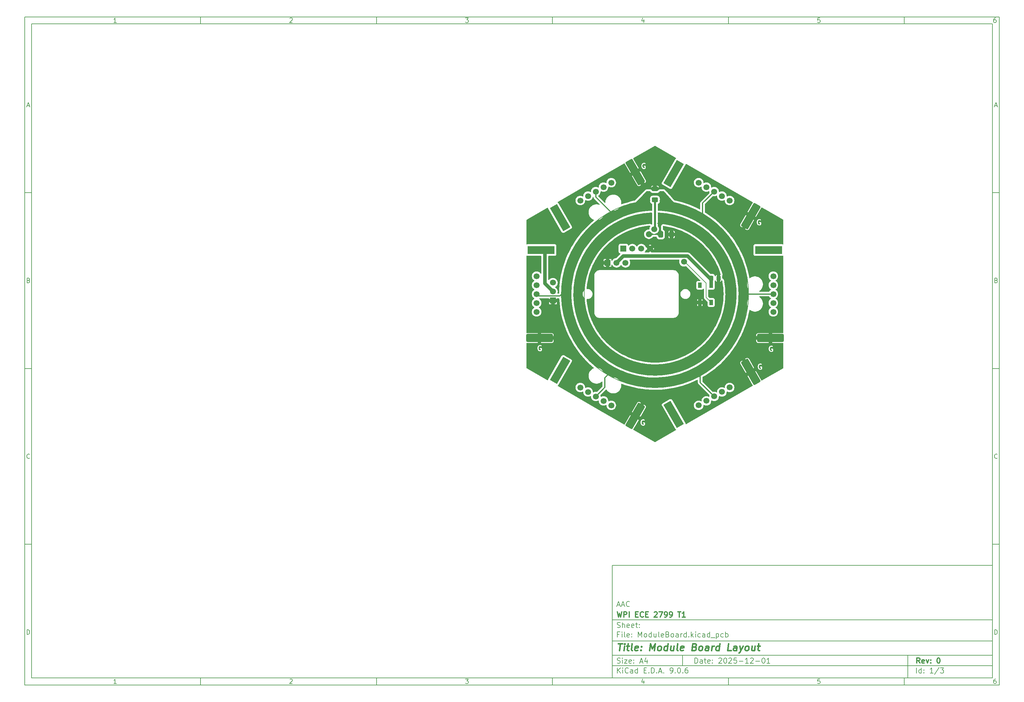
<source format=gbr>
%TF.GenerationSoftware,KiCad,Pcbnew,9.0.6*%
%TF.CreationDate,2025-12-02T02:32:01-05:00*%
%TF.ProjectId,ModuleBoard,4d6f6475-6c65-4426-9f61-72642e6b6963,0*%
%TF.SameCoordinates,Original*%
%TF.FileFunction,Copper,L1,Top*%
%TF.FilePolarity,Positive*%
%FSLAX46Y46*%
G04 Gerber Fmt 4.6, Leading zero omitted, Abs format (unit mm)*
G04 Created by KiCad (PCBNEW 9.0.6) date 2025-12-02 02:32:01*
%MOMM*%
%LPD*%
G01*
G04 APERTURE LIST*
G04 Aperture macros list*
%AMRoundRect*
0 Rectangle with rounded corners*
0 $1 Rounding radius*
0 $2 $3 $4 $5 $6 $7 $8 $9 X,Y pos of 4 corners*
0 Add a 4 corners polygon primitive as box body*
4,1,4,$2,$3,$4,$5,$6,$7,$8,$9,$2,$3,0*
0 Add four circle primitives for the rounded corners*
1,1,$1+$1,$2,$3*
1,1,$1+$1,$4,$5*
1,1,$1+$1,$6,$7*
1,1,$1+$1,$8,$9*
0 Add four rect primitives between the rounded corners*
20,1,$1+$1,$2,$3,$4,$5,0*
20,1,$1+$1,$4,$5,$6,$7,0*
20,1,$1+$1,$6,$7,$8,$9,0*
20,1,$1+$1,$8,$9,$2,$3,0*%
%AMRotRect*
0 Rectangle, with rotation*
0 The origin of the aperture is its center*
0 $1 length*
0 $2 width*
0 $3 Rotation angle, in degrees counterclockwise*
0 Add horizontal line*
21,1,$1,$2,0,0,$3*%
G04 Aperture macros list end*
%ADD10C,0.100000*%
%ADD11C,0.150000*%
%ADD12C,0.300000*%
%ADD13C,0.400000*%
%TA.AperFunction,Conductor*%
%ADD14C,0.200000*%
%TD*%
%TA.AperFunction,ComponentPad*%
%ADD15RotRect,7.600000X2.300000X60.000000*%
%TD*%
%TA.AperFunction,ComponentPad*%
%ADD16RotRect,7.600000X2.300000X240.000000*%
%TD*%
%TA.AperFunction,ComponentPad*%
%ADD17C,1.700000*%
%TD*%
%TA.AperFunction,ComponentPad*%
%ADD18RoundRect,0.345000X-1.030350X-3.394618X2.424650X2.589618X1.030350X3.394618X-2.424650X-2.589618X0*%
%TD*%
%TA.AperFunction,ComponentPad*%
%ADD19RoundRect,0.345000X1.030350X3.394618X-2.424650X-2.589618X-1.030350X-3.394618X2.424650X2.589618X0*%
%TD*%
%TA.AperFunction,ComponentPad*%
%ADD20R,1.700000X1.700000*%
%TD*%
%TA.AperFunction,ComponentPad*%
%ADD21RotRect,7.600000X2.300000X120.000000*%
%TD*%
%TA.AperFunction,ComponentPad*%
%ADD22RotRect,7.600000X2.300000X300.000000*%
%TD*%
%TA.AperFunction,ComponentPad*%
%ADD23RoundRect,0.345000X2.424650X-2.589618X-1.030350X3.394618X-2.424650X2.589618X1.030350X-3.394618X0*%
%TD*%
%TA.AperFunction,ComponentPad*%
%ADD24RoundRect,0.345000X-2.424650X2.589618X1.030350X-3.394618X2.424650X-2.589618X-1.030350X3.394618X0*%
%TD*%
%TA.AperFunction,SMDPad,CuDef*%
%ADD25RoundRect,0.250000X0.625000X-0.400000X0.625000X0.400000X-0.625000X0.400000X-0.625000X-0.400000X0*%
%TD*%
%TA.AperFunction,SMDPad,CuDef*%
%ADD26R,1.000000X1.500000*%
%TD*%
%TA.AperFunction,ComponentPad*%
%ADD27R,7.600000X2.300000*%
%TD*%
%TA.AperFunction,ComponentPad*%
%ADD28RoundRect,0.345000X3.455000X0.805000X-3.455000X0.805000X-3.455000X-0.805000X3.455000X-0.805000X0*%
%TD*%
%TA.AperFunction,ComponentPad*%
%ADD29RoundRect,0.345000X-3.455000X-0.805000X3.455000X-0.805000X3.455000X0.805000X-3.455000X0.805000X0*%
%TD*%
%TA.AperFunction,SMDPad,CuDef*%
%ADD30RoundRect,0.250000X-0.400000X-0.625000X0.400000X-0.625000X0.400000X0.625000X-0.400000X0.625000X0*%
%TD*%
%TA.AperFunction,SMDPad,CuDef*%
%ADD31RoundRect,0.250000X0.337500X0.475000X-0.337500X0.475000X-0.337500X-0.475000X0.337500X-0.475000X0*%
%TD*%
%TA.AperFunction,ViaPad*%
%ADD32C,1.700000*%
%TD*%
%TA.AperFunction,Conductor*%
%ADD33C,0.300000*%
%TD*%
%TA.AperFunction,Conductor*%
%ADD34C,0.250000*%
%TD*%
%TA.AperFunction,Conductor*%
%ADD35C,0.600000*%
%TD*%
%TA.AperFunction,Conductor*%
%ADD36C,1.000000*%
%TD*%
G04 APERTURE END LIST*
D10*
D11*
X177002200Y-166007200D02*
X285002200Y-166007200D01*
X285002200Y-198007200D01*
X177002200Y-198007200D01*
X177002200Y-166007200D01*
D10*
D11*
X10000000Y-10000000D02*
X287002200Y-10000000D01*
X287002200Y-200007200D01*
X10000000Y-200007200D01*
X10000000Y-10000000D01*
D10*
D11*
X12000000Y-12000000D02*
X285002200Y-12000000D01*
X285002200Y-198007200D01*
X12000000Y-198007200D01*
X12000000Y-12000000D01*
D10*
D11*
X60000000Y-12000000D02*
X60000000Y-10000000D01*
D10*
D11*
X110000000Y-12000000D02*
X110000000Y-10000000D01*
D10*
D11*
X160000000Y-12000000D02*
X160000000Y-10000000D01*
D10*
D11*
X210000000Y-12000000D02*
X210000000Y-10000000D01*
D10*
D11*
X260000000Y-12000000D02*
X260000000Y-10000000D01*
D10*
D11*
X36089160Y-11593604D02*
X35346303Y-11593604D01*
X35717731Y-11593604D02*
X35717731Y-10293604D01*
X35717731Y-10293604D02*
X35593922Y-10479319D01*
X35593922Y-10479319D02*
X35470112Y-10603128D01*
X35470112Y-10603128D02*
X35346303Y-10665033D01*
D10*
D11*
X85346303Y-10417414D02*
X85408207Y-10355509D01*
X85408207Y-10355509D02*
X85532017Y-10293604D01*
X85532017Y-10293604D02*
X85841541Y-10293604D01*
X85841541Y-10293604D02*
X85965350Y-10355509D01*
X85965350Y-10355509D02*
X86027255Y-10417414D01*
X86027255Y-10417414D02*
X86089160Y-10541223D01*
X86089160Y-10541223D02*
X86089160Y-10665033D01*
X86089160Y-10665033D02*
X86027255Y-10850747D01*
X86027255Y-10850747D02*
X85284398Y-11593604D01*
X85284398Y-11593604D02*
X86089160Y-11593604D01*
D10*
D11*
X135284398Y-10293604D02*
X136089160Y-10293604D01*
X136089160Y-10293604D02*
X135655826Y-10788842D01*
X135655826Y-10788842D02*
X135841541Y-10788842D01*
X135841541Y-10788842D02*
X135965350Y-10850747D01*
X135965350Y-10850747D02*
X136027255Y-10912652D01*
X136027255Y-10912652D02*
X136089160Y-11036461D01*
X136089160Y-11036461D02*
X136089160Y-11345985D01*
X136089160Y-11345985D02*
X136027255Y-11469795D01*
X136027255Y-11469795D02*
X135965350Y-11531700D01*
X135965350Y-11531700D02*
X135841541Y-11593604D01*
X135841541Y-11593604D02*
X135470112Y-11593604D01*
X135470112Y-11593604D02*
X135346303Y-11531700D01*
X135346303Y-11531700D02*
X135284398Y-11469795D01*
D10*
D11*
X185965350Y-10726938D02*
X185965350Y-11593604D01*
X185655826Y-10231700D02*
X185346303Y-11160271D01*
X185346303Y-11160271D02*
X186151064Y-11160271D01*
D10*
D11*
X236027255Y-10293604D02*
X235408207Y-10293604D01*
X235408207Y-10293604D02*
X235346303Y-10912652D01*
X235346303Y-10912652D02*
X235408207Y-10850747D01*
X235408207Y-10850747D02*
X235532017Y-10788842D01*
X235532017Y-10788842D02*
X235841541Y-10788842D01*
X235841541Y-10788842D02*
X235965350Y-10850747D01*
X235965350Y-10850747D02*
X236027255Y-10912652D01*
X236027255Y-10912652D02*
X236089160Y-11036461D01*
X236089160Y-11036461D02*
X236089160Y-11345985D01*
X236089160Y-11345985D02*
X236027255Y-11469795D01*
X236027255Y-11469795D02*
X235965350Y-11531700D01*
X235965350Y-11531700D02*
X235841541Y-11593604D01*
X235841541Y-11593604D02*
X235532017Y-11593604D01*
X235532017Y-11593604D02*
X235408207Y-11531700D01*
X235408207Y-11531700D02*
X235346303Y-11469795D01*
D10*
D11*
X285965350Y-10293604D02*
X285717731Y-10293604D01*
X285717731Y-10293604D02*
X285593922Y-10355509D01*
X285593922Y-10355509D02*
X285532017Y-10417414D01*
X285532017Y-10417414D02*
X285408207Y-10603128D01*
X285408207Y-10603128D02*
X285346303Y-10850747D01*
X285346303Y-10850747D02*
X285346303Y-11345985D01*
X285346303Y-11345985D02*
X285408207Y-11469795D01*
X285408207Y-11469795D02*
X285470112Y-11531700D01*
X285470112Y-11531700D02*
X285593922Y-11593604D01*
X285593922Y-11593604D02*
X285841541Y-11593604D01*
X285841541Y-11593604D02*
X285965350Y-11531700D01*
X285965350Y-11531700D02*
X286027255Y-11469795D01*
X286027255Y-11469795D02*
X286089160Y-11345985D01*
X286089160Y-11345985D02*
X286089160Y-11036461D01*
X286089160Y-11036461D02*
X286027255Y-10912652D01*
X286027255Y-10912652D02*
X285965350Y-10850747D01*
X285965350Y-10850747D02*
X285841541Y-10788842D01*
X285841541Y-10788842D02*
X285593922Y-10788842D01*
X285593922Y-10788842D02*
X285470112Y-10850747D01*
X285470112Y-10850747D02*
X285408207Y-10912652D01*
X285408207Y-10912652D02*
X285346303Y-11036461D01*
D10*
D11*
X60000000Y-198007200D02*
X60000000Y-200007200D01*
D10*
D11*
X110000000Y-198007200D02*
X110000000Y-200007200D01*
D10*
D11*
X160000000Y-198007200D02*
X160000000Y-200007200D01*
D10*
D11*
X210000000Y-198007200D02*
X210000000Y-200007200D01*
D10*
D11*
X260000000Y-198007200D02*
X260000000Y-200007200D01*
D10*
D11*
X36089160Y-199600804D02*
X35346303Y-199600804D01*
X35717731Y-199600804D02*
X35717731Y-198300804D01*
X35717731Y-198300804D02*
X35593922Y-198486519D01*
X35593922Y-198486519D02*
X35470112Y-198610328D01*
X35470112Y-198610328D02*
X35346303Y-198672233D01*
D10*
D11*
X85346303Y-198424614D02*
X85408207Y-198362709D01*
X85408207Y-198362709D02*
X85532017Y-198300804D01*
X85532017Y-198300804D02*
X85841541Y-198300804D01*
X85841541Y-198300804D02*
X85965350Y-198362709D01*
X85965350Y-198362709D02*
X86027255Y-198424614D01*
X86027255Y-198424614D02*
X86089160Y-198548423D01*
X86089160Y-198548423D02*
X86089160Y-198672233D01*
X86089160Y-198672233D02*
X86027255Y-198857947D01*
X86027255Y-198857947D02*
X85284398Y-199600804D01*
X85284398Y-199600804D02*
X86089160Y-199600804D01*
D10*
D11*
X135284398Y-198300804D02*
X136089160Y-198300804D01*
X136089160Y-198300804D02*
X135655826Y-198796042D01*
X135655826Y-198796042D02*
X135841541Y-198796042D01*
X135841541Y-198796042D02*
X135965350Y-198857947D01*
X135965350Y-198857947D02*
X136027255Y-198919852D01*
X136027255Y-198919852D02*
X136089160Y-199043661D01*
X136089160Y-199043661D02*
X136089160Y-199353185D01*
X136089160Y-199353185D02*
X136027255Y-199476995D01*
X136027255Y-199476995D02*
X135965350Y-199538900D01*
X135965350Y-199538900D02*
X135841541Y-199600804D01*
X135841541Y-199600804D02*
X135470112Y-199600804D01*
X135470112Y-199600804D02*
X135346303Y-199538900D01*
X135346303Y-199538900D02*
X135284398Y-199476995D01*
D10*
D11*
X185965350Y-198734138D02*
X185965350Y-199600804D01*
X185655826Y-198238900D02*
X185346303Y-199167471D01*
X185346303Y-199167471D02*
X186151064Y-199167471D01*
D10*
D11*
X236027255Y-198300804D02*
X235408207Y-198300804D01*
X235408207Y-198300804D02*
X235346303Y-198919852D01*
X235346303Y-198919852D02*
X235408207Y-198857947D01*
X235408207Y-198857947D02*
X235532017Y-198796042D01*
X235532017Y-198796042D02*
X235841541Y-198796042D01*
X235841541Y-198796042D02*
X235965350Y-198857947D01*
X235965350Y-198857947D02*
X236027255Y-198919852D01*
X236027255Y-198919852D02*
X236089160Y-199043661D01*
X236089160Y-199043661D02*
X236089160Y-199353185D01*
X236089160Y-199353185D02*
X236027255Y-199476995D01*
X236027255Y-199476995D02*
X235965350Y-199538900D01*
X235965350Y-199538900D02*
X235841541Y-199600804D01*
X235841541Y-199600804D02*
X235532017Y-199600804D01*
X235532017Y-199600804D02*
X235408207Y-199538900D01*
X235408207Y-199538900D02*
X235346303Y-199476995D01*
D10*
D11*
X285965350Y-198300804D02*
X285717731Y-198300804D01*
X285717731Y-198300804D02*
X285593922Y-198362709D01*
X285593922Y-198362709D02*
X285532017Y-198424614D01*
X285532017Y-198424614D02*
X285408207Y-198610328D01*
X285408207Y-198610328D02*
X285346303Y-198857947D01*
X285346303Y-198857947D02*
X285346303Y-199353185D01*
X285346303Y-199353185D02*
X285408207Y-199476995D01*
X285408207Y-199476995D02*
X285470112Y-199538900D01*
X285470112Y-199538900D02*
X285593922Y-199600804D01*
X285593922Y-199600804D02*
X285841541Y-199600804D01*
X285841541Y-199600804D02*
X285965350Y-199538900D01*
X285965350Y-199538900D02*
X286027255Y-199476995D01*
X286027255Y-199476995D02*
X286089160Y-199353185D01*
X286089160Y-199353185D02*
X286089160Y-199043661D01*
X286089160Y-199043661D02*
X286027255Y-198919852D01*
X286027255Y-198919852D02*
X285965350Y-198857947D01*
X285965350Y-198857947D02*
X285841541Y-198796042D01*
X285841541Y-198796042D02*
X285593922Y-198796042D01*
X285593922Y-198796042D02*
X285470112Y-198857947D01*
X285470112Y-198857947D02*
X285408207Y-198919852D01*
X285408207Y-198919852D02*
X285346303Y-199043661D01*
D10*
D11*
X10000000Y-60000000D02*
X12000000Y-60000000D01*
D10*
D11*
X10000000Y-110000000D02*
X12000000Y-110000000D01*
D10*
D11*
X10000000Y-160000000D02*
X12000000Y-160000000D01*
D10*
D11*
X10690476Y-35222176D02*
X11309523Y-35222176D01*
X10566666Y-35593604D02*
X10999999Y-34293604D01*
X10999999Y-34293604D02*
X11433333Y-35593604D01*
D10*
D11*
X11092857Y-84912652D02*
X11278571Y-84974557D01*
X11278571Y-84974557D02*
X11340476Y-85036461D01*
X11340476Y-85036461D02*
X11402380Y-85160271D01*
X11402380Y-85160271D02*
X11402380Y-85345985D01*
X11402380Y-85345985D02*
X11340476Y-85469795D01*
X11340476Y-85469795D02*
X11278571Y-85531700D01*
X11278571Y-85531700D02*
X11154761Y-85593604D01*
X11154761Y-85593604D02*
X10659523Y-85593604D01*
X10659523Y-85593604D02*
X10659523Y-84293604D01*
X10659523Y-84293604D02*
X11092857Y-84293604D01*
X11092857Y-84293604D02*
X11216666Y-84355509D01*
X11216666Y-84355509D02*
X11278571Y-84417414D01*
X11278571Y-84417414D02*
X11340476Y-84541223D01*
X11340476Y-84541223D02*
X11340476Y-84665033D01*
X11340476Y-84665033D02*
X11278571Y-84788842D01*
X11278571Y-84788842D02*
X11216666Y-84850747D01*
X11216666Y-84850747D02*
X11092857Y-84912652D01*
X11092857Y-84912652D02*
X10659523Y-84912652D01*
D10*
D11*
X11402380Y-135469795D02*
X11340476Y-135531700D01*
X11340476Y-135531700D02*
X11154761Y-135593604D01*
X11154761Y-135593604D02*
X11030952Y-135593604D01*
X11030952Y-135593604D02*
X10845238Y-135531700D01*
X10845238Y-135531700D02*
X10721428Y-135407890D01*
X10721428Y-135407890D02*
X10659523Y-135284080D01*
X10659523Y-135284080D02*
X10597619Y-135036461D01*
X10597619Y-135036461D02*
X10597619Y-134850747D01*
X10597619Y-134850747D02*
X10659523Y-134603128D01*
X10659523Y-134603128D02*
X10721428Y-134479319D01*
X10721428Y-134479319D02*
X10845238Y-134355509D01*
X10845238Y-134355509D02*
X11030952Y-134293604D01*
X11030952Y-134293604D02*
X11154761Y-134293604D01*
X11154761Y-134293604D02*
X11340476Y-134355509D01*
X11340476Y-134355509D02*
X11402380Y-134417414D01*
D10*
D11*
X10659523Y-185593604D02*
X10659523Y-184293604D01*
X10659523Y-184293604D02*
X10969047Y-184293604D01*
X10969047Y-184293604D02*
X11154761Y-184355509D01*
X11154761Y-184355509D02*
X11278571Y-184479319D01*
X11278571Y-184479319D02*
X11340476Y-184603128D01*
X11340476Y-184603128D02*
X11402380Y-184850747D01*
X11402380Y-184850747D02*
X11402380Y-185036461D01*
X11402380Y-185036461D02*
X11340476Y-185284080D01*
X11340476Y-185284080D02*
X11278571Y-185407890D01*
X11278571Y-185407890D02*
X11154761Y-185531700D01*
X11154761Y-185531700D02*
X10969047Y-185593604D01*
X10969047Y-185593604D02*
X10659523Y-185593604D01*
D10*
D11*
X287002200Y-60000000D02*
X285002200Y-60000000D01*
D10*
D11*
X287002200Y-110000000D02*
X285002200Y-110000000D01*
D10*
D11*
X287002200Y-160000000D02*
X285002200Y-160000000D01*
D10*
D11*
X285692676Y-35222176D02*
X286311723Y-35222176D01*
X285568866Y-35593604D02*
X286002199Y-34293604D01*
X286002199Y-34293604D02*
X286435533Y-35593604D01*
D10*
D11*
X286095057Y-84912652D02*
X286280771Y-84974557D01*
X286280771Y-84974557D02*
X286342676Y-85036461D01*
X286342676Y-85036461D02*
X286404580Y-85160271D01*
X286404580Y-85160271D02*
X286404580Y-85345985D01*
X286404580Y-85345985D02*
X286342676Y-85469795D01*
X286342676Y-85469795D02*
X286280771Y-85531700D01*
X286280771Y-85531700D02*
X286156961Y-85593604D01*
X286156961Y-85593604D02*
X285661723Y-85593604D01*
X285661723Y-85593604D02*
X285661723Y-84293604D01*
X285661723Y-84293604D02*
X286095057Y-84293604D01*
X286095057Y-84293604D02*
X286218866Y-84355509D01*
X286218866Y-84355509D02*
X286280771Y-84417414D01*
X286280771Y-84417414D02*
X286342676Y-84541223D01*
X286342676Y-84541223D02*
X286342676Y-84665033D01*
X286342676Y-84665033D02*
X286280771Y-84788842D01*
X286280771Y-84788842D02*
X286218866Y-84850747D01*
X286218866Y-84850747D02*
X286095057Y-84912652D01*
X286095057Y-84912652D02*
X285661723Y-84912652D01*
D10*
D11*
X286404580Y-135469795D02*
X286342676Y-135531700D01*
X286342676Y-135531700D02*
X286156961Y-135593604D01*
X286156961Y-135593604D02*
X286033152Y-135593604D01*
X286033152Y-135593604D02*
X285847438Y-135531700D01*
X285847438Y-135531700D02*
X285723628Y-135407890D01*
X285723628Y-135407890D02*
X285661723Y-135284080D01*
X285661723Y-135284080D02*
X285599819Y-135036461D01*
X285599819Y-135036461D02*
X285599819Y-134850747D01*
X285599819Y-134850747D02*
X285661723Y-134603128D01*
X285661723Y-134603128D02*
X285723628Y-134479319D01*
X285723628Y-134479319D02*
X285847438Y-134355509D01*
X285847438Y-134355509D02*
X286033152Y-134293604D01*
X286033152Y-134293604D02*
X286156961Y-134293604D01*
X286156961Y-134293604D02*
X286342676Y-134355509D01*
X286342676Y-134355509D02*
X286404580Y-134417414D01*
D10*
D11*
X285661723Y-185593604D02*
X285661723Y-184293604D01*
X285661723Y-184293604D02*
X285971247Y-184293604D01*
X285971247Y-184293604D02*
X286156961Y-184355509D01*
X286156961Y-184355509D02*
X286280771Y-184479319D01*
X286280771Y-184479319D02*
X286342676Y-184603128D01*
X286342676Y-184603128D02*
X286404580Y-184850747D01*
X286404580Y-184850747D02*
X286404580Y-185036461D01*
X286404580Y-185036461D02*
X286342676Y-185284080D01*
X286342676Y-185284080D02*
X286280771Y-185407890D01*
X286280771Y-185407890D02*
X286156961Y-185531700D01*
X286156961Y-185531700D02*
X285971247Y-185593604D01*
X285971247Y-185593604D02*
X285661723Y-185593604D01*
D10*
D11*
X200458026Y-193793328D02*
X200458026Y-192293328D01*
X200458026Y-192293328D02*
X200815169Y-192293328D01*
X200815169Y-192293328D02*
X201029455Y-192364757D01*
X201029455Y-192364757D02*
X201172312Y-192507614D01*
X201172312Y-192507614D02*
X201243741Y-192650471D01*
X201243741Y-192650471D02*
X201315169Y-192936185D01*
X201315169Y-192936185D02*
X201315169Y-193150471D01*
X201315169Y-193150471D02*
X201243741Y-193436185D01*
X201243741Y-193436185D02*
X201172312Y-193579042D01*
X201172312Y-193579042D02*
X201029455Y-193721900D01*
X201029455Y-193721900D02*
X200815169Y-193793328D01*
X200815169Y-193793328D02*
X200458026Y-193793328D01*
X202600884Y-193793328D02*
X202600884Y-193007614D01*
X202600884Y-193007614D02*
X202529455Y-192864757D01*
X202529455Y-192864757D02*
X202386598Y-192793328D01*
X202386598Y-192793328D02*
X202100884Y-192793328D01*
X202100884Y-192793328D02*
X201958026Y-192864757D01*
X202600884Y-193721900D02*
X202458026Y-193793328D01*
X202458026Y-193793328D02*
X202100884Y-193793328D01*
X202100884Y-193793328D02*
X201958026Y-193721900D01*
X201958026Y-193721900D02*
X201886598Y-193579042D01*
X201886598Y-193579042D02*
X201886598Y-193436185D01*
X201886598Y-193436185D02*
X201958026Y-193293328D01*
X201958026Y-193293328D02*
X202100884Y-193221900D01*
X202100884Y-193221900D02*
X202458026Y-193221900D01*
X202458026Y-193221900D02*
X202600884Y-193150471D01*
X203100884Y-192793328D02*
X203672312Y-192793328D01*
X203315169Y-192293328D02*
X203315169Y-193579042D01*
X203315169Y-193579042D02*
X203386598Y-193721900D01*
X203386598Y-193721900D02*
X203529455Y-193793328D01*
X203529455Y-193793328D02*
X203672312Y-193793328D01*
X204743741Y-193721900D02*
X204600884Y-193793328D01*
X204600884Y-193793328D02*
X204315170Y-193793328D01*
X204315170Y-193793328D02*
X204172312Y-193721900D01*
X204172312Y-193721900D02*
X204100884Y-193579042D01*
X204100884Y-193579042D02*
X204100884Y-193007614D01*
X204100884Y-193007614D02*
X204172312Y-192864757D01*
X204172312Y-192864757D02*
X204315170Y-192793328D01*
X204315170Y-192793328D02*
X204600884Y-192793328D01*
X204600884Y-192793328D02*
X204743741Y-192864757D01*
X204743741Y-192864757D02*
X204815170Y-193007614D01*
X204815170Y-193007614D02*
X204815170Y-193150471D01*
X204815170Y-193150471D02*
X204100884Y-193293328D01*
X205458026Y-193650471D02*
X205529455Y-193721900D01*
X205529455Y-193721900D02*
X205458026Y-193793328D01*
X205458026Y-193793328D02*
X205386598Y-193721900D01*
X205386598Y-193721900D02*
X205458026Y-193650471D01*
X205458026Y-193650471D02*
X205458026Y-193793328D01*
X205458026Y-192864757D02*
X205529455Y-192936185D01*
X205529455Y-192936185D02*
X205458026Y-193007614D01*
X205458026Y-193007614D02*
X205386598Y-192936185D01*
X205386598Y-192936185D02*
X205458026Y-192864757D01*
X205458026Y-192864757D02*
X205458026Y-193007614D01*
X207243741Y-192436185D02*
X207315169Y-192364757D01*
X207315169Y-192364757D02*
X207458027Y-192293328D01*
X207458027Y-192293328D02*
X207815169Y-192293328D01*
X207815169Y-192293328D02*
X207958027Y-192364757D01*
X207958027Y-192364757D02*
X208029455Y-192436185D01*
X208029455Y-192436185D02*
X208100884Y-192579042D01*
X208100884Y-192579042D02*
X208100884Y-192721900D01*
X208100884Y-192721900D02*
X208029455Y-192936185D01*
X208029455Y-192936185D02*
X207172312Y-193793328D01*
X207172312Y-193793328D02*
X208100884Y-193793328D01*
X209029455Y-192293328D02*
X209172312Y-192293328D01*
X209172312Y-192293328D02*
X209315169Y-192364757D01*
X209315169Y-192364757D02*
X209386598Y-192436185D01*
X209386598Y-192436185D02*
X209458026Y-192579042D01*
X209458026Y-192579042D02*
X209529455Y-192864757D01*
X209529455Y-192864757D02*
X209529455Y-193221900D01*
X209529455Y-193221900D02*
X209458026Y-193507614D01*
X209458026Y-193507614D02*
X209386598Y-193650471D01*
X209386598Y-193650471D02*
X209315169Y-193721900D01*
X209315169Y-193721900D02*
X209172312Y-193793328D01*
X209172312Y-193793328D02*
X209029455Y-193793328D01*
X209029455Y-193793328D02*
X208886598Y-193721900D01*
X208886598Y-193721900D02*
X208815169Y-193650471D01*
X208815169Y-193650471D02*
X208743740Y-193507614D01*
X208743740Y-193507614D02*
X208672312Y-193221900D01*
X208672312Y-193221900D02*
X208672312Y-192864757D01*
X208672312Y-192864757D02*
X208743740Y-192579042D01*
X208743740Y-192579042D02*
X208815169Y-192436185D01*
X208815169Y-192436185D02*
X208886598Y-192364757D01*
X208886598Y-192364757D02*
X209029455Y-192293328D01*
X210100883Y-192436185D02*
X210172311Y-192364757D01*
X210172311Y-192364757D02*
X210315169Y-192293328D01*
X210315169Y-192293328D02*
X210672311Y-192293328D01*
X210672311Y-192293328D02*
X210815169Y-192364757D01*
X210815169Y-192364757D02*
X210886597Y-192436185D01*
X210886597Y-192436185D02*
X210958026Y-192579042D01*
X210958026Y-192579042D02*
X210958026Y-192721900D01*
X210958026Y-192721900D02*
X210886597Y-192936185D01*
X210886597Y-192936185D02*
X210029454Y-193793328D01*
X210029454Y-193793328D02*
X210958026Y-193793328D01*
X212315168Y-192293328D02*
X211600882Y-192293328D01*
X211600882Y-192293328D02*
X211529454Y-193007614D01*
X211529454Y-193007614D02*
X211600882Y-192936185D01*
X211600882Y-192936185D02*
X211743740Y-192864757D01*
X211743740Y-192864757D02*
X212100882Y-192864757D01*
X212100882Y-192864757D02*
X212243740Y-192936185D01*
X212243740Y-192936185D02*
X212315168Y-193007614D01*
X212315168Y-193007614D02*
X212386597Y-193150471D01*
X212386597Y-193150471D02*
X212386597Y-193507614D01*
X212386597Y-193507614D02*
X212315168Y-193650471D01*
X212315168Y-193650471D02*
X212243740Y-193721900D01*
X212243740Y-193721900D02*
X212100882Y-193793328D01*
X212100882Y-193793328D02*
X211743740Y-193793328D01*
X211743740Y-193793328D02*
X211600882Y-193721900D01*
X211600882Y-193721900D02*
X211529454Y-193650471D01*
X213029453Y-193221900D02*
X214172311Y-193221900D01*
X215672311Y-193793328D02*
X214815168Y-193793328D01*
X215243739Y-193793328D02*
X215243739Y-192293328D01*
X215243739Y-192293328D02*
X215100882Y-192507614D01*
X215100882Y-192507614D02*
X214958025Y-192650471D01*
X214958025Y-192650471D02*
X214815168Y-192721900D01*
X216243739Y-192436185D02*
X216315167Y-192364757D01*
X216315167Y-192364757D02*
X216458025Y-192293328D01*
X216458025Y-192293328D02*
X216815167Y-192293328D01*
X216815167Y-192293328D02*
X216958025Y-192364757D01*
X216958025Y-192364757D02*
X217029453Y-192436185D01*
X217029453Y-192436185D02*
X217100882Y-192579042D01*
X217100882Y-192579042D02*
X217100882Y-192721900D01*
X217100882Y-192721900D02*
X217029453Y-192936185D01*
X217029453Y-192936185D02*
X216172310Y-193793328D01*
X216172310Y-193793328D02*
X217100882Y-193793328D01*
X217743738Y-193221900D02*
X218886596Y-193221900D01*
X219886596Y-192293328D02*
X220029453Y-192293328D01*
X220029453Y-192293328D02*
X220172310Y-192364757D01*
X220172310Y-192364757D02*
X220243739Y-192436185D01*
X220243739Y-192436185D02*
X220315167Y-192579042D01*
X220315167Y-192579042D02*
X220386596Y-192864757D01*
X220386596Y-192864757D02*
X220386596Y-193221900D01*
X220386596Y-193221900D02*
X220315167Y-193507614D01*
X220315167Y-193507614D02*
X220243739Y-193650471D01*
X220243739Y-193650471D02*
X220172310Y-193721900D01*
X220172310Y-193721900D02*
X220029453Y-193793328D01*
X220029453Y-193793328D02*
X219886596Y-193793328D01*
X219886596Y-193793328D02*
X219743739Y-193721900D01*
X219743739Y-193721900D02*
X219672310Y-193650471D01*
X219672310Y-193650471D02*
X219600881Y-193507614D01*
X219600881Y-193507614D02*
X219529453Y-193221900D01*
X219529453Y-193221900D02*
X219529453Y-192864757D01*
X219529453Y-192864757D02*
X219600881Y-192579042D01*
X219600881Y-192579042D02*
X219672310Y-192436185D01*
X219672310Y-192436185D02*
X219743739Y-192364757D01*
X219743739Y-192364757D02*
X219886596Y-192293328D01*
X221815167Y-193793328D02*
X220958024Y-193793328D01*
X221386595Y-193793328D02*
X221386595Y-192293328D01*
X221386595Y-192293328D02*
X221243738Y-192507614D01*
X221243738Y-192507614D02*
X221100881Y-192650471D01*
X221100881Y-192650471D02*
X220958024Y-192721900D01*
D10*
D11*
X177002200Y-194507200D02*
X285002200Y-194507200D01*
D10*
D11*
X178458026Y-196593328D02*
X178458026Y-195093328D01*
X179315169Y-196593328D02*
X178672312Y-195736185D01*
X179315169Y-195093328D02*
X178458026Y-195950471D01*
X179958026Y-196593328D02*
X179958026Y-195593328D01*
X179958026Y-195093328D02*
X179886598Y-195164757D01*
X179886598Y-195164757D02*
X179958026Y-195236185D01*
X179958026Y-195236185D02*
X180029455Y-195164757D01*
X180029455Y-195164757D02*
X179958026Y-195093328D01*
X179958026Y-195093328D02*
X179958026Y-195236185D01*
X181529455Y-196450471D02*
X181458027Y-196521900D01*
X181458027Y-196521900D02*
X181243741Y-196593328D01*
X181243741Y-196593328D02*
X181100884Y-196593328D01*
X181100884Y-196593328D02*
X180886598Y-196521900D01*
X180886598Y-196521900D02*
X180743741Y-196379042D01*
X180743741Y-196379042D02*
X180672312Y-196236185D01*
X180672312Y-196236185D02*
X180600884Y-195950471D01*
X180600884Y-195950471D02*
X180600884Y-195736185D01*
X180600884Y-195736185D02*
X180672312Y-195450471D01*
X180672312Y-195450471D02*
X180743741Y-195307614D01*
X180743741Y-195307614D02*
X180886598Y-195164757D01*
X180886598Y-195164757D02*
X181100884Y-195093328D01*
X181100884Y-195093328D02*
X181243741Y-195093328D01*
X181243741Y-195093328D02*
X181458027Y-195164757D01*
X181458027Y-195164757D02*
X181529455Y-195236185D01*
X182815170Y-196593328D02*
X182815170Y-195807614D01*
X182815170Y-195807614D02*
X182743741Y-195664757D01*
X182743741Y-195664757D02*
X182600884Y-195593328D01*
X182600884Y-195593328D02*
X182315170Y-195593328D01*
X182315170Y-195593328D02*
X182172312Y-195664757D01*
X182815170Y-196521900D02*
X182672312Y-196593328D01*
X182672312Y-196593328D02*
X182315170Y-196593328D01*
X182315170Y-196593328D02*
X182172312Y-196521900D01*
X182172312Y-196521900D02*
X182100884Y-196379042D01*
X182100884Y-196379042D02*
X182100884Y-196236185D01*
X182100884Y-196236185D02*
X182172312Y-196093328D01*
X182172312Y-196093328D02*
X182315170Y-196021900D01*
X182315170Y-196021900D02*
X182672312Y-196021900D01*
X182672312Y-196021900D02*
X182815170Y-195950471D01*
X184172313Y-196593328D02*
X184172313Y-195093328D01*
X184172313Y-196521900D02*
X184029455Y-196593328D01*
X184029455Y-196593328D02*
X183743741Y-196593328D01*
X183743741Y-196593328D02*
X183600884Y-196521900D01*
X183600884Y-196521900D02*
X183529455Y-196450471D01*
X183529455Y-196450471D02*
X183458027Y-196307614D01*
X183458027Y-196307614D02*
X183458027Y-195879042D01*
X183458027Y-195879042D02*
X183529455Y-195736185D01*
X183529455Y-195736185D02*
X183600884Y-195664757D01*
X183600884Y-195664757D02*
X183743741Y-195593328D01*
X183743741Y-195593328D02*
X184029455Y-195593328D01*
X184029455Y-195593328D02*
X184172313Y-195664757D01*
X186029455Y-195807614D02*
X186529455Y-195807614D01*
X186743741Y-196593328D02*
X186029455Y-196593328D01*
X186029455Y-196593328D02*
X186029455Y-195093328D01*
X186029455Y-195093328D02*
X186743741Y-195093328D01*
X187386598Y-196450471D02*
X187458027Y-196521900D01*
X187458027Y-196521900D02*
X187386598Y-196593328D01*
X187386598Y-196593328D02*
X187315170Y-196521900D01*
X187315170Y-196521900D02*
X187386598Y-196450471D01*
X187386598Y-196450471D02*
X187386598Y-196593328D01*
X188100884Y-196593328D02*
X188100884Y-195093328D01*
X188100884Y-195093328D02*
X188458027Y-195093328D01*
X188458027Y-195093328D02*
X188672313Y-195164757D01*
X188672313Y-195164757D02*
X188815170Y-195307614D01*
X188815170Y-195307614D02*
X188886599Y-195450471D01*
X188886599Y-195450471D02*
X188958027Y-195736185D01*
X188958027Y-195736185D02*
X188958027Y-195950471D01*
X188958027Y-195950471D02*
X188886599Y-196236185D01*
X188886599Y-196236185D02*
X188815170Y-196379042D01*
X188815170Y-196379042D02*
X188672313Y-196521900D01*
X188672313Y-196521900D02*
X188458027Y-196593328D01*
X188458027Y-196593328D02*
X188100884Y-196593328D01*
X189600884Y-196450471D02*
X189672313Y-196521900D01*
X189672313Y-196521900D02*
X189600884Y-196593328D01*
X189600884Y-196593328D02*
X189529456Y-196521900D01*
X189529456Y-196521900D02*
X189600884Y-196450471D01*
X189600884Y-196450471D02*
X189600884Y-196593328D01*
X190243742Y-196164757D02*
X190958028Y-196164757D01*
X190100885Y-196593328D02*
X190600885Y-195093328D01*
X190600885Y-195093328D02*
X191100885Y-196593328D01*
X191600884Y-196450471D02*
X191672313Y-196521900D01*
X191672313Y-196521900D02*
X191600884Y-196593328D01*
X191600884Y-196593328D02*
X191529456Y-196521900D01*
X191529456Y-196521900D02*
X191600884Y-196450471D01*
X191600884Y-196450471D02*
X191600884Y-196593328D01*
X193529456Y-196593328D02*
X193815170Y-196593328D01*
X193815170Y-196593328D02*
X193958027Y-196521900D01*
X193958027Y-196521900D02*
X194029456Y-196450471D01*
X194029456Y-196450471D02*
X194172313Y-196236185D01*
X194172313Y-196236185D02*
X194243742Y-195950471D01*
X194243742Y-195950471D02*
X194243742Y-195379042D01*
X194243742Y-195379042D02*
X194172313Y-195236185D01*
X194172313Y-195236185D02*
X194100885Y-195164757D01*
X194100885Y-195164757D02*
X193958027Y-195093328D01*
X193958027Y-195093328D02*
X193672313Y-195093328D01*
X193672313Y-195093328D02*
X193529456Y-195164757D01*
X193529456Y-195164757D02*
X193458027Y-195236185D01*
X193458027Y-195236185D02*
X193386599Y-195379042D01*
X193386599Y-195379042D02*
X193386599Y-195736185D01*
X193386599Y-195736185D02*
X193458027Y-195879042D01*
X193458027Y-195879042D02*
X193529456Y-195950471D01*
X193529456Y-195950471D02*
X193672313Y-196021900D01*
X193672313Y-196021900D02*
X193958027Y-196021900D01*
X193958027Y-196021900D02*
X194100885Y-195950471D01*
X194100885Y-195950471D02*
X194172313Y-195879042D01*
X194172313Y-195879042D02*
X194243742Y-195736185D01*
X194886598Y-196450471D02*
X194958027Y-196521900D01*
X194958027Y-196521900D02*
X194886598Y-196593328D01*
X194886598Y-196593328D02*
X194815170Y-196521900D01*
X194815170Y-196521900D02*
X194886598Y-196450471D01*
X194886598Y-196450471D02*
X194886598Y-196593328D01*
X195886599Y-195093328D02*
X196029456Y-195093328D01*
X196029456Y-195093328D02*
X196172313Y-195164757D01*
X196172313Y-195164757D02*
X196243742Y-195236185D01*
X196243742Y-195236185D02*
X196315170Y-195379042D01*
X196315170Y-195379042D02*
X196386599Y-195664757D01*
X196386599Y-195664757D02*
X196386599Y-196021900D01*
X196386599Y-196021900D02*
X196315170Y-196307614D01*
X196315170Y-196307614D02*
X196243742Y-196450471D01*
X196243742Y-196450471D02*
X196172313Y-196521900D01*
X196172313Y-196521900D02*
X196029456Y-196593328D01*
X196029456Y-196593328D02*
X195886599Y-196593328D01*
X195886599Y-196593328D02*
X195743742Y-196521900D01*
X195743742Y-196521900D02*
X195672313Y-196450471D01*
X195672313Y-196450471D02*
X195600884Y-196307614D01*
X195600884Y-196307614D02*
X195529456Y-196021900D01*
X195529456Y-196021900D02*
X195529456Y-195664757D01*
X195529456Y-195664757D02*
X195600884Y-195379042D01*
X195600884Y-195379042D02*
X195672313Y-195236185D01*
X195672313Y-195236185D02*
X195743742Y-195164757D01*
X195743742Y-195164757D02*
X195886599Y-195093328D01*
X197029455Y-196450471D02*
X197100884Y-196521900D01*
X197100884Y-196521900D02*
X197029455Y-196593328D01*
X197029455Y-196593328D02*
X196958027Y-196521900D01*
X196958027Y-196521900D02*
X197029455Y-196450471D01*
X197029455Y-196450471D02*
X197029455Y-196593328D01*
X198386599Y-195093328D02*
X198100884Y-195093328D01*
X198100884Y-195093328D02*
X197958027Y-195164757D01*
X197958027Y-195164757D02*
X197886599Y-195236185D01*
X197886599Y-195236185D02*
X197743741Y-195450471D01*
X197743741Y-195450471D02*
X197672313Y-195736185D01*
X197672313Y-195736185D02*
X197672313Y-196307614D01*
X197672313Y-196307614D02*
X197743741Y-196450471D01*
X197743741Y-196450471D02*
X197815170Y-196521900D01*
X197815170Y-196521900D02*
X197958027Y-196593328D01*
X197958027Y-196593328D02*
X198243741Y-196593328D01*
X198243741Y-196593328D02*
X198386599Y-196521900D01*
X198386599Y-196521900D02*
X198458027Y-196450471D01*
X198458027Y-196450471D02*
X198529456Y-196307614D01*
X198529456Y-196307614D02*
X198529456Y-195950471D01*
X198529456Y-195950471D02*
X198458027Y-195807614D01*
X198458027Y-195807614D02*
X198386599Y-195736185D01*
X198386599Y-195736185D02*
X198243741Y-195664757D01*
X198243741Y-195664757D02*
X197958027Y-195664757D01*
X197958027Y-195664757D02*
X197815170Y-195736185D01*
X197815170Y-195736185D02*
X197743741Y-195807614D01*
X197743741Y-195807614D02*
X197672313Y-195950471D01*
D10*
D11*
X177002200Y-191507200D02*
X285002200Y-191507200D01*
D10*
D12*
X264413853Y-193785528D02*
X263913853Y-193071242D01*
X263556710Y-193785528D02*
X263556710Y-192285528D01*
X263556710Y-192285528D02*
X264128139Y-192285528D01*
X264128139Y-192285528D02*
X264270996Y-192356957D01*
X264270996Y-192356957D02*
X264342425Y-192428385D01*
X264342425Y-192428385D02*
X264413853Y-192571242D01*
X264413853Y-192571242D02*
X264413853Y-192785528D01*
X264413853Y-192785528D02*
X264342425Y-192928385D01*
X264342425Y-192928385D02*
X264270996Y-192999814D01*
X264270996Y-192999814D02*
X264128139Y-193071242D01*
X264128139Y-193071242D02*
X263556710Y-193071242D01*
X265628139Y-193714100D02*
X265485282Y-193785528D01*
X265485282Y-193785528D02*
X265199568Y-193785528D01*
X265199568Y-193785528D02*
X265056710Y-193714100D01*
X265056710Y-193714100D02*
X264985282Y-193571242D01*
X264985282Y-193571242D02*
X264985282Y-192999814D01*
X264985282Y-192999814D02*
X265056710Y-192856957D01*
X265056710Y-192856957D02*
X265199568Y-192785528D01*
X265199568Y-192785528D02*
X265485282Y-192785528D01*
X265485282Y-192785528D02*
X265628139Y-192856957D01*
X265628139Y-192856957D02*
X265699568Y-192999814D01*
X265699568Y-192999814D02*
X265699568Y-193142671D01*
X265699568Y-193142671D02*
X264985282Y-193285528D01*
X266199567Y-192785528D02*
X266556710Y-193785528D01*
X266556710Y-193785528D02*
X266913853Y-192785528D01*
X267485281Y-193642671D02*
X267556710Y-193714100D01*
X267556710Y-193714100D02*
X267485281Y-193785528D01*
X267485281Y-193785528D02*
X267413853Y-193714100D01*
X267413853Y-193714100D02*
X267485281Y-193642671D01*
X267485281Y-193642671D02*
X267485281Y-193785528D01*
X267485281Y-192856957D02*
X267556710Y-192928385D01*
X267556710Y-192928385D02*
X267485281Y-192999814D01*
X267485281Y-192999814D02*
X267413853Y-192928385D01*
X267413853Y-192928385D02*
X267485281Y-192856957D01*
X267485281Y-192856957D02*
X267485281Y-192999814D01*
X269628139Y-192285528D02*
X269770996Y-192285528D01*
X269770996Y-192285528D02*
X269913853Y-192356957D01*
X269913853Y-192356957D02*
X269985282Y-192428385D01*
X269985282Y-192428385D02*
X270056710Y-192571242D01*
X270056710Y-192571242D02*
X270128139Y-192856957D01*
X270128139Y-192856957D02*
X270128139Y-193214100D01*
X270128139Y-193214100D02*
X270056710Y-193499814D01*
X270056710Y-193499814D02*
X269985282Y-193642671D01*
X269985282Y-193642671D02*
X269913853Y-193714100D01*
X269913853Y-193714100D02*
X269770996Y-193785528D01*
X269770996Y-193785528D02*
X269628139Y-193785528D01*
X269628139Y-193785528D02*
X269485282Y-193714100D01*
X269485282Y-193714100D02*
X269413853Y-193642671D01*
X269413853Y-193642671D02*
X269342424Y-193499814D01*
X269342424Y-193499814D02*
X269270996Y-193214100D01*
X269270996Y-193214100D02*
X269270996Y-192856957D01*
X269270996Y-192856957D02*
X269342424Y-192571242D01*
X269342424Y-192571242D02*
X269413853Y-192428385D01*
X269413853Y-192428385D02*
X269485282Y-192356957D01*
X269485282Y-192356957D02*
X269628139Y-192285528D01*
D10*
D11*
X178386598Y-193721900D02*
X178600884Y-193793328D01*
X178600884Y-193793328D02*
X178958026Y-193793328D01*
X178958026Y-193793328D02*
X179100884Y-193721900D01*
X179100884Y-193721900D02*
X179172312Y-193650471D01*
X179172312Y-193650471D02*
X179243741Y-193507614D01*
X179243741Y-193507614D02*
X179243741Y-193364757D01*
X179243741Y-193364757D02*
X179172312Y-193221900D01*
X179172312Y-193221900D02*
X179100884Y-193150471D01*
X179100884Y-193150471D02*
X178958026Y-193079042D01*
X178958026Y-193079042D02*
X178672312Y-193007614D01*
X178672312Y-193007614D02*
X178529455Y-192936185D01*
X178529455Y-192936185D02*
X178458026Y-192864757D01*
X178458026Y-192864757D02*
X178386598Y-192721900D01*
X178386598Y-192721900D02*
X178386598Y-192579042D01*
X178386598Y-192579042D02*
X178458026Y-192436185D01*
X178458026Y-192436185D02*
X178529455Y-192364757D01*
X178529455Y-192364757D02*
X178672312Y-192293328D01*
X178672312Y-192293328D02*
X179029455Y-192293328D01*
X179029455Y-192293328D02*
X179243741Y-192364757D01*
X179886597Y-193793328D02*
X179886597Y-192793328D01*
X179886597Y-192293328D02*
X179815169Y-192364757D01*
X179815169Y-192364757D02*
X179886597Y-192436185D01*
X179886597Y-192436185D02*
X179958026Y-192364757D01*
X179958026Y-192364757D02*
X179886597Y-192293328D01*
X179886597Y-192293328D02*
X179886597Y-192436185D01*
X180458026Y-192793328D02*
X181243741Y-192793328D01*
X181243741Y-192793328D02*
X180458026Y-193793328D01*
X180458026Y-193793328D02*
X181243741Y-193793328D01*
X182386598Y-193721900D02*
X182243741Y-193793328D01*
X182243741Y-193793328D02*
X181958027Y-193793328D01*
X181958027Y-193793328D02*
X181815169Y-193721900D01*
X181815169Y-193721900D02*
X181743741Y-193579042D01*
X181743741Y-193579042D02*
X181743741Y-193007614D01*
X181743741Y-193007614D02*
X181815169Y-192864757D01*
X181815169Y-192864757D02*
X181958027Y-192793328D01*
X181958027Y-192793328D02*
X182243741Y-192793328D01*
X182243741Y-192793328D02*
X182386598Y-192864757D01*
X182386598Y-192864757D02*
X182458027Y-193007614D01*
X182458027Y-193007614D02*
X182458027Y-193150471D01*
X182458027Y-193150471D02*
X181743741Y-193293328D01*
X183100883Y-193650471D02*
X183172312Y-193721900D01*
X183172312Y-193721900D02*
X183100883Y-193793328D01*
X183100883Y-193793328D02*
X183029455Y-193721900D01*
X183029455Y-193721900D02*
X183100883Y-193650471D01*
X183100883Y-193650471D02*
X183100883Y-193793328D01*
X183100883Y-192864757D02*
X183172312Y-192936185D01*
X183172312Y-192936185D02*
X183100883Y-193007614D01*
X183100883Y-193007614D02*
X183029455Y-192936185D01*
X183029455Y-192936185D02*
X183100883Y-192864757D01*
X183100883Y-192864757D02*
X183100883Y-193007614D01*
X184886598Y-193364757D02*
X185600884Y-193364757D01*
X184743741Y-193793328D02*
X185243741Y-192293328D01*
X185243741Y-192293328D02*
X185743741Y-193793328D01*
X186886598Y-192793328D02*
X186886598Y-193793328D01*
X186529455Y-192221900D02*
X186172312Y-193293328D01*
X186172312Y-193293328D02*
X187100883Y-193293328D01*
D10*
D11*
X263458026Y-196593328D02*
X263458026Y-195093328D01*
X264815170Y-196593328D02*
X264815170Y-195093328D01*
X264815170Y-196521900D02*
X264672312Y-196593328D01*
X264672312Y-196593328D02*
X264386598Y-196593328D01*
X264386598Y-196593328D02*
X264243741Y-196521900D01*
X264243741Y-196521900D02*
X264172312Y-196450471D01*
X264172312Y-196450471D02*
X264100884Y-196307614D01*
X264100884Y-196307614D02*
X264100884Y-195879042D01*
X264100884Y-195879042D02*
X264172312Y-195736185D01*
X264172312Y-195736185D02*
X264243741Y-195664757D01*
X264243741Y-195664757D02*
X264386598Y-195593328D01*
X264386598Y-195593328D02*
X264672312Y-195593328D01*
X264672312Y-195593328D02*
X264815170Y-195664757D01*
X265529455Y-196450471D02*
X265600884Y-196521900D01*
X265600884Y-196521900D02*
X265529455Y-196593328D01*
X265529455Y-196593328D02*
X265458027Y-196521900D01*
X265458027Y-196521900D02*
X265529455Y-196450471D01*
X265529455Y-196450471D02*
X265529455Y-196593328D01*
X265529455Y-195664757D02*
X265600884Y-195736185D01*
X265600884Y-195736185D02*
X265529455Y-195807614D01*
X265529455Y-195807614D02*
X265458027Y-195736185D01*
X265458027Y-195736185D02*
X265529455Y-195664757D01*
X265529455Y-195664757D02*
X265529455Y-195807614D01*
X268172313Y-196593328D02*
X267315170Y-196593328D01*
X267743741Y-196593328D02*
X267743741Y-195093328D01*
X267743741Y-195093328D02*
X267600884Y-195307614D01*
X267600884Y-195307614D02*
X267458027Y-195450471D01*
X267458027Y-195450471D02*
X267315170Y-195521900D01*
X269886598Y-195021900D02*
X268600884Y-196950471D01*
X270243741Y-195093328D02*
X271172313Y-195093328D01*
X271172313Y-195093328D02*
X270672313Y-195664757D01*
X270672313Y-195664757D02*
X270886598Y-195664757D01*
X270886598Y-195664757D02*
X271029456Y-195736185D01*
X271029456Y-195736185D02*
X271100884Y-195807614D01*
X271100884Y-195807614D02*
X271172313Y-195950471D01*
X271172313Y-195950471D02*
X271172313Y-196307614D01*
X271172313Y-196307614D02*
X271100884Y-196450471D01*
X271100884Y-196450471D02*
X271029456Y-196521900D01*
X271029456Y-196521900D02*
X270886598Y-196593328D01*
X270886598Y-196593328D02*
X270458027Y-196593328D01*
X270458027Y-196593328D02*
X270315170Y-196521900D01*
X270315170Y-196521900D02*
X270243741Y-196450471D01*
D10*
D11*
X177002200Y-187507200D02*
X285002200Y-187507200D01*
D10*
D13*
X178693928Y-188211638D02*
X179836785Y-188211638D01*
X179015357Y-190211638D02*
X179265357Y-188211638D01*
X180253452Y-190211638D02*
X180420119Y-188878304D01*
X180503452Y-188211638D02*
X180396309Y-188306876D01*
X180396309Y-188306876D02*
X180479643Y-188402114D01*
X180479643Y-188402114D02*
X180586786Y-188306876D01*
X180586786Y-188306876D02*
X180503452Y-188211638D01*
X180503452Y-188211638D02*
X180479643Y-188402114D01*
X181086786Y-188878304D02*
X181848690Y-188878304D01*
X181455833Y-188211638D02*
X181241548Y-189925923D01*
X181241548Y-189925923D02*
X181312976Y-190116400D01*
X181312976Y-190116400D02*
X181491548Y-190211638D01*
X181491548Y-190211638D02*
X181682024Y-190211638D01*
X182634405Y-190211638D02*
X182455833Y-190116400D01*
X182455833Y-190116400D02*
X182384405Y-189925923D01*
X182384405Y-189925923D02*
X182598690Y-188211638D01*
X184170119Y-190116400D02*
X183967738Y-190211638D01*
X183967738Y-190211638D02*
X183586785Y-190211638D01*
X183586785Y-190211638D02*
X183408214Y-190116400D01*
X183408214Y-190116400D02*
X183336785Y-189925923D01*
X183336785Y-189925923D02*
X183432024Y-189164019D01*
X183432024Y-189164019D02*
X183551071Y-188973542D01*
X183551071Y-188973542D02*
X183753452Y-188878304D01*
X183753452Y-188878304D02*
X184134404Y-188878304D01*
X184134404Y-188878304D02*
X184312976Y-188973542D01*
X184312976Y-188973542D02*
X184384404Y-189164019D01*
X184384404Y-189164019D02*
X184360595Y-189354495D01*
X184360595Y-189354495D02*
X183384404Y-189544971D01*
X185134405Y-190021161D02*
X185217738Y-190116400D01*
X185217738Y-190116400D02*
X185110595Y-190211638D01*
X185110595Y-190211638D02*
X185027262Y-190116400D01*
X185027262Y-190116400D02*
X185134405Y-190021161D01*
X185134405Y-190021161D02*
X185110595Y-190211638D01*
X185265357Y-188973542D02*
X185348690Y-189068780D01*
X185348690Y-189068780D02*
X185241548Y-189164019D01*
X185241548Y-189164019D02*
X185158214Y-189068780D01*
X185158214Y-189068780D02*
X185265357Y-188973542D01*
X185265357Y-188973542D02*
X185241548Y-189164019D01*
X187586786Y-190211638D02*
X187836786Y-188211638D01*
X187836786Y-188211638D02*
X188324881Y-189640209D01*
X188324881Y-189640209D02*
X189170120Y-188211638D01*
X189170120Y-188211638D02*
X188920120Y-190211638D01*
X190158215Y-190211638D02*
X189979643Y-190116400D01*
X189979643Y-190116400D02*
X189896310Y-190021161D01*
X189896310Y-190021161D02*
X189824881Y-189830685D01*
X189824881Y-189830685D02*
X189896310Y-189259257D01*
X189896310Y-189259257D02*
X190015357Y-189068780D01*
X190015357Y-189068780D02*
X190122500Y-188973542D01*
X190122500Y-188973542D02*
X190324881Y-188878304D01*
X190324881Y-188878304D02*
X190610595Y-188878304D01*
X190610595Y-188878304D02*
X190789167Y-188973542D01*
X190789167Y-188973542D02*
X190872500Y-189068780D01*
X190872500Y-189068780D02*
X190943929Y-189259257D01*
X190943929Y-189259257D02*
X190872500Y-189830685D01*
X190872500Y-189830685D02*
X190753453Y-190021161D01*
X190753453Y-190021161D02*
X190646310Y-190116400D01*
X190646310Y-190116400D02*
X190443929Y-190211638D01*
X190443929Y-190211638D02*
X190158215Y-190211638D01*
X192539167Y-190211638D02*
X192789167Y-188211638D01*
X192551072Y-190116400D02*
X192348691Y-190211638D01*
X192348691Y-190211638D02*
X191967739Y-190211638D01*
X191967739Y-190211638D02*
X191789167Y-190116400D01*
X191789167Y-190116400D02*
X191705834Y-190021161D01*
X191705834Y-190021161D02*
X191634405Y-189830685D01*
X191634405Y-189830685D02*
X191705834Y-189259257D01*
X191705834Y-189259257D02*
X191824881Y-189068780D01*
X191824881Y-189068780D02*
X191932024Y-188973542D01*
X191932024Y-188973542D02*
X192134405Y-188878304D01*
X192134405Y-188878304D02*
X192515358Y-188878304D01*
X192515358Y-188878304D02*
X192693929Y-188973542D01*
X194515358Y-188878304D02*
X194348691Y-190211638D01*
X193658215Y-188878304D02*
X193527263Y-189925923D01*
X193527263Y-189925923D02*
X193598691Y-190116400D01*
X193598691Y-190116400D02*
X193777263Y-190211638D01*
X193777263Y-190211638D02*
X194062977Y-190211638D01*
X194062977Y-190211638D02*
X194265358Y-190116400D01*
X194265358Y-190116400D02*
X194372501Y-190021161D01*
X195586787Y-190211638D02*
X195408215Y-190116400D01*
X195408215Y-190116400D02*
X195336787Y-189925923D01*
X195336787Y-189925923D02*
X195551072Y-188211638D01*
X197122501Y-190116400D02*
X196920120Y-190211638D01*
X196920120Y-190211638D02*
X196539167Y-190211638D01*
X196539167Y-190211638D02*
X196360596Y-190116400D01*
X196360596Y-190116400D02*
X196289167Y-189925923D01*
X196289167Y-189925923D02*
X196384406Y-189164019D01*
X196384406Y-189164019D02*
X196503453Y-188973542D01*
X196503453Y-188973542D02*
X196705834Y-188878304D01*
X196705834Y-188878304D02*
X197086786Y-188878304D01*
X197086786Y-188878304D02*
X197265358Y-188973542D01*
X197265358Y-188973542D02*
X197336786Y-189164019D01*
X197336786Y-189164019D02*
X197312977Y-189354495D01*
X197312977Y-189354495D02*
X196336786Y-189544971D01*
X200384406Y-189164019D02*
X200658216Y-189259257D01*
X200658216Y-189259257D02*
X200741549Y-189354495D01*
X200741549Y-189354495D02*
X200812978Y-189544971D01*
X200812978Y-189544971D02*
X200777263Y-189830685D01*
X200777263Y-189830685D02*
X200658216Y-190021161D01*
X200658216Y-190021161D02*
X200551073Y-190116400D01*
X200551073Y-190116400D02*
X200348692Y-190211638D01*
X200348692Y-190211638D02*
X199586787Y-190211638D01*
X199586787Y-190211638D02*
X199836787Y-188211638D01*
X199836787Y-188211638D02*
X200503454Y-188211638D01*
X200503454Y-188211638D02*
X200682025Y-188306876D01*
X200682025Y-188306876D02*
X200765359Y-188402114D01*
X200765359Y-188402114D02*
X200836787Y-188592590D01*
X200836787Y-188592590D02*
X200812978Y-188783066D01*
X200812978Y-188783066D02*
X200693930Y-188973542D01*
X200693930Y-188973542D02*
X200586787Y-189068780D01*
X200586787Y-189068780D02*
X200384406Y-189164019D01*
X200384406Y-189164019D02*
X199717740Y-189164019D01*
X201872502Y-190211638D02*
X201693930Y-190116400D01*
X201693930Y-190116400D02*
X201610597Y-190021161D01*
X201610597Y-190021161D02*
X201539168Y-189830685D01*
X201539168Y-189830685D02*
X201610597Y-189259257D01*
X201610597Y-189259257D02*
X201729644Y-189068780D01*
X201729644Y-189068780D02*
X201836787Y-188973542D01*
X201836787Y-188973542D02*
X202039168Y-188878304D01*
X202039168Y-188878304D02*
X202324882Y-188878304D01*
X202324882Y-188878304D02*
X202503454Y-188973542D01*
X202503454Y-188973542D02*
X202586787Y-189068780D01*
X202586787Y-189068780D02*
X202658216Y-189259257D01*
X202658216Y-189259257D02*
X202586787Y-189830685D01*
X202586787Y-189830685D02*
X202467740Y-190021161D01*
X202467740Y-190021161D02*
X202360597Y-190116400D01*
X202360597Y-190116400D02*
X202158216Y-190211638D01*
X202158216Y-190211638D02*
X201872502Y-190211638D01*
X204253454Y-190211638D02*
X204384406Y-189164019D01*
X204384406Y-189164019D02*
X204312978Y-188973542D01*
X204312978Y-188973542D02*
X204134406Y-188878304D01*
X204134406Y-188878304D02*
X203753454Y-188878304D01*
X203753454Y-188878304D02*
X203551073Y-188973542D01*
X204265359Y-190116400D02*
X204062978Y-190211638D01*
X204062978Y-190211638D02*
X203586787Y-190211638D01*
X203586787Y-190211638D02*
X203408216Y-190116400D01*
X203408216Y-190116400D02*
X203336787Y-189925923D01*
X203336787Y-189925923D02*
X203360597Y-189735447D01*
X203360597Y-189735447D02*
X203479645Y-189544971D01*
X203479645Y-189544971D02*
X203682026Y-189449733D01*
X203682026Y-189449733D02*
X204158216Y-189449733D01*
X204158216Y-189449733D02*
X204360597Y-189354495D01*
X205205835Y-190211638D02*
X205372502Y-188878304D01*
X205324883Y-189259257D02*
X205443930Y-189068780D01*
X205443930Y-189068780D02*
X205551073Y-188973542D01*
X205551073Y-188973542D02*
X205753454Y-188878304D01*
X205753454Y-188878304D02*
X205943930Y-188878304D01*
X207301073Y-190211638D02*
X207551073Y-188211638D01*
X207312978Y-190116400D02*
X207110597Y-190211638D01*
X207110597Y-190211638D02*
X206729645Y-190211638D01*
X206729645Y-190211638D02*
X206551073Y-190116400D01*
X206551073Y-190116400D02*
X206467740Y-190021161D01*
X206467740Y-190021161D02*
X206396311Y-189830685D01*
X206396311Y-189830685D02*
X206467740Y-189259257D01*
X206467740Y-189259257D02*
X206586787Y-189068780D01*
X206586787Y-189068780D02*
X206693930Y-188973542D01*
X206693930Y-188973542D02*
X206896311Y-188878304D01*
X206896311Y-188878304D02*
X207277264Y-188878304D01*
X207277264Y-188878304D02*
X207455835Y-188973542D01*
X210729645Y-190211638D02*
X209777264Y-190211638D01*
X209777264Y-190211638D02*
X210027264Y-188211638D01*
X212253455Y-190211638D02*
X212384407Y-189164019D01*
X212384407Y-189164019D02*
X212312979Y-188973542D01*
X212312979Y-188973542D02*
X212134407Y-188878304D01*
X212134407Y-188878304D02*
X211753455Y-188878304D01*
X211753455Y-188878304D02*
X211551074Y-188973542D01*
X212265360Y-190116400D02*
X212062979Y-190211638D01*
X212062979Y-190211638D02*
X211586788Y-190211638D01*
X211586788Y-190211638D02*
X211408217Y-190116400D01*
X211408217Y-190116400D02*
X211336788Y-189925923D01*
X211336788Y-189925923D02*
X211360598Y-189735447D01*
X211360598Y-189735447D02*
X211479646Y-189544971D01*
X211479646Y-189544971D02*
X211682027Y-189449733D01*
X211682027Y-189449733D02*
X212158217Y-189449733D01*
X212158217Y-189449733D02*
X212360598Y-189354495D01*
X213182027Y-188878304D02*
X213491551Y-190211638D01*
X214134408Y-188878304D02*
X213491551Y-190211638D01*
X213491551Y-190211638D02*
X213241551Y-190687828D01*
X213241551Y-190687828D02*
X213134408Y-190783066D01*
X213134408Y-190783066D02*
X212932027Y-190878304D01*
X215015361Y-190211638D02*
X214836789Y-190116400D01*
X214836789Y-190116400D02*
X214753456Y-190021161D01*
X214753456Y-190021161D02*
X214682027Y-189830685D01*
X214682027Y-189830685D02*
X214753456Y-189259257D01*
X214753456Y-189259257D02*
X214872503Y-189068780D01*
X214872503Y-189068780D02*
X214979646Y-188973542D01*
X214979646Y-188973542D02*
X215182027Y-188878304D01*
X215182027Y-188878304D02*
X215467741Y-188878304D01*
X215467741Y-188878304D02*
X215646313Y-188973542D01*
X215646313Y-188973542D02*
X215729646Y-189068780D01*
X215729646Y-189068780D02*
X215801075Y-189259257D01*
X215801075Y-189259257D02*
X215729646Y-189830685D01*
X215729646Y-189830685D02*
X215610599Y-190021161D01*
X215610599Y-190021161D02*
X215503456Y-190116400D01*
X215503456Y-190116400D02*
X215301075Y-190211638D01*
X215301075Y-190211638D02*
X215015361Y-190211638D01*
X217562980Y-188878304D02*
X217396313Y-190211638D01*
X216705837Y-188878304D02*
X216574885Y-189925923D01*
X216574885Y-189925923D02*
X216646313Y-190116400D01*
X216646313Y-190116400D02*
X216824885Y-190211638D01*
X216824885Y-190211638D02*
X217110599Y-190211638D01*
X217110599Y-190211638D02*
X217312980Y-190116400D01*
X217312980Y-190116400D02*
X217420123Y-190021161D01*
X218229647Y-188878304D02*
X218991551Y-188878304D01*
X218598694Y-188211638D02*
X218384409Y-189925923D01*
X218384409Y-189925923D02*
X218455837Y-190116400D01*
X218455837Y-190116400D02*
X218634409Y-190211638D01*
X218634409Y-190211638D02*
X218824885Y-190211638D01*
D10*
D11*
X178958026Y-185607614D02*
X178458026Y-185607614D01*
X178458026Y-186393328D02*
X178458026Y-184893328D01*
X178458026Y-184893328D02*
X179172312Y-184893328D01*
X179743740Y-186393328D02*
X179743740Y-185393328D01*
X179743740Y-184893328D02*
X179672312Y-184964757D01*
X179672312Y-184964757D02*
X179743740Y-185036185D01*
X179743740Y-185036185D02*
X179815169Y-184964757D01*
X179815169Y-184964757D02*
X179743740Y-184893328D01*
X179743740Y-184893328D02*
X179743740Y-185036185D01*
X180672312Y-186393328D02*
X180529455Y-186321900D01*
X180529455Y-186321900D02*
X180458026Y-186179042D01*
X180458026Y-186179042D02*
X180458026Y-184893328D01*
X181815169Y-186321900D02*
X181672312Y-186393328D01*
X181672312Y-186393328D02*
X181386598Y-186393328D01*
X181386598Y-186393328D02*
X181243740Y-186321900D01*
X181243740Y-186321900D02*
X181172312Y-186179042D01*
X181172312Y-186179042D02*
X181172312Y-185607614D01*
X181172312Y-185607614D02*
X181243740Y-185464757D01*
X181243740Y-185464757D02*
X181386598Y-185393328D01*
X181386598Y-185393328D02*
X181672312Y-185393328D01*
X181672312Y-185393328D02*
X181815169Y-185464757D01*
X181815169Y-185464757D02*
X181886598Y-185607614D01*
X181886598Y-185607614D02*
X181886598Y-185750471D01*
X181886598Y-185750471D02*
X181172312Y-185893328D01*
X182529454Y-186250471D02*
X182600883Y-186321900D01*
X182600883Y-186321900D02*
X182529454Y-186393328D01*
X182529454Y-186393328D02*
X182458026Y-186321900D01*
X182458026Y-186321900D02*
X182529454Y-186250471D01*
X182529454Y-186250471D02*
X182529454Y-186393328D01*
X182529454Y-185464757D02*
X182600883Y-185536185D01*
X182600883Y-185536185D02*
X182529454Y-185607614D01*
X182529454Y-185607614D02*
X182458026Y-185536185D01*
X182458026Y-185536185D02*
X182529454Y-185464757D01*
X182529454Y-185464757D02*
X182529454Y-185607614D01*
X184386597Y-186393328D02*
X184386597Y-184893328D01*
X184386597Y-184893328D02*
X184886597Y-185964757D01*
X184886597Y-185964757D02*
X185386597Y-184893328D01*
X185386597Y-184893328D02*
X185386597Y-186393328D01*
X186315169Y-186393328D02*
X186172312Y-186321900D01*
X186172312Y-186321900D02*
X186100883Y-186250471D01*
X186100883Y-186250471D02*
X186029455Y-186107614D01*
X186029455Y-186107614D02*
X186029455Y-185679042D01*
X186029455Y-185679042D02*
X186100883Y-185536185D01*
X186100883Y-185536185D02*
X186172312Y-185464757D01*
X186172312Y-185464757D02*
X186315169Y-185393328D01*
X186315169Y-185393328D02*
X186529455Y-185393328D01*
X186529455Y-185393328D02*
X186672312Y-185464757D01*
X186672312Y-185464757D02*
X186743741Y-185536185D01*
X186743741Y-185536185D02*
X186815169Y-185679042D01*
X186815169Y-185679042D02*
X186815169Y-186107614D01*
X186815169Y-186107614D02*
X186743741Y-186250471D01*
X186743741Y-186250471D02*
X186672312Y-186321900D01*
X186672312Y-186321900D02*
X186529455Y-186393328D01*
X186529455Y-186393328D02*
X186315169Y-186393328D01*
X188100884Y-186393328D02*
X188100884Y-184893328D01*
X188100884Y-186321900D02*
X187958026Y-186393328D01*
X187958026Y-186393328D02*
X187672312Y-186393328D01*
X187672312Y-186393328D02*
X187529455Y-186321900D01*
X187529455Y-186321900D02*
X187458026Y-186250471D01*
X187458026Y-186250471D02*
X187386598Y-186107614D01*
X187386598Y-186107614D02*
X187386598Y-185679042D01*
X187386598Y-185679042D02*
X187458026Y-185536185D01*
X187458026Y-185536185D02*
X187529455Y-185464757D01*
X187529455Y-185464757D02*
X187672312Y-185393328D01*
X187672312Y-185393328D02*
X187958026Y-185393328D01*
X187958026Y-185393328D02*
X188100884Y-185464757D01*
X189458027Y-185393328D02*
X189458027Y-186393328D01*
X188815169Y-185393328D02*
X188815169Y-186179042D01*
X188815169Y-186179042D02*
X188886598Y-186321900D01*
X188886598Y-186321900D02*
X189029455Y-186393328D01*
X189029455Y-186393328D02*
X189243741Y-186393328D01*
X189243741Y-186393328D02*
X189386598Y-186321900D01*
X189386598Y-186321900D02*
X189458027Y-186250471D01*
X190386598Y-186393328D02*
X190243741Y-186321900D01*
X190243741Y-186321900D02*
X190172312Y-186179042D01*
X190172312Y-186179042D02*
X190172312Y-184893328D01*
X191529455Y-186321900D02*
X191386598Y-186393328D01*
X191386598Y-186393328D02*
X191100884Y-186393328D01*
X191100884Y-186393328D02*
X190958026Y-186321900D01*
X190958026Y-186321900D02*
X190886598Y-186179042D01*
X190886598Y-186179042D02*
X190886598Y-185607614D01*
X190886598Y-185607614D02*
X190958026Y-185464757D01*
X190958026Y-185464757D02*
X191100884Y-185393328D01*
X191100884Y-185393328D02*
X191386598Y-185393328D01*
X191386598Y-185393328D02*
X191529455Y-185464757D01*
X191529455Y-185464757D02*
X191600884Y-185607614D01*
X191600884Y-185607614D02*
X191600884Y-185750471D01*
X191600884Y-185750471D02*
X190886598Y-185893328D01*
X192743740Y-185607614D02*
X192958026Y-185679042D01*
X192958026Y-185679042D02*
X193029455Y-185750471D01*
X193029455Y-185750471D02*
X193100883Y-185893328D01*
X193100883Y-185893328D02*
X193100883Y-186107614D01*
X193100883Y-186107614D02*
X193029455Y-186250471D01*
X193029455Y-186250471D02*
X192958026Y-186321900D01*
X192958026Y-186321900D02*
X192815169Y-186393328D01*
X192815169Y-186393328D02*
X192243740Y-186393328D01*
X192243740Y-186393328D02*
X192243740Y-184893328D01*
X192243740Y-184893328D02*
X192743740Y-184893328D01*
X192743740Y-184893328D02*
X192886598Y-184964757D01*
X192886598Y-184964757D02*
X192958026Y-185036185D01*
X192958026Y-185036185D02*
X193029455Y-185179042D01*
X193029455Y-185179042D02*
X193029455Y-185321900D01*
X193029455Y-185321900D02*
X192958026Y-185464757D01*
X192958026Y-185464757D02*
X192886598Y-185536185D01*
X192886598Y-185536185D02*
X192743740Y-185607614D01*
X192743740Y-185607614D02*
X192243740Y-185607614D01*
X193958026Y-186393328D02*
X193815169Y-186321900D01*
X193815169Y-186321900D02*
X193743740Y-186250471D01*
X193743740Y-186250471D02*
X193672312Y-186107614D01*
X193672312Y-186107614D02*
X193672312Y-185679042D01*
X193672312Y-185679042D02*
X193743740Y-185536185D01*
X193743740Y-185536185D02*
X193815169Y-185464757D01*
X193815169Y-185464757D02*
X193958026Y-185393328D01*
X193958026Y-185393328D02*
X194172312Y-185393328D01*
X194172312Y-185393328D02*
X194315169Y-185464757D01*
X194315169Y-185464757D02*
X194386598Y-185536185D01*
X194386598Y-185536185D02*
X194458026Y-185679042D01*
X194458026Y-185679042D02*
X194458026Y-186107614D01*
X194458026Y-186107614D02*
X194386598Y-186250471D01*
X194386598Y-186250471D02*
X194315169Y-186321900D01*
X194315169Y-186321900D02*
X194172312Y-186393328D01*
X194172312Y-186393328D02*
X193958026Y-186393328D01*
X195743741Y-186393328D02*
X195743741Y-185607614D01*
X195743741Y-185607614D02*
X195672312Y-185464757D01*
X195672312Y-185464757D02*
X195529455Y-185393328D01*
X195529455Y-185393328D02*
X195243741Y-185393328D01*
X195243741Y-185393328D02*
X195100883Y-185464757D01*
X195743741Y-186321900D02*
X195600883Y-186393328D01*
X195600883Y-186393328D02*
X195243741Y-186393328D01*
X195243741Y-186393328D02*
X195100883Y-186321900D01*
X195100883Y-186321900D02*
X195029455Y-186179042D01*
X195029455Y-186179042D02*
X195029455Y-186036185D01*
X195029455Y-186036185D02*
X195100883Y-185893328D01*
X195100883Y-185893328D02*
X195243741Y-185821900D01*
X195243741Y-185821900D02*
X195600883Y-185821900D01*
X195600883Y-185821900D02*
X195743741Y-185750471D01*
X196458026Y-186393328D02*
X196458026Y-185393328D01*
X196458026Y-185679042D02*
X196529455Y-185536185D01*
X196529455Y-185536185D02*
X196600884Y-185464757D01*
X196600884Y-185464757D02*
X196743741Y-185393328D01*
X196743741Y-185393328D02*
X196886598Y-185393328D01*
X198029455Y-186393328D02*
X198029455Y-184893328D01*
X198029455Y-186321900D02*
X197886597Y-186393328D01*
X197886597Y-186393328D02*
X197600883Y-186393328D01*
X197600883Y-186393328D02*
X197458026Y-186321900D01*
X197458026Y-186321900D02*
X197386597Y-186250471D01*
X197386597Y-186250471D02*
X197315169Y-186107614D01*
X197315169Y-186107614D02*
X197315169Y-185679042D01*
X197315169Y-185679042D02*
X197386597Y-185536185D01*
X197386597Y-185536185D02*
X197458026Y-185464757D01*
X197458026Y-185464757D02*
X197600883Y-185393328D01*
X197600883Y-185393328D02*
X197886597Y-185393328D01*
X197886597Y-185393328D02*
X198029455Y-185464757D01*
X198743740Y-186250471D02*
X198815169Y-186321900D01*
X198815169Y-186321900D02*
X198743740Y-186393328D01*
X198743740Y-186393328D02*
X198672312Y-186321900D01*
X198672312Y-186321900D02*
X198743740Y-186250471D01*
X198743740Y-186250471D02*
X198743740Y-186393328D01*
X199458026Y-186393328D02*
X199458026Y-184893328D01*
X199600884Y-185821900D02*
X200029455Y-186393328D01*
X200029455Y-185393328D02*
X199458026Y-185964757D01*
X200672312Y-186393328D02*
X200672312Y-185393328D01*
X200672312Y-184893328D02*
X200600884Y-184964757D01*
X200600884Y-184964757D02*
X200672312Y-185036185D01*
X200672312Y-185036185D02*
X200743741Y-184964757D01*
X200743741Y-184964757D02*
X200672312Y-184893328D01*
X200672312Y-184893328D02*
X200672312Y-185036185D01*
X202029456Y-186321900D02*
X201886598Y-186393328D01*
X201886598Y-186393328D02*
X201600884Y-186393328D01*
X201600884Y-186393328D02*
X201458027Y-186321900D01*
X201458027Y-186321900D02*
X201386598Y-186250471D01*
X201386598Y-186250471D02*
X201315170Y-186107614D01*
X201315170Y-186107614D02*
X201315170Y-185679042D01*
X201315170Y-185679042D02*
X201386598Y-185536185D01*
X201386598Y-185536185D02*
X201458027Y-185464757D01*
X201458027Y-185464757D02*
X201600884Y-185393328D01*
X201600884Y-185393328D02*
X201886598Y-185393328D01*
X201886598Y-185393328D02*
X202029456Y-185464757D01*
X203315170Y-186393328D02*
X203315170Y-185607614D01*
X203315170Y-185607614D02*
X203243741Y-185464757D01*
X203243741Y-185464757D02*
X203100884Y-185393328D01*
X203100884Y-185393328D02*
X202815170Y-185393328D01*
X202815170Y-185393328D02*
X202672312Y-185464757D01*
X203315170Y-186321900D02*
X203172312Y-186393328D01*
X203172312Y-186393328D02*
X202815170Y-186393328D01*
X202815170Y-186393328D02*
X202672312Y-186321900D01*
X202672312Y-186321900D02*
X202600884Y-186179042D01*
X202600884Y-186179042D02*
X202600884Y-186036185D01*
X202600884Y-186036185D02*
X202672312Y-185893328D01*
X202672312Y-185893328D02*
X202815170Y-185821900D01*
X202815170Y-185821900D02*
X203172312Y-185821900D01*
X203172312Y-185821900D02*
X203315170Y-185750471D01*
X204672313Y-186393328D02*
X204672313Y-184893328D01*
X204672313Y-186321900D02*
X204529455Y-186393328D01*
X204529455Y-186393328D02*
X204243741Y-186393328D01*
X204243741Y-186393328D02*
X204100884Y-186321900D01*
X204100884Y-186321900D02*
X204029455Y-186250471D01*
X204029455Y-186250471D02*
X203958027Y-186107614D01*
X203958027Y-186107614D02*
X203958027Y-185679042D01*
X203958027Y-185679042D02*
X204029455Y-185536185D01*
X204029455Y-185536185D02*
X204100884Y-185464757D01*
X204100884Y-185464757D02*
X204243741Y-185393328D01*
X204243741Y-185393328D02*
X204529455Y-185393328D01*
X204529455Y-185393328D02*
X204672313Y-185464757D01*
X205029456Y-186536185D02*
X206172313Y-186536185D01*
X206529455Y-185393328D02*
X206529455Y-186893328D01*
X206529455Y-185464757D02*
X206672313Y-185393328D01*
X206672313Y-185393328D02*
X206958027Y-185393328D01*
X206958027Y-185393328D02*
X207100884Y-185464757D01*
X207100884Y-185464757D02*
X207172313Y-185536185D01*
X207172313Y-185536185D02*
X207243741Y-185679042D01*
X207243741Y-185679042D02*
X207243741Y-186107614D01*
X207243741Y-186107614D02*
X207172313Y-186250471D01*
X207172313Y-186250471D02*
X207100884Y-186321900D01*
X207100884Y-186321900D02*
X206958027Y-186393328D01*
X206958027Y-186393328D02*
X206672313Y-186393328D01*
X206672313Y-186393328D02*
X206529455Y-186321900D01*
X208529456Y-186321900D02*
X208386598Y-186393328D01*
X208386598Y-186393328D02*
X208100884Y-186393328D01*
X208100884Y-186393328D02*
X207958027Y-186321900D01*
X207958027Y-186321900D02*
X207886598Y-186250471D01*
X207886598Y-186250471D02*
X207815170Y-186107614D01*
X207815170Y-186107614D02*
X207815170Y-185679042D01*
X207815170Y-185679042D02*
X207886598Y-185536185D01*
X207886598Y-185536185D02*
X207958027Y-185464757D01*
X207958027Y-185464757D02*
X208100884Y-185393328D01*
X208100884Y-185393328D02*
X208386598Y-185393328D01*
X208386598Y-185393328D02*
X208529456Y-185464757D01*
X209172312Y-186393328D02*
X209172312Y-184893328D01*
X209172312Y-185464757D02*
X209315170Y-185393328D01*
X209315170Y-185393328D02*
X209600884Y-185393328D01*
X209600884Y-185393328D02*
X209743741Y-185464757D01*
X209743741Y-185464757D02*
X209815170Y-185536185D01*
X209815170Y-185536185D02*
X209886598Y-185679042D01*
X209886598Y-185679042D02*
X209886598Y-186107614D01*
X209886598Y-186107614D02*
X209815170Y-186250471D01*
X209815170Y-186250471D02*
X209743741Y-186321900D01*
X209743741Y-186321900D02*
X209600884Y-186393328D01*
X209600884Y-186393328D02*
X209315170Y-186393328D01*
X209315170Y-186393328D02*
X209172312Y-186321900D01*
D10*
D11*
X177002200Y-181507200D02*
X285002200Y-181507200D01*
D10*
D11*
X178386598Y-183621900D02*
X178600884Y-183693328D01*
X178600884Y-183693328D02*
X178958026Y-183693328D01*
X178958026Y-183693328D02*
X179100884Y-183621900D01*
X179100884Y-183621900D02*
X179172312Y-183550471D01*
X179172312Y-183550471D02*
X179243741Y-183407614D01*
X179243741Y-183407614D02*
X179243741Y-183264757D01*
X179243741Y-183264757D02*
X179172312Y-183121900D01*
X179172312Y-183121900D02*
X179100884Y-183050471D01*
X179100884Y-183050471D02*
X178958026Y-182979042D01*
X178958026Y-182979042D02*
X178672312Y-182907614D01*
X178672312Y-182907614D02*
X178529455Y-182836185D01*
X178529455Y-182836185D02*
X178458026Y-182764757D01*
X178458026Y-182764757D02*
X178386598Y-182621900D01*
X178386598Y-182621900D02*
X178386598Y-182479042D01*
X178386598Y-182479042D02*
X178458026Y-182336185D01*
X178458026Y-182336185D02*
X178529455Y-182264757D01*
X178529455Y-182264757D02*
X178672312Y-182193328D01*
X178672312Y-182193328D02*
X179029455Y-182193328D01*
X179029455Y-182193328D02*
X179243741Y-182264757D01*
X179886597Y-183693328D02*
X179886597Y-182193328D01*
X180529455Y-183693328D02*
X180529455Y-182907614D01*
X180529455Y-182907614D02*
X180458026Y-182764757D01*
X180458026Y-182764757D02*
X180315169Y-182693328D01*
X180315169Y-182693328D02*
X180100883Y-182693328D01*
X180100883Y-182693328D02*
X179958026Y-182764757D01*
X179958026Y-182764757D02*
X179886597Y-182836185D01*
X181815169Y-183621900D02*
X181672312Y-183693328D01*
X181672312Y-183693328D02*
X181386598Y-183693328D01*
X181386598Y-183693328D02*
X181243740Y-183621900D01*
X181243740Y-183621900D02*
X181172312Y-183479042D01*
X181172312Y-183479042D02*
X181172312Y-182907614D01*
X181172312Y-182907614D02*
X181243740Y-182764757D01*
X181243740Y-182764757D02*
X181386598Y-182693328D01*
X181386598Y-182693328D02*
X181672312Y-182693328D01*
X181672312Y-182693328D02*
X181815169Y-182764757D01*
X181815169Y-182764757D02*
X181886598Y-182907614D01*
X181886598Y-182907614D02*
X181886598Y-183050471D01*
X181886598Y-183050471D02*
X181172312Y-183193328D01*
X183100883Y-183621900D02*
X182958026Y-183693328D01*
X182958026Y-183693328D02*
X182672312Y-183693328D01*
X182672312Y-183693328D02*
X182529454Y-183621900D01*
X182529454Y-183621900D02*
X182458026Y-183479042D01*
X182458026Y-183479042D02*
X182458026Y-182907614D01*
X182458026Y-182907614D02*
X182529454Y-182764757D01*
X182529454Y-182764757D02*
X182672312Y-182693328D01*
X182672312Y-182693328D02*
X182958026Y-182693328D01*
X182958026Y-182693328D02*
X183100883Y-182764757D01*
X183100883Y-182764757D02*
X183172312Y-182907614D01*
X183172312Y-182907614D02*
X183172312Y-183050471D01*
X183172312Y-183050471D02*
X182458026Y-183193328D01*
X183600883Y-182693328D02*
X184172311Y-182693328D01*
X183815168Y-182193328D02*
X183815168Y-183479042D01*
X183815168Y-183479042D02*
X183886597Y-183621900D01*
X183886597Y-183621900D02*
X184029454Y-183693328D01*
X184029454Y-183693328D02*
X184172311Y-183693328D01*
X184672311Y-183550471D02*
X184743740Y-183621900D01*
X184743740Y-183621900D02*
X184672311Y-183693328D01*
X184672311Y-183693328D02*
X184600883Y-183621900D01*
X184600883Y-183621900D02*
X184672311Y-183550471D01*
X184672311Y-183550471D02*
X184672311Y-183693328D01*
X184672311Y-182764757D02*
X184743740Y-182836185D01*
X184743740Y-182836185D02*
X184672311Y-182907614D01*
X184672311Y-182907614D02*
X184600883Y-182836185D01*
X184600883Y-182836185D02*
X184672311Y-182764757D01*
X184672311Y-182764757D02*
X184672311Y-182907614D01*
D10*
D12*
X178413853Y-179185528D02*
X178770996Y-180685528D01*
X178770996Y-180685528D02*
X179056710Y-179614100D01*
X179056710Y-179614100D02*
X179342425Y-180685528D01*
X179342425Y-180685528D02*
X179699568Y-179185528D01*
X180270996Y-180685528D02*
X180270996Y-179185528D01*
X180270996Y-179185528D02*
X180842425Y-179185528D01*
X180842425Y-179185528D02*
X180985282Y-179256957D01*
X180985282Y-179256957D02*
X181056711Y-179328385D01*
X181056711Y-179328385D02*
X181128139Y-179471242D01*
X181128139Y-179471242D02*
X181128139Y-179685528D01*
X181128139Y-179685528D02*
X181056711Y-179828385D01*
X181056711Y-179828385D02*
X180985282Y-179899814D01*
X180985282Y-179899814D02*
X180842425Y-179971242D01*
X180842425Y-179971242D02*
X180270996Y-179971242D01*
X181770996Y-180685528D02*
X181770996Y-179185528D01*
X183628139Y-179899814D02*
X184128139Y-179899814D01*
X184342425Y-180685528D02*
X183628139Y-180685528D01*
X183628139Y-180685528D02*
X183628139Y-179185528D01*
X183628139Y-179185528D02*
X184342425Y-179185528D01*
X185842425Y-180542671D02*
X185770997Y-180614100D01*
X185770997Y-180614100D02*
X185556711Y-180685528D01*
X185556711Y-180685528D02*
X185413854Y-180685528D01*
X185413854Y-180685528D02*
X185199568Y-180614100D01*
X185199568Y-180614100D02*
X185056711Y-180471242D01*
X185056711Y-180471242D02*
X184985282Y-180328385D01*
X184985282Y-180328385D02*
X184913854Y-180042671D01*
X184913854Y-180042671D02*
X184913854Y-179828385D01*
X184913854Y-179828385D02*
X184985282Y-179542671D01*
X184985282Y-179542671D02*
X185056711Y-179399814D01*
X185056711Y-179399814D02*
X185199568Y-179256957D01*
X185199568Y-179256957D02*
X185413854Y-179185528D01*
X185413854Y-179185528D02*
X185556711Y-179185528D01*
X185556711Y-179185528D02*
X185770997Y-179256957D01*
X185770997Y-179256957D02*
X185842425Y-179328385D01*
X186485282Y-179899814D02*
X186985282Y-179899814D01*
X187199568Y-180685528D02*
X186485282Y-180685528D01*
X186485282Y-180685528D02*
X186485282Y-179185528D01*
X186485282Y-179185528D02*
X187199568Y-179185528D01*
X188913854Y-179328385D02*
X188985282Y-179256957D01*
X188985282Y-179256957D02*
X189128140Y-179185528D01*
X189128140Y-179185528D02*
X189485282Y-179185528D01*
X189485282Y-179185528D02*
X189628140Y-179256957D01*
X189628140Y-179256957D02*
X189699568Y-179328385D01*
X189699568Y-179328385D02*
X189770997Y-179471242D01*
X189770997Y-179471242D02*
X189770997Y-179614100D01*
X189770997Y-179614100D02*
X189699568Y-179828385D01*
X189699568Y-179828385D02*
X188842425Y-180685528D01*
X188842425Y-180685528D02*
X189770997Y-180685528D01*
X190270996Y-179185528D02*
X191270996Y-179185528D01*
X191270996Y-179185528D02*
X190628139Y-180685528D01*
X191913853Y-180685528D02*
X192199567Y-180685528D01*
X192199567Y-180685528D02*
X192342424Y-180614100D01*
X192342424Y-180614100D02*
X192413853Y-180542671D01*
X192413853Y-180542671D02*
X192556710Y-180328385D01*
X192556710Y-180328385D02*
X192628139Y-180042671D01*
X192628139Y-180042671D02*
X192628139Y-179471242D01*
X192628139Y-179471242D02*
X192556710Y-179328385D01*
X192556710Y-179328385D02*
X192485282Y-179256957D01*
X192485282Y-179256957D02*
X192342424Y-179185528D01*
X192342424Y-179185528D02*
X192056710Y-179185528D01*
X192056710Y-179185528D02*
X191913853Y-179256957D01*
X191913853Y-179256957D02*
X191842424Y-179328385D01*
X191842424Y-179328385D02*
X191770996Y-179471242D01*
X191770996Y-179471242D02*
X191770996Y-179828385D01*
X191770996Y-179828385D02*
X191842424Y-179971242D01*
X191842424Y-179971242D02*
X191913853Y-180042671D01*
X191913853Y-180042671D02*
X192056710Y-180114100D01*
X192056710Y-180114100D02*
X192342424Y-180114100D01*
X192342424Y-180114100D02*
X192485282Y-180042671D01*
X192485282Y-180042671D02*
X192556710Y-179971242D01*
X192556710Y-179971242D02*
X192628139Y-179828385D01*
X193342424Y-180685528D02*
X193628138Y-180685528D01*
X193628138Y-180685528D02*
X193770995Y-180614100D01*
X193770995Y-180614100D02*
X193842424Y-180542671D01*
X193842424Y-180542671D02*
X193985281Y-180328385D01*
X193985281Y-180328385D02*
X194056710Y-180042671D01*
X194056710Y-180042671D02*
X194056710Y-179471242D01*
X194056710Y-179471242D02*
X193985281Y-179328385D01*
X193985281Y-179328385D02*
X193913853Y-179256957D01*
X193913853Y-179256957D02*
X193770995Y-179185528D01*
X193770995Y-179185528D02*
X193485281Y-179185528D01*
X193485281Y-179185528D02*
X193342424Y-179256957D01*
X193342424Y-179256957D02*
X193270995Y-179328385D01*
X193270995Y-179328385D02*
X193199567Y-179471242D01*
X193199567Y-179471242D02*
X193199567Y-179828385D01*
X193199567Y-179828385D02*
X193270995Y-179971242D01*
X193270995Y-179971242D02*
X193342424Y-180042671D01*
X193342424Y-180042671D02*
X193485281Y-180114100D01*
X193485281Y-180114100D02*
X193770995Y-180114100D01*
X193770995Y-180114100D02*
X193913853Y-180042671D01*
X193913853Y-180042671D02*
X193985281Y-179971242D01*
X193985281Y-179971242D02*
X194056710Y-179828385D01*
X195628138Y-179185528D02*
X196485281Y-179185528D01*
X196056709Y-180685528D02*
X196056709Y-179185528D01*
X197770995Y-180685528D02*
X196913852Y-180685528D01*
X197342423Y-180685528D02*
X197342423Y-179185528D01*
X197342423Y-179185528D02*
X197199566Y-179399814D01*
X197199566Y-179399814D02*
X197056709Y-179542671D01*
X197056709Y-179542671D02*
X196913852Y-179614100D01*
D10*
D11*
X178386598Y-177264757D02*
X179100884Y-177264757D01*
X178243741Y-177693328D02*
X178743741Y-176193328D01*
X178743741Y-176193328D02*
X179243741Y-177693328D01*
X179672312Y-177264757D02*
X180386598Y-177264757D01*
X179529455Y-177693328D02*
X180029455Y-176193328D01*
X180029455Y-176193328D02*
X180529455Y-177693328D01*
X181886597Y-177550471D02*
X181815169Y-177621900D01*
X181815169Y-177621900D02*
X181600883Y-177693328D01*
X181600883Y-177693328D02*
X181458026Y-177693328D01*
X181458026Y-177693328D02*
X181243740Y-177621900D01*
X181243740Y-177621900D02*
X181100883Y-177479042D01*
X181100883Y-177479042D02*
X181029454Y-177336185D01*
X181029454Y-177336185D02*
X180958026Y-177050471D01*
X180958026Y-177050471D02*
X180958026Y-176836185D01*
X180958026Y-176836185D02*
X181029454Y-176550471D01*
X181029454Y-176550471D02*
X181100883Y-176407614D01*
X181100883Y-176407614D02*
X181243740Y-176264757D01*
X181243740Y-176264757D02*
X181458026Y-176193328D01*
X181458026Y-176193328D02*
X181600883Y-176193328D01*
X181600883Y-176193328D02*
X181815169Y-176264757D01*
X181815169Y-176264757D02*
X181886597Y-176336185D01*
D10*
D11*
X197002200Y-191507200D02*
X197002200Y-194507200D01*
D10*
D11*
X261002200Y-191507200D02*
X261002200Y-198007200D01*
D14*
%TO.N,+3.3V*%
X190390000Y-62240000D02*
G75*
G02*
X187762265Y-62244337I-1270000J-26580000D01*
G01*
%TO.N,/Extention Bottom Out*%
X189904160Y-68734160D02*
G75*
G02*
X188250764Y-68737662I-784160J-20085840D01*
G01*
X189928715Y-65710649D02*
G75*
G02*
X188190209Y-65715204I-808715J-23109351D01*
G01*
D12*
G36*
X219738320Y-110537495D02*
G01*
X218176415Y-110537495D01*
X218176415Y-109363685D01*
X218343082Y-109363685D01*
X218343082Y-109577971D01*
X218343584Y-109583074D01*
X218343259Y-109585262D01*
X218344878Y-109596212D01*
X218345964Y-109607235D01*
X218346811Y-109609279D01*
X218347561Y-109614351D01*
X218418989Y-109900065D01*
X218419760Y-109902223D01*
X218419837Y-109903304D01*
X218424495Y-109915478D01*
X218428882Y-109927756D01*
X218429526Y-109928626D01*
X218430346Y-109930767D01*
X218501775Y-110073624D01*
X218509702Y-110086217D01*
X218511218Y-110089877D01*
X218514599Y-110093996D01*
X218517440Y-110098510D01*
X218520433Y-110101106D01*
X218529873Y-110112608D01*
X218672730Y-110255466D01*
X218695460Y-110274121D01*
X218700439Y-110276183D01*
X218704511Y-110279715D01*
X218731362Y-110291703D01*
X218945648Y-110363131D01*
X218960160Y-110366430D01*
X218963818Y-110367946D01*
X218969120Y-110368468D01*
X218974322Y-110369651D01*
X218978276Y-110369369D01*
X218993082Y-110370828D01*
X219135939Y-110370828D01*
X219150744Y-110369369D01*
X219154699Y-110369651D01*
X219159900Y-110368468D01*
X219165203Y-110367946D01*
X219168860Y-110366430D01*
X219183373Y-110363131D01*
X219397659Y-110291703D01*
X219424510Y-110279715D01*
X219428583Y-110276181D01*
X219433561Y-110274120D01*
X219456292Y-110255465D01*
X219527720Y-110184036D01*
X219546374Y-110161306D01*
X219566545Y-110112608D01*
X219568771Y-110107235D01*
X219571653Y-110077971D01*
X219571653Y-109577971D01*
X219568771Y-109548707D01*
X219546373Y-109494635D01*
X219504989Y-109453251D01*
X219450917Y-109430853D01*
X219421653Y-109427971D01*
X219135939Y-109427971D01*
X219106675Y-109430853D01*
X219052603Y-109453251D01*
X219011219Y-109494635D01*
X218988821Y-109548707D01*
X218988821Y-109607235D01*
X219011219Y-109661307D01*
X219052603Y-109702691D01*
X219106675Y-109725089D01*
X219135939Y-109727971D01*
X219271653Y-109727971D01*
X219271653Y-110015839D01*
X219269198Y-110018294D01*
X219111596Y-110070828D01*
X219017425Y-110070828D01*
X218859822Y-110018294D01*
X218759217Y-109917688D01*
X218706036Y-109811328D01*
X218643082Y-109559507D01*
X218643082Y-109382148D01*
X218706036Y-109130327D01*
X218759217Y-109023967D01*
X218859823Y-108923361D01*
X219017425Y-108870828D01*
X219171958Y-108870828D01*
X219283142Y-108926421D01*
X219310606Y-108936930D01*
X219368986Y-108941079D01*
X219424508Y-108922572D01*
X219468724Y-108884225D01*
X219494898Y-108831876D01*
X219499047Y-108773496D01*
X219480539Y-108717973D01*
X219442193Y-108673758D01*
X219417307Y-108658093D01*
X219274450Y-108586664D01*
X219246987Y-108576155D01*
X219241612Y-108575773D01*
X219236632Y-108573710D01*
X219207368Y-108570828D01*
X218993082Y-108570828D01*
X218978270Y-108572286D01*
X218974321Y-108572006D01*
X218969126Y-108573187D01*
X218963818Y-108573710D01*
X218960156Y-108575226D01*
X218945647Y-108578526D01*
X218731362Y-108649955D01*
X218704511Y-108661943D01*
X218700441Y-108665472D01*
X218695460Y-108667536D01*
X218672730Y-108686191D01*
X218529873Y-108829048D01*
X218520433Y-108840549D01*
X218517440Y-108843146D01*
X218514599Y-108847659D01*
X218511218Y-108851779D01*
X218509702Y-108855438D01*
X218501775Y-108868032D01*
X218430346Y-109010889D01*
X218429526Y-109013029D01*
X218428882Y-109013900D01*
X218424495Y-109026177D01*
X218419837Y-109038352D01*
X218419760Y-109039432D01*
X218418989Y-109041591D01*
X218347561Y-109327305D01*
X218346811Y-109332376D01*
X218345964Y-109334421D01*
X218344878Y-109345443D01*
X218343259Y-109356394D01*
X218343584Y-109358581D01*
X218343082Y-109363685D01*
X218176415Y-109363685D01*
X218176415Y-108404161D01*
X219738320Y-108404161D01*
X219738320Y-110537495D01*
G37*
G36*
X219448320Y-69457495D02*
G01*
X217886415Y-69457495D01*
X217886415Y-68283685D01*
X218053082Y-68283685D01*
X218053082Y-68497971D01*
X218053584Y-68503074D01*
X218053259Y-68505262D01*
X218054878Y-68516212D01*
X218055964Y-68527235D01*
X218056811Y-68529279D01*
X218057561Y-68534351D01*
X218128989Y-68820065D01*
X218129760Y-68822223D01*
X218129837Y-68823304D01*
X218134495Y-68835478D01*
X218138882Y-68847756D01*
X218139526Y-68848626D01*
X218140346Y-68850767D01*
X218211775Y-68993624D01*
X218219702Y-69006217D01*
X218221218Y-69009877D01*
X218224599Y-69013996D01*
X218227440Y-69018510D01*
X218230433Y-69021106D01*
X218239873Y-69032608D01*
X218382730Y-69175466D01*
X218405460Y-69194121D01*
X218410439Y-69196183D01*
X218414511Y-69199715D01*
X218441362Y-69211703D01*
X218655648Y-69283131D01*
X218670160Y-69286430D01*
X218673818Y-69287946D01*
X218679120Y-69288468D01*
X218684322Y-69289651D01*
X218688276Y-69289369D01*
X218703082Y-69290828D01*
X218845939Y-69290828D01*
X218860744Y-69289369D01*
X218864699Y-69289651D01*
X218869900Y-69288468D01*
X218875203Y-69287946D01*
X218878860Y-69286430D01*
X218893373Y-69283131D01*
X219107659Y-69211703D01*
X219134510Y-69199715D01*
X219138583Y-69196181D01*
X219143561Y-69194120D01*
X219166292Y-69175465D01*
X219237720Y-69104036D01*
X219256374Y-69081306D01*
X219276545Y-69032608D01*
X219278771Y-69027235D01*
X219281653Y-68997971D01*
X219281653Y-68497971D01*
X219278771Y-68468707D01*
X219256373Y-68414635D01*
X219214989Y-68373251D01*
X219160917Y-68350853D01*
X219131653Y-68347971D01*
X218845939Y-68347971D01*
X218816675Y-68350853D01*
X218762603Y-68373251D01*
X218721219Y-68414635D01*
X218698821Y-68468707D01*
X218698821Y-68527235D01*
X218721219Y-68581307D01*
X218762603Y-68622691D01*
X218816675Y-68645089D01*
X218845939Y-68647971D01*
X218981653Y-68647971D01*
X218981653Y-68935839D01*
X218979198Y-68938294D01*
X218821596Y-68990828D01*
X218727425Y-68990828D01*
X218569822Y-68938294D01*
X218469217Y-68837688D01*
X218416036Y-68731328D01*
X218353082Y-68479507D01*
X218353082Y-68302148D01*
X218416036Y-68050327D01*
X218469217Y-67943967D01*
X218569823Y-67843361D01*
X218727425Y-67790828D01*
X218881958Y-67790828D01*
X218993142Y-67846421D01*
X219020606Y-67856930D01*
X219078986Y-67861079D01*
X219134508Y-67842572D01*
X219178724Y-67804225D01*
X219204898Y-67751876D01*
X219209047Y-67693496D01*
X219190539Y-67637973D01*
X219152193Y-67593758D01*
X219127307Y-67578093D01*
X218984450Y-67506664D01*
X218956987Y-67496155D01*
X218951612Y-67495773D01*
X218946632Y-67493710D01*
X218917368Y-67490828D01*
X218703082Y-67490828D01*
X218688270Y-67492286D01*
X218684321Y-67492006D01*
X218679126Y-67493187D01*
X218673818Y-67493710D01*
X218670156Y-67495226D01*
X218655647Y-67498526D01*
X218441362Y-67569955D01*
X218414511Y-67581943D01*
X218410441Y-67585472D01*
X218405460Y-67587536D01*
X218382730Y-67606191D01*
X218239873Y-67749048D01*
X218230433Y-67760549D01*
X218227440Y-67763146D01*
X218224599Y-67767659D01*
X218221218Y-67771779D01*
X218219702Y-67775438D01*
X218211775Y-67788032D01*
X218140346Y-67930889D01*
X218139526Y-67933029D01*
X218138882Y-67933900D01*
X218134495Y-67946177D01*
X218129837Y-67958352D01*
X218129760Y-67959432D01*
X218128989Y-67961591D01*
X218057561Y-68247305D01*
X218056811Y-68252376D01*
X218055964Y-68254421D01*
X218054878Y-68265443D01*
X218053259Y-68276394D01*
X218053584Y-68278581D01*
X218053082Y-68283685D01*
X217886415Y-68283685D01*
X217886415Y-67324161D01*
X219448320Y-67324161D01*
X219448320Y-69457495D01*
G37*
G36*
X186668320Y-53437495D02*
G01*
X185106415Y-53437495D01*
X185106415Y-52263685D01*
X185273082Y-52263685D01*
X185273082Y-52477971D01*
X185273584Y-52483074D01*
X185273259Y-52485262D01*
X185274878Y-52496212D01*
X185275964Y-52507235D01*
X185276811Y-52509279D01*
X185277561Y-52514351D01*
X185348989Y-52800065D01*
X185349760Y-52802223D01*
X185349837Y-52803304D01*
X185354495Y-52815478D01*
X185358882Y-52827756D01*
X185359526Y-52828626D01*
X185360346Y-52830767D01*
X185431775Y-52973624D01*
X185439702Y-52986217D01*
X185441218Y-52989877D01*
X185444599Y-52993996D01*
X185447440Y-52998510D01*
X185450433Y-53001106D01*
X185459873Y-53012608D01*
X185602730Y-53155466D01*
X185625460Y-53174121D01*
X185630439Y-53176183D01*
X185634511Y-53179715D01*
X185661362Y-53191703D01*
X185875648Y-53263131D01*
X185890160Y-53266430D01*
X185893818Y-53267946D01*
X185899120Y-53268468D01*
X185904322Y-53269651D01*
X185908276Y-53269369D01*
X185923082Y-53270828D01*
X186065939Y-53270828D01*
X186080744Y-53269369D01*
X186084699Y-53269651D01*
X186089900Y-53268468D01*
X186095203Y-53267946D01*
X186098860Y-53266430D01*
X186113373Y-53263131D01*
X186327659Y-53191703D01*
X186354510Y-53179715D01*
X186358583Y-53176181D01*
X186363561Y-53174120D01*
X186386292Y-53155465D01*
X186457720Y-53084036D01*
X186476374Y-53061306D01*
X186496545Y-53012608D01*
X186498771Y-53007235D01*
X186501653Y-52977971D01*
X186501653Y-52477971D01*
X186498771Y-52448707D01*
X186476373Y-52394635D01*
X186434989Y-52353251D01*
X186380917Y-52330853D01*
X186351653Y-52327971D01*
X186065939Y-52327971D01*
X186036675Y-52330853D01*
X185982603Y-52353251D01*
X185941219Y-52394635D01*
X185918821Y-52448707D01*
X185918821Y-52507235D01*
X185941219Y-52561307D01*
X185982603Y-52602691D01*
X186036675Y-52625089D01*
X186065939Y-52627971D01*
X186201653Y-52627971D01*
X186201653Y-52915839D01*
X186199198Y-52918294D01*
X186041596Y-52970828D01*
X185947425Y-52970828D01*
X185789822Y-52918294D01*
X185689217Y-52817688D01*
X185636036Y-52711328D01*
X185573082Y-52459507D01*
X185573082Y-52282148D01*
X185636036Y-52030327D01*
X185689217Y-51923967D01*
X185789823Y-51823361D01*
X185947425Y-51770828D01*
X186101958Y-51770828D01*
X186213142Y-51826421D01*
X186240606Y-51836930D01*
X186298986Y-51841079D01*
X186354508Y-51822572D01*
X186398724Y-51784225D01*
X186424898Y-51731876D01*
X186429047Y-51673496D01*
X186410539Y-51617973D01*
X186372193Y-51573758D01*
X186347307Y-51558093D01*
X186204450Y-51486664D01*
X186176987Y-51476155D01*
X186171612Y-51475773D01*
X186166632Y-51473710D01*
X186137368Y-51470828D01*
X185923082Y-51470828D01*
X185908270Y-51472286D01*
X185904321Y-51472006D01*
X185899126Y-51473187D01*
X185893818Y-51473710D01*
X185890156Y-51475226D01*
X185875647Y-51478526D01*
X185661362Y-51549955D01*
X185634511Y-51561943D01*
X185630441Y-51565472D01*
X185625460Y-51567536D01*
X185602730Y-51586191D01*
X185459873Y-51729048D01*
X185450433Y-51740549D01*
X185447440Y-51743146D01*
X185444599Y-51747659D01*
X185441218Y-51751779D01*
X185439702Y-51755438D01*
X185431775Y-51768032D01*
X185360346Y-51910889D01*
X185359526Y-51913029D01*
X185358882Y-51913900D01*
X185354495Y-51926177D01*
X185349837Y-51938352D01*
X185349760Y-51939432D01*
X185348989Y-51941591D01*
X185277561Y-52227305D01*
X185276811Y-52232376D01*
X185275964Y-52234421D01*
X185274878Y-52245443D01*
X185273259Y-52256394D01*
X185273584Y-52258581D01*
X185273082Y-52263685D01*
X185106415Y-52263685D01*
X185106415Y-51304161D01*
X186668320Y-51304161D01*
X186668320Y-53437495D01*
G37*
G36*
X186428320Y-126407495D02*
G01*
X184866415Y-126407495D01*
X184866415Y-125233685D01*
X185033082Y-125233685D01*
X185033082Y-125447971D01*
X185033584Y-125453074D01*
X185033259Y-125455262D01*
X185034878Y-125466212D01*
X185035964Y-125477235D01*
X185036811Y-125479279D01*
X185037561Y-125484351D01*
X185108989Y-125770065D01*
X185109760Y-125772223D01*
X185109837Y-125773304D01*
X185114495Y-125785478D01*
X185118882Y-125797756D01*
X185119526Y-125798626D01*
X185120346Y-125800767D01*
X185191775Y-125943624D01*
X185199702Y-125956217D01*
X185201218Y-125959877D01*
X185204599Y-125963996D01*
X185207440Y-125968510D01*
X185210433Y-125971106D01*
X185219873Y-125982608D01*
X185362730Y-126125466D01*
X185385460Y-126144121D01*
X185390439Y-126146183D01*
X185394511Y-126149715D01*
X185421362Y-126161703D01*
X185635648Y-126233131D01*
X185650160Y-126236430D01*
X185653818Y-126237946D01*
X185659120Y-126238468D01*
X185664322Y-126239651D01*
X185668276Y-126239369D01*
X185683082Y-126240828D01*
X185825939Y-126240828D01*
X185840744Y-126239369D01*
X185844699Y-126239651D01*
X185849900Y-126238468D01*
X185855203Y-126237946D01*
X185858860Y-126236430D01*
X185873373Y-126233131D01*
X186087659Y-126161703D01*
X186114510Y-126149715D01*
X186118583Y-126146181D01*
X186123561Y-126144120D01*
X186146292Y-126125465D01*
X186217720Y-126054036D01*
X186236374Y-126031306D01*
X186256545Y-125982608D01*
X186258771Y-125977235D01*
X186261653Y-125947971D01*
X186261653Y-125447971D01*
X186258771Y-125418707D01*
X186236373Y-125364635D01*
X186194989Y-125323251D01*
X186140917Y-125300853D01*
X186111653Y-125297971D01*
X185825939Y-125297971D01*
X185796675Y-125300853D01*
X185742603Y-125323251D01*
X185701219Y-125364635D01*
X185678821Y-125418707D01*
X185678821Y-125477235D01*
X185701219Y-125531307D01*
X185742603Y-125572691D01*
X185796675Y-125595089D01*
X185825939Y-125597971D01*
X185961653Y-125597971D01*
X185961653Y-125885839D01*
X185959198Y-125888294D01*
X185801596Y-125940828D01*
X185707425Y-125940828D01*
X185549822Y-125888294D01*
X185449217Y-125787688D01*
X185396036Y-125681328D01*
X185333082Y-125429507D01*
X185333082Y-125252148D01*
X185396036Y-125000327D01*
X185449217Y-124893967D01*
X185549823Y-124793361D01*
X185707425Y-124740828D01*
X185861958Y-124740828D01*
X185973142Y-124796421D01*
X186000606Y-124806930D01*
X186058986Y-124811079D01*
X186114508Y-124792572D01*
X186158724Y-124754225D01*
X186184898Y-124701876D01*
X186189047Y-124643496D01*
X186170539Y-124587973D01*
X186132193Y-124543758D01*
X186107307Y-124528093D01*
X185964450Y-124456664D01*
X185936987Y-124446155D01*
X185931612Y-124445773D01*
X185926632Y-124443710D01*
X185897368Y-124440828D01*
X185683082Y-124440828D01*
X185668270Y-124442286D01*
X185664321Y-124442006D01*
X185659126Y-124443187D01*
X185653818Y-124443710D01*
X185650156Y-124445226D01*
X185635647Y-124448526D01*
X185421362Y-124519955D01*
X185394511Y-124531943D01*
X185390441Y-124535472D01*
X185385460Y-124537536D01*
X185362730Y-124556191D01*
X185219873Y-124699048D01*
X185210433Y-124710549D01*
X185207440Y-124713146D01*
X185204599Y-124717659D01*
X185201218Y-124721779D01*
X185199702Y-124725438D01*
X185191775Y-124738032D01*
X185120346Y-124880889D01*
X185119526Y-124883029D01*
X185118882Y-124883900D01*
X185114495Y-124896177D01*
X185109837Y-124908352D01*
X185109760Y-124909432D01*
X185108989Y-124911591D01*
X185037561Y-125197305D01*
X185036811Y-125202376D01*
X185035964Y-125204421D01*
X185034878Y-125215443D01*
X185033259Y-125226394D01*
X185033584Y-125228581D01*
X185033082Y-125233685D01*
X184866415Y-125233685D01*
X184866415Y-124274161D01*
X186428320Y-124274161D01*
X186428320Y-126407495D01*
G37*
G36*
X157138320Y-105257495D02*
G01*
X155576415Y-105257495D01*
X155576415Y-104083685D01*
X155743082Y-104083685D01*
X155743082Y-104297971D01*
X155743584Y-104303074D01*
X155743259Y-104305262D01*
X155744878Y-104316212D01*
X155745964Y-104327235D01*
X155746811Y-104329279D01*
X155747561Y-104334351D01*
X155818989Y-104620065D01*
X155819760Y-104622223D01*
X155819837Y-104623304D01*
X155824495Y-104635478D01*
X155828882Y-104647756D01*
X155829526Y-104648626D01*
X155830346Y-104650767D01*
X155901775Y-104793624D01*
X155909702Y-104806217D01*
X155911218Y-104809877D01*
X155914599Y-104813996D01*
X155917440Y-104818510D01*
X155920433Y-104821106D01*
X155929873Y-104832608D01*
X156072730Y-104975466D01*
X156095460Y-104994121D01*
X156100439Y-104996183D01*
X156104511Y-104999715D01*
X156131362Y-105011703D01*
X156345648Y-105083131D01*
X156360160Y-105086430D01*
X156363818Y-105087946D01*
X156369120Y-105088468D01*
X156374322Y-105089651D01*
X156378276Y-105089369D01*
X156393082Y-105090828D01*
X156535939Y-105090828D01*
X156550744Y-105089369D01*
X156554699Y-105089651D01*
X156559900Y-105088468D01*
X156565203Y-105087946D01*
X156568860Y-105086430D01*
X156583373Y-105083131D01*
X156797659Y-105011703D01*
X156824510Y-104999715D01*
X156828583Y-104996181D01*
X156833561Y-104994120D01*
X156856292Y-104975465D01*
X156927720Y-104904036D01*
X156946374Y-104881306D01*
X156966545Y-104832608D01*
X156968771Y-104827235D01*
X156971653Y-104797971D01*
X156971653Y-104297971D01*
X156968771Y-104268707D01*
X156946373Y-104214635D01*
X156904989Y-104173251D01*
X156850917Y-104150853D01*
X156821653Y-104147971D01*
X156535939Y-104147971D01*
X156506675Y-104150853D01*
X156452603Y-104173251D01*
X156411219Y-104214635D01*
X156388821Y-104268707D01*
X156388821Y-104327235D01*
X156411219Y-104381307D01*
X156452603Y-104422691D01*
X156506675Y-104445089D01*
X156535939Y-104447971D01*
X156671653Y-104447971D01*
X156671653Y-104735839D01*
X156669198Y-104738294D01*
X156511596Y-104790828D01*
X156417425Y-104790828D01*
X156259822Y-104738294D01*
X156159217Y-104637688D01*
X156106036Y-104531328D01*
X156043082Y-104279507D01*
X156043082Y-104102148D01*
X156106036Y-103850327D01*
X156159217Y-103743967D01*
X156259823Y-103643361D01*
X156417425Y-103590828D01*
X156571958Y-103590828D01*
X156683142Y-103646421D01*
X156710606Y-103656930D01*
X156768986Y-103661079D01*
X156824508Y-103642572D01*
X156868724Y-103604225D01*
X156894898Y-103551876D01*
X156899047Y-103493496D01*
X156880539Y-103437973D01*
X156842193Y-103393758D01*
X156817307Y-103378093D01*
X156674450Y-103306664D01*
X156646987Y-103296155D01*
X156641612Y-103295773D01*
X156636632Y-103293710D01*
X156607368Y-103290828D01*
X156393082Y-103290828D01*
X156378270Y-103292286D01*
X156374321Y-103292006D01*
X156369126Y-103293187D01*
X156363818Y-103293710D01*
X156360156Y-103295226D01*
X156345647Y-103298526D01*
X156131362Y-103369955D01*
X156104511Y-103381943D01*
X156100441Y-103385472D01*
X156095460Y-103387536D01*
X156072730Y-103406191D01*
X155929873Y-103549048D01*
X155920433Y-103560549D01*
X155917440Y-103563146D01*
X155914599Y-103567659D01*
X155911218Y-103571779D01*
X155909702Y-103575438D01*
X155901775Y-103588032D01*
X155830346Y-103730889D01*
X155829526Y-103733029D01*
X155828882Y-103733900D01*
X155824495Y-103746177D01*
X155819837Y-103758352D01*
X155819760Y-103759432D01*
X155818989Y-103761591D01*
X155747561Y-104047305D01*
X155746811Y-104052376D01*
X155745964Y-104054421D01*
X155744878Y-104065443D01*
X155743259Y-104076394D01*
X155743584Y-104078581D01*
X155743082Y-104083685D01*
X155576415Y-104083685D01*
X155576415Y-103124161D01*
X157138320Y-103124161D01*
X157138320Y-105257495D01*
G37*
G36*
X222868320Y-105457495D02*
G01*
X221306415Y-105457495D01*
X221306415Y-104283685D01*
X221473082Y-104283685D01*
X221473082Y-104497971D01*
X221473584Y-104503074D01*
X221473259Y-104505262D01*
X221474878Y-104516212D01*
X221475964Y-104527235D01*
X221476811Y-104529279D01*
X221477561Y-104534351D01*
X221548989Y-104820065D01*
X221549760Y-104822223D01*
X221549837Y-104823304D01*
X221554495Y-104835478D01*
X221558882Y-104847756D01*
X221559526Y-104848626D01*
X221560346Y-104850767D01*
X221631775Y-104993624D01*
X221639702Y-105006217D01*
X221641218Y-105009877D01*
X221644599Y-105013996D01*
X221647440Y-105018510D01*
X221650433Y-105021106D01*
X221659873Y-105032608D01*
X221802730Y-105175466D01*
X221825460Y-105194121D01*
X221830439Y-105196183D01*
X221834511Y-105199715D01*
X221861362Y-105211703D01*
X222075648Y-105283131D01*
X222090160Y-105286430D01*
X222093818Y-105287946D01*
X222099120Y-105288468D01*
X222104322Y-105289651D01*
X222108276Y-105289369D01*
X222123082Y-105290828D01*
X222265939Y-105290828D01*
X222280744Y-105289369D01*
X222284699Y-105289651D01*
X222289900Y-105288468D01*
X222295203Y-105287946D01*
X222298860Y-105286430D01*
X222313373Y-105283131D01*
X222527659Y-105211703D01*
X222554510Y-105199715D01*
X222558583Y-105196181D01*
X222563561Y-105194120D01*
X222586292Y-105175465D01*
X222657720Y-105104036D01*
X222676374Y-105081306D01*
X222696545Y-105032608D01*
X222698771Y-105027235D01*
X222701653Y-104997971D01*
X222701653Y-104497971D01*
X222698771Y-104468707D01*
X222676373Y-104414635D01*
X222634989Y-104373251D01*
X222580917Y-104350853D01*
X222551653Y-104347971D01*
X222265939Y-104347971D01*
X222236675Y-104350853D01*
X222182603Y-104373251D01*
X222141219Y-104414635D01*
X222118821Y-104468707D01*
X222118821Y-104527235D01*
X222141219Y-104581307D01*
X222182603Y-104622691D01*
X222236675Y-104645089D01*
X222265939Y-104647971D01*
X222401653Y-104647971D01*
X222401653Y-104935839D01*
X222399198Y-104938294D01*
X222241596Y-104990828D01*
X222147425Y-104990828D01*
X221989822Y-104938294D01*
X221889217Y-104837688D01*
X221836036Y-104731328D01*
X221773082Y-104479507D01*
X221773082Y-104302148D01*
X221836036Y-104050327D01*
X221889217Y-103943967D01*
X221989823Y-103843361D01*
X222147425Y-103790828D01*
X222301958Y-103790828D01*
X222413142Y-103846421D01*
X222440606Y-103856930D01*
X222498986Y-103861079D01*
X222554508Y-103842572D01*
X222598724Y-103804225D01*
X222624898Y-103751876D01*
X222629047Y-103693496D01*
X222610539Y-103637973D01*
X222572193Y-103593758D01*
X222547307Y-103578093D01*
X222404450Y-103506664D01*
X222376987Y-103496155D01*
X222371612Y-103495773D01*
X222366632Y-103493710D01*
X222337368Y-103490828D01*
X222123082Y-103490828D01*
X222108270Y-103492286D01*
X222104321Y-103492006D01*
X222099126Y-103493187D01*
X222093818Y-103493710D01*
X222090156Y-103495226D01*
X222075647Y-103498526D01*
X221861362Y-103569955D01*
X221834511Y-103581943D01*
X221830441Y-103585472D01*
X221825460Y-103587536D01*
X221802730Y-103606191D01*
X221659873Y-103749048D01*
X221650433Y-103760549D01*
X221647440Y-103763146D01*
X221644599Y-103767659D01*
X221641218Y-103771779D01*
X221639702Y-103775438D01*
X221631775Y-103788032D01*
X221560346Y-103930889D01*
X221559526Y-103933029D01*
X221558882Y-103933900D01*
X221554495Y-103946177D01*
X221549837Y-103958352D01*
X221549760Y-103959432D01*
X221548989Y-103961591D01*
X221477561Y-104247305D01*
X221476811Y-104252376D01*
X221475964Y-104254421D01*
X221474878Y-104265443D01*
X221473259Y-104276394D01*
X221473584Y-104278581D01*
X221473082Y-104283685D01*
X221306415Y-104283685D01*
X221306415Y-103324161D01*
X222868320Y-103324161D01*
X222868320Y-105457495D01*
G37*
%TD*%
D15*
%TO.P,J7,1,Pin_1*%
%TO.N,+5V*%
X194459682Y-54553333D03*
D16*
X194459682Y-54553333D03*
D17*
%TO.P,J7,2,Pin_2*%
%TO.N,/nShoutOut*%
X201535591Y-57137500D03*
%TO.P,J7,3,Pin_3*%
%TO.N,/nShoutIn2*%
X203735295Y-58407500D03*
%TO.P,J7,4,Pin_4*%
%TO.N,+3.3V*%
X205935000Y-59677500D03*
%TO.P,J7,5,Pin_5*%
%TO.N,/MSP RX*%
X208134705Y-60947500D03*
%TO.P,J7,6,Pin_6*%
%TO.N,/MSP TX*%
X210334409Y-62217500D03*
D18*
%TO.P,J7,7,Pin_7*%
%TO.N,GND*%
X216360318Y-66620321D03*
D19*
X216360318Y-66620320D03*
%TD*%
D20*
%TO.P,J2,1,Pin_1*%
%TO.N,GND*%
X160120000Y-90660000D03*
D17*
%TO.P,J2,2,Pin_2*%
%TO.N,+5V*%
X160120000Y-88120000D03*
%TO.P,J2,3,Pin_3*%
%TO.N,/Linear Motor PWM*%
X160120000Y-85580000D03*
%TD*%
D16*
%TO.P,J4,1,Pin_1*%
%TO.N,+5V*%
X162129682Y-110551067D03*
D15*
X162129682Y-110551067D03*
D17*
%TO.P,J4,2,Pin_2*%
%TO.N,/nShoutOut*%
X167905591Y-115386900D03*
%TO.P,J4,3,Pin_3*%
%TO.N,/nShoutIn1*%
X170105295Y-116656900D03*
%TO.P,J4,4,Pin_4*%
%TO.N,+3.3V*%
X172305000Y-117926900D03*
%TO.P,J4,5,Pin_5*%
%TO.N,/MSP RX*%
X174504705Y-119196900D03*
%TO.P,J4,6,Pin_6*%
%TO.N,/MSP TX*%
X176704409Y-120466900D03*
D19*
%TO.P,J4,7,Pin_7*%
%TO.N,GND*%
X183530318Y-123484079D03*
D18*
X183530318Y-123484080D03*
%TD*%
D21*
%TO.P,J6,1,Pin_1*%
%TO.N,+5V*%
X162129682Y-67053333D03*
D22*
X162129682Y-67053333D03*
D17*
%TO.P,J6,2,Pin_2*%
%TO.N,/nShoutOut*%
X167905591Y-62217500D03*
%TO.P,J6,3,Pin_3*%
%TO.N,/nShoutIn5*%
X170105295Y-60947500D03*
%TO.P,J6,4,Pin_4*%
%TO.N,+3.3V*%
X172305000Y-59677500D03*
%TO.P,J6,5,Pin_5*%
%TO.N,/MSP RX*%
X174504705Y-58407500D03*
%TO.P,J6,6,Pin_6*%
%TO.N,/MSP TX*%
X176704409Y-57137500D03*
D23*
%TO.P,J6,7,Pin_7*%
%TO.N,GND*%
X183530318Y-54120321D03*
D24*
X183530318Y-54120320D03*
%TD*%
D25*
%TO.P,R3,1*%
%TO.N,/Rotation Key*%
X189120000Y-62010000D03*
%TO.P,R3,2*%
%TO.N,GND*%
X189120000Y-58910000D03*
%TD*%
D26*
%TO.P,U1,1,VSS*%
%TO.N,GND*%
X201890000Y-91230000D03*
%TO.P,U1,2,DIN*%
%TO.N,/LED Sig*%
X205090000Y-91230000D03*
%TO.P,U1,3,VDD*%
%TO.N,+5V*%
X205090000Y-86330000D03*
%TO.P,U1,4,DOUT*%
%TO.N,unconnected-(U1-DOUT-Pad4)*%
X201890000Y-86330000D03*
%TD*%
D27*
%TO.P,J8,1,Pin_1*%
%TO.N,+5V*%
X156790000Y-76302000D03*
X156790000Y-76302000D03*
D17*
%TO.P,J8,2,Pin_2*%
%TO.N,/nShoutOut*%
X155490000Y-83722000D03*
%TO.P,J8,3,Pin_3*%
%TO.N,/nShoutIn4*%
X155490000Y-86262000D03*
%TO.P,J8,4,Pin_4*%
%TO.N,+3.3V*%
X155490000Y-88802000D03*
%TO.P,J8,5,Pin_5*%
%TO.N,/MSP RX*%
X155490000Y-91342000D03*
%TO.P,J8,6,Pin_6*%
%TO.N,/MSP TX*%
X155490000Y-93882000D03*
D28*
%TO.P,J8,7,Pin_7*%
%TO.N,GND*%
X156290000Y-101302000D03*
D29*
X156290000Y-101302000D03*
%TD*%
D27*
%TO.P,J9,1,Pin_1*%
%TO.N,+5V*%
X221450000Y-76302000D03*
X221450000Y-76302000D03*
D17*
%TO.P,J9,2,Pin_2*%
%TO.N,/nShoutOut*%
X222750000Y-83722000D03*
%TO.P,J9,3,Pin_3*%
%TO.N,/nShoutIn6*%
X222750000Y-86262000D03*
%TO.P,J9,4,Pin_4*%
%TO.N,+3.3V*%
X222750000Y-88802000D03*
%TO.P,J9,5,Pin_5*%
%TO.N,/MSP RX*%
X222750000Y-91342000D03*
%TO.P,J9,6,Pin_6*%
%TO.N,/MSP TX*%
X222750000Y-93882000D03*
D29*
%TO.P,J9,7,Pin_7*%
%TO.N,GND*%
X221950000Y-101302000D03*
D28*
X221950000Y-101302000D03*
%TD*%
D22*
%TO.P,J5,1,Pin_1*%
%TO.N,+5V*%
X194459682Y-123050567D03*
D21*
X194459682Y-123050567D03*
D17*
%TO.P,J5,2,Pin_2*%
%TO.N,/nShoutOut*%
X201535591Y-120466400D03*
%TO.P,J5,3,Pin_3*%
%TO.N,/nShoutIn3*%
X203735295Y-119196400D03*
%TO.P,J5,4,Pin_4*%
%TO.N,+3.3V*%
X205935000Y-117926400D03*
%TO.P,J5,5,Pin_5*%
%TO.N,/MSP RX*%
X208134705Y-116656400D03*
%TO.P,J5,6,Pin_6*%
%TO.N,/MSP TX*%
X210334409Y-115386400D03*
D24*
%TO.P,J5,7,Pin_7*%
%TO.N,GND*%
X216360318Y-110983579D03*
D23*
X216360318Y-110983580D03*
%TD*%
D30*
%TO.P,R2,1*%
%TO.N,/Extention Bottom Out*%
X190760000Y-71860000D03*
%TO.P,R2,2*%
%TO.N,GND*%
X193860000Y-71860000D03*
%TD*%
D31*
%TO.P,C4,1*%
%TO.N,GND*%
X207170000Y-84340000D03*
%TO.P,C4,2*%
%TO.N,+5V*%
X205095000Y-84340000D03*
%TD*%
D20*
%TO.P,J3,1,Pin_1*%
%TO.N,+3.3V*%
X180150000Y-75905000D03*
D17*
%TO.P,J3,2,Pin_2*%
%TO.N,/SWCLK*%
X182690000Y-75905000D03*
%TO.P,J3,3,Pin_3*%
%TO.N,/SWDIO*%
X185230000Y-75905000D03*
%TO.P,J3,4,Pin_4*%
%TO.N,GND*%
X187770000Y-75905000D03*
%TD*%
D20*
%TO.P,J1,1,Pin_1*%
%TO.N,GND*%
X175670000Y-79920000D03*
D17*
%TO.P,J1,2,Pin_2*%
%TO.N,+5V*%
X178210000Y-79920000D03*
%TO.P,J1,3,Pin_3*%
%TO.N,/Rotary Motor PWM*%
X180750000Y-79920000D03*
%TD*%
D32*
%TO.N,GND*%
X189180000Y-101070000D03*
X182620000Y-116470000D03*
X182260000Y-72030000D03*
X200070000Y-115460000D03*
%TO.N,/LED Sig*%
X197353528Y-79623528D03*
%TO.N,/Rotation Key*%
X188900000Y-70350004D03*
%TO.N,/Extention Bottom Out*%
X187400000Y-71790000D03*
%TD*%
D33*
%TO.N,+3.3V*%
X222750000Y-88802000D02*
X213898000Y-88802000D01*
X213898000Y-88802000D02*
X213810000Y-88890000D01*
X172305000Y-59677500D02*
X172305000Y-61221196D01*
X172305000Y-61221196D02*
X176533804Y-65450000D01*
D34*
%TO.N,GND*%
X187660000Y-58910000D02*
X184862179Y-56112179D01*
X189120000Y-59070000D02*
X189120000Y-58910000D01*
X184862179Y-56112179D02*
X184680318Y-56112179D01*
X189120000Y-58910000D02*
X187660000Y-58910000D01*
D33*
%TO.N,+3.3V*%
X201970000Y-113961400D02*
X201970000Y-110480000D01*
X205935000Y-117926400D02*
X201970000Y-113961400D01*
X202640000Y-67620000D02*
X202670000Y-67650000D01*
X205935000Y-59677500D02*
X202640000Y-62972500D01*
X202640000Y-62972500D02*
X202640000Y-67620000D01*
X155959000Y-89271000D02*
X156038000Y-89350000D01*
X162112365Y-89350000D02*
X162642365Y-88820000D01*
X156038000Y-89350000D02*
X162112365Y-89350000D01*
D14*
%TO.N,/LED Sig*%
X203640000Y-85670000D02*
X197593528Y-79623528D01*
X205090000Y-91230000D02*
X203640000Y-89780000D01*
X203640000Y-89780000D02*
X203640000Y-85670000D01*
X197593528Y-79623528D02*
X197353528Y-79623528D01*
D35*
%TO.N,/Rotation Key*%
X188900000Y-70350004D02*
X189120000Y-70130004D01*
X189120000Y-70130004D02*
X189120000Y-62010000D01*
D14*
%TO.N,/Extention Bottom Out*%
X187500000Y-71860000D02*
X190760000Y-71860000D01*
X190760000Y-71860000D02*
X190760000Y-69590000D01*
X187400000Y-71790000D02*
X187430000Y-71790000D01*
X189860000Y-68690000D02*
X189740000Y-68690000D01*
X187430000Y-71790000D02*
X187500000Y-71860000D01*
X190760000Y-69590000D02*
X189860000Y-68690000D01*
X186880000Y-72310000D02*
X187400000Y-71790000D01*
D36*
%TO.N,+5V*%
X178210000Y-79920000D02*
X180100000Y-78030000D01*
X198432500Y-78030000D02*
X205090000Y-84687500D01*
X157820000Y-85820000D02*
X160120000Y-88120000D01*
X205090000Y-84687500D02*
X205090000Y-86330000D01*
X157820000Y-76423000D02*
X157820000Y-85820000D01*
X180100000Y-78030000D02*
X198432500Y-78030000D01*
D33*
%TO.N,+3.3V*%
X172305000Y-117926900D02*
X174873893Y-115358007D01*
X174873893Y-115358007D02*
X174873893Y-112646107D01*
X174873893Y-112646107D02*
X176740000Y-110780000D01*
%TD*%
%TA.AperFunction,Conductor*%
%TO.N,/Extention Bottom Out*%
G36*
X190524403Y-65729819D02*
G01*
X190535566Y-65730686D01*
X192715552Y-65999451D01*
X192724383Y-66000865D01*
X195091888Y-66468398D01*
X195107835Y-66472668D01*
X197415543Y-67258482D01*
X197424333Y-67261853D01*
X199285916Y-68058252D01*
X199293940Y-68062030D01*
X200035203Y-68444066D01*
X200582854Y-68726317D01*
X200596602Y-68734568D01*
X203728255Y-70901404D01*
X203741606Y-70912075D01*
X205963628Y-72954144D01*
X205975493Y-72966679D01*
X207120639Y-74359073D01*
X207726111Y-75095271D01*
X207733405Y-75105090D01*
X208556112Y-76334995D01*
X208717303Y-76575968D01*
X208722365Y-76584214D01*
X209353365Y-77708348D01*
X209906970Y-78694602D01*
X209912480Y-78705680D01*
X210837073Y-80823297D01*
X210842119Y-80837005D01*
X211429001Y-82776701D01*
X211430812Y-82783347D01*
X211769143Y-84176471D01*
X211770646Y-84183553D01*
X212049001Y-85714508D01*
X212050501Y-85725569D01*
X212239354Y-87822828D01*
X212239812Y-87837187D01*
X212170153Y-90504130D01*
X212169292Y-90515831D01*
X211920617Y-92564914D01*
X211918961Y-92575034D01*
X211660807Y-93826085D01*
X211658942Y-93833851D01*
X210962336Y-96371489D01*
X210956483Y-96388091D01*
X209732074Y-99205227D01*
X209727529Y-99214588D01*
X208822890Y-100894632D01*
X208816608Y-100905043D01*
X207673859Y-102604261D01*
X207665522Y-102615278D01*
X206162349Y-104387230D01*
X206157502Y-104392617D01*
X204915051Y-105694706D01*
X204904355Y-105704667D01*
X202607370Y-107603905D01*
X202591778Y-107614893D01*
X200085427Y-109106769D01*
X200074272Y-109112661D01*
X198930084Y-109644468D01*
X197248023Y-110426271D01*
X197231539Y-110432549D01*
X194326862Y-111307931D01*
X194312935Y-111311264D01*
X192036906Y-111718763D01*
X192022998Y-111720449D01*
X189116786Y-111907031D01*
X189104468Y-111907209D01*
X187207467Y-111840263D01*
X187192617Y-111838841D01*
X183958900Y-111331396D01*
X183941395Y-111327331D01*
X181084172Y-110441293D01*
X181075929Y-110438415D01*
X179059973Y-109653881D01*
X179040840Y-109644468D01*
X175499013Y-107505443D01*
X175482030Y-107493111D01*
X173756780Y-106001907D01*
X172915749Y-105274969D01*
X172904903Y-105264368D01*
X171670707Y-103900581D01*
X170915960Y-103066585D01*
X170905036Y-103052625D01*
X169911797Y-101577121D01*
X169184463Y-100496630D01*
X169176422Y-100482845D01*
X168869221Y-99868443D01*
X167912975Y-97955950D01*
X167907678Y-97943764D01*
X167723969Y-97450374D01*
X167211785Y-96074794D01*
X167208614Y-96065067D01*
X167152258Y-95864466D01*
X166372920Y-93090394D01*
X166368922Y-93069258D01*
X166090456Y-90294551D01*
X166089881Y-90285429D01*
X166050081Y-88753156D01*
X166050080Y-88746819D01*
X166050190Y-88742472D01*
X166099826Y-86776866D01*
X166100928Y-86763211D01*
X166419083Y-84436700D01*
X166421642Y-84423431D01*
X166425561Y-84407756D01*
X166888869Y-82554523D01*
X166891468Y-82545576D01*
X167717176Y-80058505D01*
X167724021Y-80041985D01*
X169096323Y-77307325D01*
X169104609Y-77293224D01*
X171263990Y-74118833D01*
X171277440Y-74102317D01*
X174022665Y-71267573D01*
X174038501Y-71253779D01*
X176076060Y-69762882D01*
X176084154Y-69757437D01*
X178213421Y-68444057D01*
X178227038Y-68436790D01*
X181281163Y-67044029D01*
X181299355Y-67037397D01*
X184122617Y-66252053D01*
X184137569Y-66248873D01*
X186746787Y-65860478D01*
X186753247Y-65859691D01*
X188183786Y-65723881D01*
X188252380Y-65737142D01*
X188302921Y-65785385D01*
X188319500Y-65847326D01*
X188319500Y-68942486D01*
X188299815Y-69009525D01*
X188247011Y-69055280D01*
X188177853Y-69065224D01*
X188118516Y-69038125D01*
X188117900Y-69038939D01*
X188057176Y-68992941D01*
X187999680Y-68949388D01*
X187902795Y-68912623D01*
X187865157Y-68898341D01*
X187796973Y-68883103D01*
X187794403Y-68882819D01*
X187792206Y-68882735D01*
X187653517Y-68872023D01*
X187372041Y-68890550D01*
X187366263Y-68890995D01*
X187360686Y-68891426D01*
X187360666Y-68891427D01*
X187360624Y-68891431D01*
X187355298Y-68891901D01*
X187350039Y-68892426D01*
X187343919Y-68893037D01*
X186836760Y-68949388D01*
X186478521Y-68989192D01*
X186467241Y-68990574D01*
X186461863Y-68991294D01*
X186450526Y-68992941D01*
X185590430Y-69127857D01*
X185579214Y-69129746D01*
X185573671Y-69130744D01*
X185562652Y-69132857D01*
X184709412Y-69306284D01*
X184698358Y-69308662D01*
X184698313Y-69308672D01*
X184698286Y-69308678D01*
X184695491Y-69309311D01*
X184692907Y-69309898D01*
X184681941Y-69312515D01*
X183837425Y-69524076D01*
X183837406Y-69524080D01*
X183837362Y-69524092D01*
X183829046Y-69526275D01*
X183826300Y-69526996D01*
X183821076Y-69528431D01*
X183810134Y-69531567D01*
X182975960Y-69780853D01*
X182965168Y-69784210D01*
X182965147Y-69784216D01*
X182965127Y-69784223D01*
X182959874Y-69785922D01*
X182959837Y-69785934D01*
X182949059Y-69789554D01*
X182126975Y-70076043D01*
X182116233Y-70079923D01*
X182111149Y-70081823D01*
X182103412Y-70084815D01*
X182100498Y-70085942D01*
X182100466Y-70085954D01*
X182100437Y-70085966D01*
X181292144Y-70409054D01*
X181292066Y-70409086D01*
X181292059Y-70409089D01*
X181281614Y-70413401D01*
X181281546Y-70413430D01*
X181276545Y-70415559D01*
X181266058Y-70420166D01*
X180472908Y-70779319D01*
X180462609Y-70784124D01*
X180457614Y-70786523D01*
X180447415Y-70791562D01*
X179671313Y-71185923D01*
X179661165Y-71191224D01*
X179656364Y-71193802D01*
X179646384Y-71199304D01*
X178888750Y-71628145D01*
X178878969Y-71633826D01*
X178874258Y-71636634D01*
X178864508Y-71642595D01*
X178126781Y-72105111D01*
X178117241Y-72111243D01*
X178112616Y-72114290D01*
X178103244Y-72120616D01*
X177387056Y-72615791D01*
X177377774Y-72622365D01*
X177373394Y-72625541D01*
X177364239Y-72632338D01*
X176671077Y-73159136D01*
X176662007Y-73166191D01*
X176657755Y-73169576D01*
X176648976Y-73176729D01*
X175980193Y-73734120D01*
X175971522Y-73741513D01*
X175967408Y-73745100D01*
X175958818Y-73752764D01*
X175315786Y-74339597D01*
X175307517Y-74347315D01*
X175303478Y-74351170D01*
X175295383Y-74359073D01*
X174679292Y-74974268D01*
X174671321Y-74982408D01*
X174667442Y-74986461D01*
X174659753Y-74994674D01*
X174071896Y-75636944D01*
X174064346Y-75645383D01*
X174060660Y-75649597D01*
X174053385Y-75658104D01*
X174053330Y-75658170D01*
X173539276Y-76273131D01*
X173494882Y-76326239D01*
X173487728Y-76334995D01*
X173484287Y-76339305D01*
X173477323Y-76348231D01*
X172949438Y-77040726D01*
X172942729Y-77049735D01*
X172939465Y-77054222D01*
X172932848Y-77063536D01*
X172436718Y-77778876D01*
X172430328Y-77788312D01*
X172427326Y-77792854D01*
X172421178Y-77802387D01*
X171957543Y-78539511D01*
X171951668Y-78549089D01*
X171948780Y-78553917D01*
X171943097Y-78563668D01*
X171827825Y-78766629D01*
X171827821Y-78766634D01*
X171513105Y-79320757D01*
X171507613Y-79330686D01*
X171504966Y-79335601D01*
X171499703Y-79345642D01*
X171357484Y-79624524D01*
X171207251Y-79919118D01*
X171104187Y-80121217D01*
X171099159Y-80131355D01*
X171096766Y-80136319D01*
X171091935Y-80146637D01*
X170892466Y-80585439D01*
X170731625Y-80939262D01*
X170727057Y-80949618D01*
X170724896Y-80954672D01*
X170720510Y-80965250D01*
X170396213Y-81773149D01*
X170392118Y-81783692D01*
X170390135Y-81788970D01*
X170386265Y-81799634D01*
X170106883Y-82597593D01*
X170106883Y-82597594D01*
X170098566Y-82621345D01*
X170094952Y-82632048D01*
X170093219Y-82637379D01*
X170089813Y-82648265D01*
X169839325Y-83482033D01*
X169836211Y-83492835D01*
X169834747Y-83498134D01*
X169831805Y-83509264D01*
X169820806Y-83552907D01*
X169820806Y-83552908D01*
X169799539Y-83637280D01*
X169789671Y-83676431D01*
X169619025Y-84353433D01*
X169616336Y-84364629D01*
X169615107Y-84370012D01*
X169612731Y-84380994D01*
X169438056Y-85233997D01*
X169435917Y-85245068D01*
X169434933Y-85250490D01*
X169433020Y-85261745D01*
X169296844Y-86121693D01*
X169295193Y-86132937D01*
X169294464Y-86138325D01*
X169293061Y-86149631D01*
X169195654Y-87014806D01*
X169194497Y-87026251D01*
X169194007Y-87031706D01*
X169193116Y-87043040D01*
X169180087Y-87236687D01*
X169179126Y-87257215D01*
X169178858Y-87267354D01*
X169178772Y-87281310D01*
X169178731Y-87287889D01*
X169179039Y-87291966D01*
X169179259Y-87293846D01*
X169183061Y-87344028D01*
X169193622Y-87415347D01*
X169193623Y-87415351D01*
X169209202Y-87456587D01*
X169211534Y-87463342D01*
X169215197Y-87475035D01*
X169215155Y-87475049D01*
X169221874Y-87496781D01*
X169221877Y-87496788D01*
X169222271Y-87497620D01*
X169223693Y-87502158D01*
X169224268Y-87534192D01*
X169226400Y-87566170D01*
X169224892Y-87568898D01*
X169224949Y-87572017D01*
X169208107Y-87599287D01*
X169192618Y-87627330D01*
X169188768Y-87630601D01*
X169188236Y-87631464D01*
X169187132Y-87631992D01*
X169178249Y-87639542D01*
X169053884Y-87729900D01*
X169053875Y-87729907D01*
X168897447Y-87886335D01*
X168897447Y-87886336D01*
X168897445Y-87886338D01*
X168841599Y-87963202D01*
X168767409Y-88065316D01*
X168666973Y-88262430D01*
X168598607Y-88472837D01*
X168564000Y-88691339D01*
X168564000Y-88912580D01*
X168598607Y-89131082D01*
X168666973Y-89341489D01*
X168720825Y-89447178D01*
X168767409Y-89538603D01*
X168897445Y-89717582D01*
X169053878Y-89874015D01*
X169167377Y-89956477D01*
X169178249Y-89964376D01*
X169220914Y-90019706D01*
X169226893Y-90089320D01*
X169221380Y-90108466D01*
X169203658Y-90155437D01*
X169203656Y-90155441D01*
X169188552Y-90223629D01*
X169188548Y-90223653D01*
X169177741Y-90367132D01*
X169193913Y-90605916D01*
X169194811Y-90617269D01*
X169195304Y-90622703D01*
X169196452Y-90633982D01*
X169294227Y-91498997D01*
X169295639Y-91510348D01*
X169296367Y-91515710D01*
X169298042Y-91527084D01*
X169434581Y-92386874D01*
X169436466Y-92397953D01*
X169437465Y-92403446D01*
X169439644Y-92414708D01*
X169614677Y-93267550D01*
X169617068Y-93278570D01*
X169618327Y-93284074D01*
X169620968Y-93295050D01*
X169620980Y-93295097D01*
X169834143Y-94139211D01*
X169837035Y-94150147D01*
X169838518Y-94155511D01*
X169838532Y-94155561D01*
X169841666Y-94166418D01*
X170092553Y-95000177D01*
X170095939Y-95010987D01*
X170097659Y-95016267D01*
X170101285Y-95026994D01*
X170389367Y-95848635D01*
X170393210Y-95859214D01*
X170395184Y-95864466D01*
X170399284Y-95875010D01*
X170723983Y-96682878D01*
X170728367Y-96693440D01*
X170730500Y-96698419D01*
X170730530Y-96698489D01*
X170735113Y-96708866D01*
X170735131Y-96708907D01*
X170735148Y-96708944D01*
X171095738Y-97501261D01*
X171100508Y-97511439D01*
X171102945Y-97516492D01*
X171108023Y-97526721D01*
X171503886Y-98302131D01*
X171509183Y-98312224D01*
X171511787Y-98317055D01*
X171517314Y-98327036D01*
X171706470Y-98659743D01*
X171947588Y-99083847D01*
X171953289Y-99093617D01*
X171956144Y-99098387D01*
X171956152Y-99098400D01*
X171962108Y-99108101D01*
X172425990Y-99844896D01*
X172432151Y-99854443D01*
X172435208Y-99859065D01*
X172438606Y-99864077D01*
X172441566Y-99868444D01*
X172938046Y-100583613D01*
X172944622Y-100592863D01*
X172947901Y-100597367D01*
X172954692Y-100606478D01*
X173482790Y-101298618D01*
X173489782Y-101307571D01*
X173489808Y-101307604D01*
X173489824Y-101307624D01*
X173493239Y-101311898D01*
X173496612Y-101316023D01*
X173500447Y-101320713D01*
X173710238Y-101571462D01*
X174059134Y-101988473D01*
X174065599Y-101996024D01*
X174066513Y-101997091D01*
X174068863Y-101999775D01*
X174070180Y-102001279D01*
X174077764Y-102009745D01*
X174280277Y-102230807D01*
X174665803Y-102651645D01*
X174669690Y-102655794D01*
X174673545Y-102659910D01*
X174677313Y-102663843D01*
X174677368Y-102663899D01*
X174685371Y-102672066D01*
X175301718Y-103286974D01*
X175309883Y-103294939D01*
X175310070Y-103295117D01*
X175313901Y-103298772D01*
X175321684Y-103306028D01*
X175322185Y-103306495D01*
X175965500Y-103893068D01*
X175973986Y-103900633D01*
X175978186Y-103904293D01*
X175984932Y-103910040D01*
X175986837Y-103911663D01*
X176655818Y-104468720D01*
X176664668Y-104475922D01*
X176668999Y-104479366D01*
X176678010Y-104486370D01*
X177371364Y-105012833D01*
X177380465Y-105019584D01*
X177384911Y-105022806D01*
X177390504Y-105026762D01*
X177394226Y-105029395D01*
X178110567Y-105524210D01*
X178119961Y-105530545D01*
X178124615Y-105533608D01*
X178134194Y-105539759D01*
X178603998Y-105834013D01*
X178872056Y-106001907D01*
X178881774Y-106007843D01*
X178886537Y-106010678D01*
X178896336Y-106016364D01*
X179654173Y-106444880D01*
X179664031Y-106450310D01*
X179664064Y-106450328D01*
X179667166Y-106451991D01*
X179668964Y-106452956D01*
X179672326Y-106454710D01*
X179679069Y-106458229D01*
X180022090Y-106632338D01*
X180455459Y-106852306D01*
X180465651Y-106857335D01*
X180465664Y-106857341D01*
X180470680Y-106859746D01*
X180480912Y-106864512D01*
X181274126Y-107223275D01*
X181284467Y-107227813D01*
X181289591Y-107229994D01*
X181300149Y-107234348D01*
X182058964Y-107537272D01*
X182108773Y-107557156D01*
X182113393Y-107558939D01*
X182119420Y-107561267D01*
X182119439Y-107561274D01*
X182124633Y-107563213D01*
X182135269Y-107567047D01*
X182957410Y-107853148D01*
X182968093Y-107856733D01*
X182969642Y-107857233D01*
X182973438Y-107858460D01*
X182984348Y-107861850D01*
X183734180Y-108085571D01*
X183818697Y-108110788D01*
X183829586Y-108113903D01*
X183831662Y-108114471D01*
X183834994Y-108115384D01*
X183845915Y-108118245D01*
X183845965Y-108118257D01*
X183845986Y-108118263D01*
X184690466Y-108329420D01*
X184701469Y-108332041D01*
X184701489Y-108332045D01*
X184701491Y-108332046D01*
X184706924Y-108333276D01*
X184718072Y-108335668D01*
X185257353Y-108445034D01*
X185571331Y-108508709D01*
X185582402Y-108510826D01*
X185587812Y-108511798D01*
X185594846Y-108512979D01*
X185599131Y-108513699D01*
X186459290Y-108648234D01*
X186470542Y-108649865D01*
X186470632Y-108649877D01*
X186476061Y-108650602D01*
X186487248Y-108651967D01*
X186487272Y-108651969D01*
X186487324Y-108651976D01*
X187352642Y-108747738D01*
X187363968Y-108748862D01*
X187369518Y-108749350D01*
X187379949Y-108750149D01*
X187380818Y-108750216D01*
X187432253Y-108753578D01*
X188249566Y-108807010D01*
X188260947Y-108807626D01*
X188266513Y-108807864D01*
X188277822Y-108808220D01*
X189148212Y-108825934D01*
X189159496Y-108826038D01*
X189165067Y-108826027D01*
X189176495Y-108825875D01*
X190046869Y-108804473D01*
X190058306Y-108804062D01*
X190063871Y-108803799D01*
X190074195Y-108803196D01*
X190075123Y-108803142D01*
X190633636Y-108764251D01*
X190943578Y-108742670D01*
X190954827Y-108741760D01*
X190960375Y-108741249D01*
X190971742Y-108740073D01*
X191836674Y-108640644D01*
X191847993Y-108639213D01*
X191853512Y-108638452D01*
X191864693Y-108636783D01*
X191864698Y-108636782D01*
X191864706Y-108636781D01*
X191928205Y-108626573D01*
X192724227Y-108498612D01*
X192735358Y-108496695D01*
X192740838Y-108495688D01*
X192740915Y-108495672D01*
X192740931Y-108495670D01*
X192751969Y-108493512D01*
X192751997Y-108493506D01*
X192752044Y-108493497D01*
X193604551Y-108316847D01*
X193615664Y-108314414D01*
X193619854Y-108313446D01*
X193621107Y-108313158D01*
X193632079Y-108310495D01*
X193632098Y-108310489D01*
X193632111Y-108310487D01*
X194475794Y-108095729D01*
X194486741Y-108092812D01*
X194492108Y-108091317D01*
X194503040Y-108088138D01*
X195336246Y-107835692D01*
X195347097Y-107832271D01*
X195350565Y-107831134D01*
X195352361Y-107830546D01*
X195352374Y-107830541D01*
X195352391Y-107830536D01*
X195363123Y-107826885D01*
X196184134Y-107537272D01*
X196194809Y-107533371D01*
X196200020Y-107531400D01*
X196210589Y-107527266D01*
X197017765Y-107201065D01*
X197028254Y-107196689D01*
X197033371Y-107194486D01*
X197043743Y-107189881D01*
X197835457Y-106827749D01*
X197845762Y-106822895D01*
X197850775Y-106820464D01*
X197860906Y-106815410D01*
X198635535Y-106418092D01*
X198645513Y-106412832D01*
X198650413Y-106410179D01*
X198660407Y-106404621D01*
X199416429Y-105972894D01*
X199426274Y-105967124D01*
X199431048Y-105964253D01*
X199440667Y-105958321D01*
X200176519Y-105493081D01*
X200186029Y-105486918D01*
X200190670Y-105483836D01*
X200200081Y-105477433D01*
X200914306Y-104979598D01*
X200923561Y-104972991D01*
X200928059Y-104969703D01*
X200937140Y-104962907D01*
X201324508Y-104666183D01*
X201628248Y-104433518D01*
X201628275Y-104433497D01*
X201637228Y-104426477D01*
X201641574Y-104422990D01*
X201650336Y-104415797D01*
X202316994Y-103855876D01*
X202325632Y-103848454D01*
X202329816Y-103844776D01*
X202338237Y-103837204D01*
X202979051Y-103247922D01*
X202987271Y-103240192D01*
X202991287Y-103236330D01*
X202999436Y-103228315D01*
X203613173Y-102610802D01*
X203621125Y-102602617D01*
X203624962Y-102598578D01*
X203632655Y-102590297D01*
X204217995Y-101945881D01*
X204225502Y-101937428D01*
X204229155Y-101933221D01*
X204236537Y-101924524D01*
X204792362Y-101254441D01*
X204799503Y-101245633D01*
X204802963Y-101241266D01*
X204809926Y-101232271D01*
X205335089Y-100537898D01*
X205341842Y-100528759D01*
X205345102Y-100524241D01*
X205351639Y-100514962D01*
X205845087Y-99797691D01*
X205851457Y-99788204D01*
X205854510Y-99783544D01*
X205860589Y-99774035D01*
X206321295Y-99035364D01*
X206327167Y-99025711D01*
X206330009Y-99020919D01*
X206335721Y-99011036D01*
X206762807Y-98252371D01*
X206768276Y-98242395D01*
X206770899Y-98237480D01*
X206776124Y-98227419D01*
X207168688Y-97450360D01*
X207173691Y-97440175D01*
X207176091Y-97435147D01*
X207180871Y-97424835D01*
X207538136Y-96630923D01*
X207542671Y-96620536D01*
X207544843Y-96615405D01*
X207549161Y-96604876D01*
X207870406Y-95795711D01*
X207874475Y-95785116D01*
X207876414Y-95779893D01*
X207880250Y-95769194D01*
X208164825Y-94946409D01*
X208168426Y-94935603D01*
X208170128Y-94930298D01*
X208173466Y-94919479D01*
X208420793Y-94084753D01*
X208423905Y-94073799D01*
X208425367Y-94068423D01*
X208428217Y-94057461D01*
X208441979Y-94001978D01*
X208637777Y-93212557D01*
X208637779Y-93212547D01*
X208637794Y-93212488D01*
X208640391Y-93201493D01*
X208641611Y-93196057D01*
X208643985Y-93184890D01*
X208815403Y-92331318D01*
X208817514Y-92320155D01*
X208818488Y-92314669D01*
X208820347Y-92303470D01*
X208953249Y-91443065D01*
X208954864Y-91431768D01*
X208955590Y-91426244D01*
X208956937Y-91415023D01*
X209051054Y-90549547D01*
X209052153Y-90538266D01*
X209052631Y-90532715D01*
X209053480Y-90521367D01*
X209053832Y-90515831D01*
X209076705Y-90155441D01*
X209108626Y-89652515D01*
X209109217Y-89641184D01*
X209109445Y-89635618D01*
X209109783Y-89624256D01*
X209125846Y-88753812D01*
X209125928Y-88742489D01*
X209125906Y-88736917D01*
X209125733Y-88725527D01*
X209102679Y-87855217D01*
X209102249Y-87843830D01*
X209101976Y-87838266D01*
X209101294Y-87826969D01*
X209039173Y-86958607D01*
X209038238Y-86947316D01*
X209037716Y-86941769D01*
X209036522Y-86930447D01*
X208935454Y-86065727D01*
X208934009Y-86054459D01*
X208933238Y-86048941D01*
X208931541Y-86037716D01*
X208813008Y-85309165D01*
X208813007Y-85309161D01*
X208791733Y-85178409D01*
X208789792Y-85167270D01*
X208788775Y-85161795D01*
X208786566Y-85150606D01*
X208725420Y-84858316D01*
X208704959Y-84787057D01*
X208692418Y-84753020D01*
X208661754Y-84685522D01*
X208661753Y-84685520D01*
X208575531Y-84570343D01*
X208575525Y-84570337D01*
X208575521Y-84570333D01*
X208526123Y-84520936D01*
X208526122Y-84520935D01*
X208410939Y-84434712D01*
X208338666Y-84407756D01*
X208282732Y-84365885D01*
X208258315Y-84300421D01*
X208257999Y-84291574D01*
X208257999Y-83814998D01*
X208257998Y-83814981D01*
X208247499Y-83712203D01*
X208247497Y-83712195D01*
X208225075Y-83644532D01*
X208222672Y-83574704D01*
X208229448Y-83555210D01*
X208283503Y-83433485D01*
X208302484Y-83290862D01*
X208301751Y-83220996D01*
X208279782Y-83078804D01*
X208123861Y-82567681D01*
X208120423Y-82556848D01*
X208118678Y-82551557D01*
X208115003Y-82540821D01*
X208039299Y-82327503D01*
X207823819Y-81720321D01*
X207819935Y-81709756D01*
X207819934Y-81709754D01*
X207819903Y-81709669D01*
X207817922Y-81704462D01*
X207813774Y-81693918D01*
X207813768Y-81693903D01*
X207813751Y-81693860D01*
X207486062Y-80887409D01*
X207481696Y-80876996D01*
X207479472Y-80871854D01*
X207478605Y-80869912D01*
X207474818Y-80861424D01*
X207111184Y-80070398D01*
X207106339Y-80060162D01*
X207103899Y-80055153D01*
X207103890Y-80055135D01*
X207103852Y-80055057D01*
X207098841Y-80045058D01*
X207098826Y-80045029D01*
X207098797Y-80044971D01*
X206699993Y-79271067D01*
X206694679Y-79261033D01*
X206692019Y-79256144D01*
X206686478Y-79246227D01*
X206253321Y-78491032D01*
X206253301Y-78490998D01*
X206247564Y-78481252D01*
X206244632Y-78476398D01*
X206238720Y-78466851D01*
X206185372Y-78382826D01*
X205772064Y-77731853D01*
X205765872Y-77722337D01*
X205762781Y-77717702D01*
X205756372Y-77708322D01*
X205257193Y-76995058D01*
X205250599Y-76985858D01*
X205247303Y-76981366D01*
X205244517Y-76977658D01*
X205240498Y-76972307D01*
X205240459Y-76972256D01*
X204709731Y-76282115D01*
X204702692Y-76273171D01*
X204702660Y-76273131D01*
X204699233Y-76268876D01*
X204699197Y-76268832D01*
X204691990Y-76260087D01*
X204130814Y-75594504D01*
X204123411Y-75585921D01*
X204119725Y-75581743D01*
X204117153Y-75578893D01*
X204112146Y-75573344D01*
X203521570Y-74933566D01*
X203513737Y-74925270D01*
X203509867Y-74921263D01*
X203501927Y-74913223D01*
X202883295Y-74300703D01*
X202875140Y-74292809D01*
X202871094Y-74288979D01*
X202862754Y-74281260D01*
X202862723Y-74281231D01*
X202217178Y-73697097D01*
X202208748Y-73689638D01*
X202204479Y-73685946D01*
X202195850Y-73678651D01*
X202195843Y-73678645D01*
X202195799Y-73678608D01*
X201524641Y-73124038D01*
X201524606Y-73124009D01*
X201515779Y-73116882D01*
X201511459Y-73113474D01*
X201511425Y-73113447D01*
X201502481Y-73106551D01*
X200807115Y-72582709D01*
X200798004Y-72576004D01*
X200793480Y-72572752D01*
X200793465Y-72572742D01*
X200793399Y-72572694D01*
X200784199Y-72566237D01*
X200065896Y-72074085D01*
X200056488Y-72067792D01*
X200053088Y-72065574D01*
X200051853Y-72064768D01*
X200042271Y-72058667D01*
X199956687Y-72005514D01*
X199302661Y-71599322D01*
X199292933Y-71593431D01*
X199288144Y-71590605D01*
X199278337Y-71584963D01*
X198649647Y-71232616D01*
X198518861Y-71159317D01*
X198518837Y-71159304D01*
X198518814Y-71159291D01*
X198508883Y-71153872D01*
X198503981Y-71151268D01*
X198493896Y-71146053D01*
X197716115Y-70754977D01*
X197716104Y-70754971D01*
X197716063Y-70754951D01*
X197705865Y-70749966D01*
X197700867Y-70747592D01*
X197700813Y-70747567D01*
X197690526Y-70742821D01*
X196896015Y-70387099D01*
X196893255Y-70385900D01*
X196885494Y-70382530D01*
X196882190Y-70381139D01*
X196880306Y-70380346D01*
X196869880Y-70376094D01*
X196060116Y-70056389D01*
X196049546Y-70052353D01*
X196049520Y-70052343D01*
X196049498Y-70052335D01*
X196046957Y-70051397D01*
X196044256Y-70050400D01*
X196038357Y-70048298D01*
X196033583Y-70046597D01*
X195916151Y-70006230D01*
X195210323Y-69763605D01*
X195210292Y-69763595D01*
X195210255Y-69763582D01*
X195199505Y-69760021D01*
X195199488Y-69760015D01*
X195199441Y-69760000D01*
X195194228Y-69758338D01*
X195183455Y-69755035D01*
X195183395Y-69755017D01*
X195183358Y-69755006D01*
X194348118Y-69509249D01*
X194348073Y-69509236D01*
X194348038Y-69509226D01*
X194337139Y-69506152D01*
X194331789Y-69504708D01*
X194320874Y-69501893D01*
X193475374Y-69293888D01*
X193464434Y-69291326D01*
X193463483Y-69291114D01*
X193459035Y-69290125D01*
X193447849Y-69287769D01*
X192593902Y-69117961D01*
X192582728Y-69115870D01*
X192582719Y-69115868D01*
X192582658Y-69115857D01*
X192577328Y-69114921D01*
X192566033Y-69113068D01*
X191705445Y-68981810D01*
X191694136Y-68980216D01*
X191694127Y-68980214D01*
X191694114Y-68980213D01*
X191691617Y-68979889D01*
X191688647Y-68979505D01*
X191688631Y-68979503D01*
X191688607Y-68979500D01*
X191679834Y-68978463D01*
X191677313Y-68978166D01*
X191551394Y-68964714D01*
X191551366Y-68964712D01*
X191493702Y-68962691D01*
X191479287Y-68962186D01*
X191479286Y-68962186D01*
X191479281Y-68962186D01*
X191444030Y-68963468D01*
X191372341Y-68971222D01*
X191327947Y-68986027D01*
X191327939Y-68986029D01*
X191322950Y-68987694D01*
X191223002Y-69018035D01*
X191186524Y-69041477D01*
X191175954Y-69046776D01*
X191175942Y-69046782D01*
X191173365Y-69048075D01*
X191173350Y-69048083D01*
X191139900Y-69071339D01*
X191139901Y-69071340D01*
X191138031Y-69072639D01*
X191101961Y-69095821D01*
X191090870Y-69105429D01*
X191085442Y-69109204D01*
X191085441Y-69109205D01*
X191055258Y-69130191D01*
X191055254Y-69130195D01*
X191007648Y-69189344D01*
X191004764Y-69192797D01*
X190954951Y-69250285D01*
X190954946Y-69250293D01*
X190939669Y-69283736D01*
X190939670Y-69283737D01*
X190936927Y-69289741D01*
X190929404Y-69302444D01*
X190912978Y-69342172D01*
X190912029Y-69344251D01*
X190912027Y-69344252D01*
X190895173Y-69381156D01*
X190895172Y-69381158D01*
X190892880Y-69388960D01*
X190888505Y-69401371D01*
X190874456Y-69435356D01*
X190874455Y-69435360D01*
X190866375Y-69510940D01*
X190865818Y-69515384D01*
X190855000Y-69590650D01*
X190855000Y-69590654D01*
X190855000Y-70421283D01*
X190855741Y-70448635D01*
X190856470Y-70462067D01*
X190858694Y-70489372D01*
X190894459Y-70628740D01*
X190921478Y-70693729D01*
X190922959Y-70696074D01*
X190994858Y-70816894D01*
X190994859Y-70816895D01*
X190994861Y-70816898D01*
X191100294Y-70914803D01*
X191157738Y-70954576D01*
X191186287Y-70968820D01*
X191227637Y-70989451D01*
X191237373Y-70994868D01*
X191300660Y-71033903D01*
X191323245Y-71051761D01*
X191343238Y-71071754D01*
X191361096Y-71094339D01*
X191375946Y-71118415D01*
X191388112Y-71144506D01*
X191398468Y-71175757D01*
X191404120Y-71202148D01*
X191404356Y-71204456D01*
X191404999Y-71217070D01*
X191404999Y-72502933D01*
X191404356Y-72515542D01*
X191404121Y-72517841D01*
X191398470Y-72544236D01*
X191388113Y-72575491D01*
X191375947Y-72601580D01*
X191375946Y-72601583D01*
X191361096Y-72625659D01*
X191343238Y-72648244D01*
X191323244Y-72668238D01*
X191300659Y-72686096D01*
X191276583Y-72700946D01*
X191250492Y-72713112D01*
X191219238Y-72723469D01*
X191192848Y-72729121D01*
X191191399Y-72729269D01*
X191190548Y-72729356D01*
X191177935Y-72729999D01*
X190342065Y-72729999D01*
X190329456Y-72729356D01*
X190327157Y-72729121D01*
X190300762Y-72723470D01*
X190269507Y-72713113D01*
X190243415Y-72700946D01*
X190219339Y-72686096D01*
X190196754Y-72668238D01*
X190176760Y-72648244D01*
X190158901Y-72625657D01*
X190144051Y-72601580D01*
X190131886Y-72575492D01*
X190121517Y-72544202D01*
X190116480Y-72522815D01*
X190116153Y-72520540D01*
X190116152Y-72520527D01*
X190101108Y-72439447D01*
X190095495Y-72418774D01*
X190090546Y-72400543D01*
X190062525Y-72322997D01*
X189992793Y-72214494D01*
X189984736Y-72201957D01*
X189984731Y-72201951D01*
X189938987Y-72149159D01*
X189938983Y-72149156D01*
X189938981Y-72149153D01*
X189830247Y-72054933D01*
X189830244Y-72054931D01*
X189830242Y-72054930D01*
X189699376Y-71995164D01*
X189699371Y-71995162D01*
X189699370Y-71995162D01*
X189632331Y-71975477D01*
X189632333Y-71975477D01*
X189632328Y-71975476D01*
X189550317Y-71963685D01*
X189489911Y-71955000D01*
X188645344Y-71955000D01*
X188645340Y-71955000D01*
X188552054Y-71963683D01*
X188552033Y-71963685D01*
X188507052Y-71972134D01*
X188416960Y-71997890D01*
X188416956Y-71997892D01*
X188291675Y-72068640D01*
X188236342Y-72111308D01*
X188236337Y-72111313D01*
X188136077Y-72214478D01*
X188136064Y-72214494D01*
X188050263Y-72332589D01*
X188037626Y-72347384D01*
X187957387Y-72427623D01*
X187942591Y-72440261D01*
X187850770Y-72506972D01*
X187834180Y-72517138D01*
X187733062Y-72568660D01*
X187715086Y-72576106D01*
X187607145Y-72611179D01*
X187588225Y-72615721D01*
X187546278Y-72622365D01*
X187476145Y-72633473D01*
X187456749Y-72635000D01*
X187343252Y-72635000D01*
X187323854Y-72633473D01*
X187211774Y-72615721D01*
X187192853Y-72611179D01*
X187084912Y-72576106D01*
X187066936Y-72568660D01*
X186965819Y-72517138D01*
X186949230Y-72506972D01*
X186857409Y-72440262D01*
X186842612Y-72427624D01*
X186762369Y-72347381D01*
X186749732Y-72332585D01*
X186683031Y-72240778D01*
X186672868Y-72224194D01*
X186621337Y-72123060D01*
X186613896Y-72105096D01*
X186578816Y-71997131D01*
X186574280Y-71978239D01*
X186556525Y-71866131D01*
X186555000Y-71846745D01*
X186555000Y-71733254D01*
X186556525Y-71713869D01*
X186574282Y-71601751D01*
X186578816Y-71582865D01*
X186613896Y-71474899D01*
X186621334Y-71456943D01*
X186672871Y-71355797D01*
X186683024Y-71339228D01*
X186749735Y-71247407D01*
X186762363Y-71232622D01*
X186842622Y-71152363D01*
X186857407Y-71139735D01*
X186949228Y-71073024D01*
X186965797Y-71062871D01*
X187066943Y-71011334D01*
X187084899Y-71003896D01*
X187192865Y-70968816D01*
X187211751Y-70964282D01*
X187323868Y-70946525D01*
X187343255Y-70945000D01*
X187425490Y-70945000D01*
X187425500Y-70945000D01*
X187532956Y-70933447D01*
X187573314Y-70924667D01*
X187643003Y-70929650D01*
X187698938Y-70971520D01*
X187710156Y-70989537D01*
X187744949Y-71057821D01*
X187869890Y-71229790D01*
X188020213Y-71380113D01*
X188192179Y-71505052D01*
X188192181Y-71505053D01*
X188192184Y-71505055D01*
X188381588Y-71601561D01*
X188583757Y-71667250D01*
X188793713Y-71700504D01*
X188793714Y-71700504D01*
X189006286Y-71700504D01*
X189006287Y-71700504D01*
X189216243Y-71667250D01*
X189418412Y-71601561D01*
X189607816Y-71505055D01*
X189674048Y-71456935D01*
X189779786Y-71380113D01*
X189779788Y-71380110D01*
X189779792Y-71380108D01*
X189930104Y-71229796D01*
X189930106Y-71229792D01*
X189930109Y-71229790D01*
X190055048Y-71057824D01*
X190055050Y-71057821D01*
X190055051Y-71057820D01*
X190151557Y-70868416D01*
X190217246Y-70666247D01*
X190250500Y-70456291D01*
X190250500Y-70243717D01*
X190217246Y-70033761D01*
X190151557Y-69831592D01*
X190055051Y-69642188D01*
X189972407Y-69528437D01*
X189944181Y-69489587D01*
X189920702Y-69423780D01*
X189920500Y-69416702D01*
X189920500Y-65838439D01*
X189940185Y-65771400D01*
X189992989Y-65725645D01*
X190048486Y-65714503D01*
X190524403Y-65729819D01*
G37*
%TD.AperFunction*%
%TD*%
%TA.AperFunction,Conductor*%
%TO.N,GND*%
G36*
X187754904Y-69391672D02*
G01*
X187804028Y-69441357D01*
X187818492Y-69509713D01*
X187795179Y-69573049D01*
X187744950Y-69642184D01*
X187648444Y-69831589D01*
X187582753Y-70033764D01*
X187549500Y-70243717D01*
X187549500Y-70315500D01*
X187529815Y-70382539D01*
X187477011Y-70428294D01*
X187425500Y-70439500D01*
X187293713Y-70439500D01*
X187250502Y-70446344D01*
X187083760Y-70472753D01*
X186881585Y-70538444D01*
X186692179Y-70634951D01*
X186520213Y-70759890D01*
X186369890Y-70910213D01*
X186244951Y-71082179D01*
X186148444Y-71271585D01*
X186082753Y-71473760D01*
X186049500Y-71683713D01*
X186049500Y-71896286D01*
X186076705Y-72068056D01*
X186082754Y-72106243D01*
X186118580Y-72216505D01*
X186148444Y-72308414D01*
X186244951Y-72497820D01*
X186369890Y-72669786D01*
X186520213Y-72820109D01*
X186692179Y-72945048D01*
X186692181Y-72945049D01*
X186692184Y-72945051D01*
X186881588Y-73041557D01*
X187083757Y-73107246D01*
X187293713Y-73140500D01*
X187293714Y-73140500D01*
X187506286Y-73140500D01*
X187506287Y-73140500D01*
X187716243Y-73107246D01*
X187918412Y-73041557D01*
X188107816Y-72945051D01*
X188203481Y-72875547D01*
X188279786Y-72820109D01*
X188279788Y-72820106D01*
X188279792Y-72820104D01*
X188430104Y-72669792D01*
X188545026Y-72511614D01*
X188600355Y-72468949D01*
X188645344Y-72460500D01*
X189489911Y-72460500D01*
X189556950Y-72480185D01*
X189602705Y-72532989D01*
X189613269Y-72571898D01*
X189620001Y-72637797D01*
X189620001Y-72637799D01*
X189648020Y-72722353D01*
X189675186Y-72804334D01*
X189767288Y-72953656D01*
X189891344Y-73077712D01*
X190040666Y-73169814D01*
X190207203Y-73224999D01*
X190309991Y-73235500D01*
X191210008Y-73235499D01*
X191210016Y-73235498D01*
X191210019Y-73235498D01*
X191266302Y-73229748D01*
X191312797Y-73224999D01*
X191479334Y-73169814D01*
X191628656Y-73077712D01*
X191752712Y-72953656D01*
X191844814Y-72804334D01*
X191899999Y-72637797D01*
X191910500Y-72535009D01*
X191910500Y-72532844D01*
X192960000Y-72532844D01*
X192966401Y-72592372D01*
X192966403Y-72592379D01*
X193016645Y-72727086D01*
X193016649Y-72727093D01*
X193102809Y-72842187D01*
X193102812Y-72842190D01*
X193217906Y-72928350D01*
X193217913Y-72928354D01*
X193352624Y-72978598D01*
X193352627Y-72978599D01*
X193359998Y-72979390D01*
X193360000Y-72979389D01*
X194360000Y-72979389D01*
X194360001Y-72979390D01*
X194367372Y-72978599D01*
X194367375Y-72978598D01*
X194502086Y-72928354D01*
X194502093Y-72928350D01*
X194617187Y-72842190D01*
X194617190Y-72842187D01*
X194703350Y-72727093D01*
X194703354Y-72727086D01*
X194753596Y-72592379D01*
X194753598Y-72592372D01*
X194759999Y-72532844D01*
X194760000Y-72532827D01*
X194760000Y-72360000D01*
X194360000Y-72360000D01*
X194360000Y-72979389D01*
X193360000Y-72979389D01*
X193360000Y-72360000D01*
X192960000Y-72360000D01*
X192960000Y-72532844D01*
X191910500Y-72532844D01*
X191910499Y-71759312D01*
X191910499Y-71187155D01*
X192960000Y-71187155D01*
X192960000Y-71360000D01*
X193360000Y-71360000D01*
X194360000Y-71360000D01*
X194760000Y-71360000D01*
X194760000Y-71187172D01*
X194759999Y-71187155D01*
X194753598Y-71127627D01*
X194753596Y-71127620D01*
X194703354Y-70992913D01*
X194703350Y-70992906D01*
X194617190Y-70877812D01*
X194617187Y-70877809D01*
X194502093Y-70791649D01*
X194502086Y-70791645D01*
X194367379Y-70741403D01*
X194367380Y-70741403D01*
X194360000Y-70740609D01*
X194360000Y-71360000D01*
X193360000Y-71360000D01*
X193360000Y-70740609D01*
X193352619Y-70741403D01*
X193217913Y-70791645D01*
X193217906Y-70791649D01*
X193102812Y-70877809D01*
X193102809Y-70877812D01*
X193016649Y-70992906D01*
X193016645Y-70992913D01*
X192966403Y-71127620D01*
X192966401Y-71127627D01*
X192960000Y-71187155D01*
X191910499Y-71187155D01*
X191910499Y-71184998D01*
X191910498Y-71184981D01*
X191899999Y-71082203D01*
X191899998Y-71082200D01*
X191870411Y-70992913D01*
X191844814Y-70915666D01*
X191752712Y-70766344D01*
X191628656Y-70642288D01*
X191487700Y-70555346D01*
X191479336Y-70550187D01*
X191479335Y-70550186D01*
X191479334Y-70550186D01*
X191479328Y-70550184D01*
X191445494Y-70538972D01*
X191388050Y-70499199D01*
X191361228Y-70434683D01*
X191360500Y-70421267D01*
X191360500Y-69590650D01*
X191364898Y-69575669D01*
X191364331Y-69560065D01*
X191374541Y-69542828D01*
X191380185Y-69523611D01*
X191391983Y-69513387D01*
X191399943Y-69499952D01*
X191417852Y-69490972D01*
X191432989Y-69477856D01*
X191449290Y-69475208D01*
X191462401Y-69468635D01*
X191497666Y-69467352D01*
X191623701Y-69480816D01*
X191629208Y-69481529D01*
X192489868Y-69612798D01*
X192495313Y-69613754D01*
X193349260Y-69783562D01*
X193354627Y-69784756D01*
X194200065Y-69992745D01*
X194205430Y-69994193D01*
X195040670Y-70239950D01*
X195045929Y-70241627D01*
X195869257Y-70524642D01*
X195874470Y-70526566D01*
X196684250Y-70846278D01*
X196689384Y-70848439D01*
X197483983Y-71204201D01*
X197488981Y-71206575D01*
X198266835Y-71597689D01*
X198271722Y-71600285D01*
X198994767Y-72005514D01*
X199031195Y-72025930D01*
X199035990Y-72028760D01*
X199775573Y-72488088D01*
X199780211Y-72491115D01*
X200447686Y-72948442D01*
X200498430Y-72983210D01*
X200502954Y-72986462D01*
X201198320Y-73510304D01*
X201202651Y-73513721D01*
X201554798Y-73804696D01*
X201873809Y-74068291D01*
X201878023Y-74071936D01*
X202523585Y-74656086D01*
X202527631Y-74659916D01*
X203146263Y-75272436D01*
X203150133Y-75276443D01*
X203740661Y-75916169D01*
X203744347Y-75920347D01*
X204305523Y-76585930D01*
X204309018Y-76590269D01*
X204839746Y-77280410D01*
X204843042Y-77284902D01*
X205342221Y-77998166D01*
X205345312Y-78002801D01*
X205811949Y-78737769D01*
X205814829Y-78742538D01*
X205946705Y-78972459D01*
X206138752Y-79307288D01*
X206247986Y-79497733D01*
X206250646Y-79502622D01*
X206360834Y-79716448D01*
X206649450Y-80276526D01*
X206651890Y-80281535D01*
X207015524Y-81072561D01*
X207017736Y-81077674D01*
X207345459Y-81884210D01*
X207347440Y-81889417D01*
X207638613Y-82709885D01*
X207640358Y-82715176D01*
X207796279Y-83226299D01*
X207797012Y-83296165D01*
X207759856Y-83355336D01*
X207696608Y-83385026D01*
X207682122Y-83383545D01*
X207670000Y-83391962D01*
X207670000Y-85288037D01*
X207749588Y-85258353D01*
X207749591Y-85258351D01*
X207864687Y-85172190D01*
X207864690Y-85172187D01*
X207950850Y-85057093D01*
X207950855Y-85057084D01*
X207993076Y-84943883D01*
X208034946Y-84887949D01*
X208100411Y-84863531D01*
X208168684Y-84878382D01*
X208218090Y-84927787D01*
X208230631Y-84961824D01*
X208291777Y-85254114D01*
X208292794Y-85259589D01*
X208314068Y-85390341D01*
X208432601Y-86118892D01*
X208433372Y-86124410D01*
X208534440Y-86989130D01*
X208534962Y-86994677D01*
X208597083Y-87863039D01*
X208597356Y-87868603D01*
X208620410Y-88738913D01*
X208620432Y-88744485D01*
X208604369Y-89614929D01*
X208604141Y-89620495D01*
X208548995Y-90489347D01*
X208548517Y-90494898D01*
X208454400Y-91360374D01*
X208453674Y-91365898D01*
X208320772Y-92226303D01*
X208319798Y-92231789D01*
X208148380Y-93085361D01*
X208147160Y-93090797D01*
X207937583Y-93935770D01*
X207936121Y-93941146D01*
X207688794Y-94775872D01*
X207687092Y-94781177D01*
X207402517Y-95603962D01*
X207400578Y-95609185D01*
X207079333Y-96418350D01*
X207077161Y-96423481D01*
X206719896Y-97217393D01*
X206717496Y-97222421D01*
X206324932Y-97999480D01*
X206322309Y-98004395D01*
X205895223Y-98763060D01*
X205892381Y-98767852D01*
X205431675Y-99506523D01*
X205428622Y-99511183D01*
X204935174Y-100228454D01*
X204931914Y-100232972D01*
X204406751Y-100927345D01*
X204403291Y-100931712D01*
X203847466Y-101601795D01*
X203843813Y-101606002D01*
X203258473Y-102250418D01*
X203254636Y-102254457D01*
X202640899Y-102871970D01*
X202636883Y-102875832D01*
X201996069Y-103465114D01*
X201991885Y-103468792D01*
X201325227Y-104028713D01*
X201320881Y-104032200D01*
X200629746Y-104561610D01*
X200625248Y-104564898D01*
X199911023Y-105062733D01*
X199906382Y-105065815D01*
X199170530Y-105531055D01*
X199165756Y-105533926D01*
X198409734Y-105965653D01*
X198404834Y-105968306D01*
X197630205Y-106365624D01*
X197625192Y-106368055D01*
X196833478Y-106730187D01*
X196828361Y-106732390D01*
X196021185Y-107058591D01*
X196015974Y-107060562D01*
X195194963Y-107350175D01*
X195189669Y-107351910D01*
X194356463Y-107604356D01*
X194351096Y-107605851D01*
X193507413Y-107820609D01*
X193501984Y-107821862D01*
X192649477Y-107998512D01*
X192643997Y-107999519D01*
X191784463Y-108137690D01*
X191778944Y-108138451D01*
X190914012Y-108237880D01*
X190908464Y-108238391D01*
X190040008Y-108298863D01*
X190034443Y-108299126D01*
X189164069Y-108320528D01*
X189158498Y-108320539D01*
X188288108Y-108302825D01*
X188282542Y-108302587D01*
X187413795Y-108245793D01*
X187408245Y-108245305D01*
X186542927Y-108149543D01*
X186537404Y-108148806D01*
X185677245Y-108014271D01*
X185671773Y-108013288D01*
X185182412Y-107914046D01*
X184818542Y-107840253D01*
X184813109Y-107839023D01*
X183968537Y-107627843D01*
X183963163Y-107626371D01*
X183128874Y-107377451D01*
X183123573Y-107375738D01*
X182301377Y-107089618D01*
X182296157Y-107087670D01*
X182228252Y-107060562D01*
X181487566Y-106764875D01*
X181482442Y-106762694D01*
X180890101Y-106494784D01*
X180689228Y-106403931D01*
X180684212Y-106401526D01*
X179907863Y-106007470D01*
X179902972Y-106004847D01*
X179476676Y-105763800D01*
X179145144Y-105576336D01*
X179140357Y-105573486D01*
X178402519Y-105111353D01*
X178397865Y-105108290D01*
X178225320Y-104989104D01*
X177681524Y-104613475D01*
X177677062Y-104610242D01*
X176983660Y-104083742D01*
X176979316Y-104080287D01*
X176310289Y-103523192D01*
X176306089Y-103519532D01*
X175662774Y-102932959D01*
X175658742Y-102929114D01*
X175042395Y-102314206D01*
X175038541Y-102310183D01*
X174450477Y-101668255D01*
X174446806Y-101664063D01*
X173888148Y-100996339D01*
X173884670Y-100991987D01*
X173356572Y-100299847D01*
X173353293Y-100295343D01*
X172885173Y-99621026D01*
X172856813Y-99580174D01*
X172853761Y-99575560D01*
X172389887Y-98838778D01*
X172387032Y-98834008D01*
X172348069Y-98765476D01*
X171956734Y-98077154D01*
X171954122Y-98072310D01*
X171558240Y-97296862D01*
X171555839Y-97291884D01*
X171195205Y-96499473D01*
X171193019Y-96494369D01*
X171163504Y-96420935D01*
X170868340Y-95686549D01*
X170866382Y-95681341D01*
X170859224Y-95660927D01*
X170578326Y-94859776D01*
X170576603Y-94854484D01*
X170463655Y-94479132D01*
X170325740Y-94020807D01*
X170324257Y-94015443D01*
X170111094Y-93171329D01*
X170109852Y-93165899D01*
X169934819Y-92313059D01*
X169933828Y-92307606D01*
X169921504Y-92229999D01*
X169797278Y-91447747D01*
X169796539Y-91442303D01*
X169698748Y-90577153D01*
X169698253Y-90571687D01*
X169682086Y-90332973D01*
X169697196Y-90264759D01*
X169746788Y-90215541D01*
X169815116Y-90200947D01*
X169825173Y-90202120D01*
X169858885Y-90207460D01*
X169858889Y-90207460D01*
X170080120Y-90207460D01*
X170298622Y-90172852D01*
X170509025Y-90104488D01*
X170706143Y-90004051D01*
X170885122Y-89874015D01*
X171041555Y-89717582D01*
X171171591Y-89538603D01*
X171272028Y-89341485D01*
X171340392Y-89131082D01*
X171375000Y-88912580D01*
X171375000Y-88691339D01*
X171340392Y-88472837D01*
X171272026Y-88262430D01*
X171171590Y-88065316D01*
X171041555Y-87886338D01*
X170885122Y-87729905D01*
X170706143Y-87599869D01*
X170697331Y-87595379D01*
X170509029Y-87499433D01*
X170298622Y-87431067D01*
X170080120Y-87396460D01*
X170080115Y-87396460D01*
X169858885Y-87396460D01*
X169858883Y-87396460D01*
X169827563Y-87401420D01*
X169805002Y-87398503D01*
X169782321Y-87400222D01*
X169771015Y-87394110D01*
X169758270Y-87392463D01*
X169740868Y-87377813D01*
X169720857Y-87366996D01*
X169714650Y-87355742D01*
X169704819Y-87347466D01*
X169698100Y-87325734D01*
X169687114Y-87305815D01*
X169685547Y-87285133D01*
X169684181Y-87280714D01*
X169684448Y-87270622D01*
X169694053Y-87127870D01*
X169697482Y-87076905D01*
X169697973Y-87071434D01*
X169795390Y-86206170D01*
X169796120Y-86200782D01*
X169932301Y-85340801D01*
X169933283Y-85335392D01*
X170107947Y-84482440D01*
X170109176Y-84477055D01*
X170310975Y-83676460D01*
X171869498Y-83676460D01*
X171869500Y-83676489D01*
X171869500Y-94075584D01*
X171869536Y-94076153D01*
X171869536Y-94116420D01*
X171902110Y-94343020D01*
X171966597Y-94562673D01*
X171966601Y-94562683D01*
X171966602Y-94562687D01*
X172061702Y-94770941D01*
X172185472Y-94963541D01*
X172246773Y-95034290D01*
X172335392Y-95136567D01*
X172508401Y-95286485D01*
X172508404Y-95286488D01*
X172508408Y-95286491D01*
X172508411Y-95286493D01*
X172701006Y-95410269D01*
X172909257Y-95505377D01*
X173128923Y-95569878D01*
X173128924Y-95569878D01*
X173128927Y-95569879D01*
X173196497Y-95579593D01*
X173355533Y-95602460D01*
X173404110Y-95602460D01*
X194204108Y-95602460D01*
X194218598Y-95602460D01*
X194218734Y-95602500D01*
X194270000Y-95602500D01*
X194384470Y-95602500D01*
X194384473Y-95602500D01*
X194611087Y-95569916D01*
X194611217Y-95569878D01*
X194622626Y-95566527D01*
X194830758Y-95505414D01*
X195039013Y-95410304D01*
X195231613Y-95286525D01*
X195404636Y-95136594D01*
X195554560Y-94963566D01*
X195554560Y-94963564D01*
X195554565Y-94963559D01*
X195641029Y-94829009D01*
X195678332Y-94770962D01*
X195773434Y-94562704D01*
X195837929Y-94343030D01*
X195858111Y-94202627D01*
X195870503Y-94116424D01*
X195870503Y-94116420D01*
X195870504Y-94116414D01*
X195870500Y-94001942D01*
X195870500Y-94001937D01*
X195870500Y-92004628D01*
X201140000Y-92004628D01*
X201154503Y-92077540D01*
X201154505Y-92077544D01*
X201209760Y-92160239D01*
X201292455Y-92215494D01*
X201292459Y-92215496D01*
X201365371Y-92229999D01*
X201365374Y-92230000D01*
X201390000Y-92230000D01*
X202390000Y-92230000D01*
X202414626Y-92230000D01*
X202414628Y-92229999D01*
X202487540Y-92215496D01*
X202487544Y-92215494D01*
X202570239Y-92160239D01*
X202625494Y-92077544D01*
X202625496Y-92077540D01*
X202639999Y-92004628D01*
X202640000Y-92004626D01*
X202640000Y-91730000D01*
X202390000Y-91730000D01*
X202390000Y-92230000D01*
X201390000Y-92230000D01*
X201390000Y-91730000D01*
X201140000Y-91730000D01*
X201140000Y-92004628D01*
X195870500Y-92004628D01*
X195870500Y-90455371D01*
X201140000Y-90455371D01*
X201140000Y-90730000D01*
X201390000Y-90730000D01*
X202390000Y-90730000D01*
X202640000Y-90730000D01*
X202640000Y-90455373D01*
X202639999Y-90455371D01*
X202625496Y-90382459D01*
X202625494Y-90382455D01*
X202570239Y-90299760D01*
X202487544Y-90244505D01*
X202487540Y-90244503D01*
X202414627Y-90230000D01*
X202390000Y-90230000D01*
X202390000Y-90730000D01*
X201390000Y-90730000D01*
X201390000Y-90230000D01*
X201365373Y-90230000D01*
X201292459Y-90244503D01*
X201292455Y-90244505D01*
X201209760Y-90299760D01*
X201154505Y-90382455D01*
X201154503Y-90382459D01*
X201140000Y-90455371D01*
X195870500Y-90455371D01*
X195870500Y-88691339D01*
X196365000Y-88691339D01*
X196365000Y-88912580D01*
X196399607Y-89131082D01*
X196467973Y-89341489D01*
X196521825Y-89447178D01*
X196568409Y-89538603D01*
X196698445Y-89717582D01*
X196854878Y-89874015D01*
X197033857Y-90004051D01*
X197096957Y-90036202D01*
X197230970Y-90104486D01*
X197230972Y-90104486D01*
X197230975Y-90104488D01*
X197286263Y-90122452D01*
X197441377Y-90172852D01*
X197659880Y-90207460D01*
X197659885Y-90207460D01*
X197881120Y-90207460D01*
X198099622Y-90172852D01*
X198310025Y-90104488D01*
X198507143Y-90004051D01*
X198686122Y-89874015D01*
X198842555Y-89717582D01*
X198972591Y-89538603D01*
X199073028Y-89341485D01*
X199141392Y-89131082D01*
X199176000Y-88912580D01*
X199176000Y-88691339D01*
X199141392Y-88472837D01*
X199073026Y-88262430D01*
X198972590Y-88065316D01*
X198842555Y-87886338D01*
X198686122Y-87729905D01*
X198507143Y-87599869D01*
X198498331Y-87595379D01*
X198310029Y-87499433D01*
X198099622Y-87431067D01*
X197881120Y-87396460D01*
X197881115Y-87396460D01*
X197659885Y-87396460D01*
X197659880Y-87396460D01*
X197441377Y-87431067D01*
X197230970Y-87499433D01*
X197033856Y-87599869D01*
X196965657Y-87649419D01*
X196854878Y-87729905D01*
X196854876Y-87729907D01*
X196854875Y-87729907D01*
X196698447Y-87886335D01*
X196698447Y-87886336D01*
X196698445Y-87886338D01*
X196642599Y-87963202D01*
X196568409Y-88065316D01*
X196467973Y-88262430D01*
X196399607Y-88472837D01*
X196365000Y-88691339D01*
X195870500Y-88691339D01*
X195870500Y-83676118D01*
X195870502Y-83676073D01*
X195870502Y-83667837D01*
X195870503Y-83667834D01*
X195870502Y-83653343D01*
X195870541Y-83653208D01*
X195870539Y-83601942D01*
X195870540Y-83601942D01*
X195870536Y-83487472D01*
X195857431Y-83396344D01*
X195837948Y-83260868D01*
X195837947Y-83260864D01*
X195828358Y-83228208D01*
X195773440Y-83041198D01*
X195678329Y-82832949D01*
X195554550Y-82640355D01*
X195554549Y-82640354D01*
X195554548Y-82640352D01*
X195404647Y-82467364D01*
X195404623Y-82467336D01*
X195231599Y-82317415D01*
X195231593Y-82317411D01*
X195231589Y-82317408D01*
X195039005Y-82193646D01*
X195039003Y-82193645D01*
X195039000Y-82193643D01*
X194830827Y-82098576D01*
X194830744Y-82098538D01*
X194611088Y-82034043D01*
X194611072Y-82034039D01*
X194384470Y-82001460D01*
X194335892Y-82001460D01*
X173404111Y-82001460D01*
X173396274Y-82001460D01*
X173395666Y-82001500D01*
X173355536Y-82001500D01*
X173128938Y-82034077D01*
X173128922Y-82034081D01*
X172909272Y-82098574D01*
X172794843Y-82150831D01*
X172701021Y-82193677D01*
X172701019Y-82193677D01*
X172701015Y-82193680D01*
X172508430Y-82317443D01*
X172508421Y-82317449D01*
X172335408Y-82467361D01*
X172185483Y-82640376D01*
X172061708Y-82832965D01*
X172061703Y-82832974D01*
X171966598Y-83041210D01*
X171902093Y-83260868D01*
X171902090Y-83260882D01*
X171869504Y-83487470D01*
X171869503Y-83487477D01*
X171869503Y-83507809D01*
X171869502Y-83536061D01*
X171869500Y-83536070D01*
X171869500Y-83601942D01*
X171869500Y-83601945D01*
X171869499Y-83653345D01*
X171869498Y-83676460D01*
X170310975Y-83676460D01*
X170321988Y-83632768D01*
X170323444Y-83627499D01*
X170573949Y-82793676D01*
X170575667Y-82788393D01*
X170583979Y-82764655D01*
X170863366Y-81966685D01*
X170865322Y-81961478D01*
X170896338Y-81884210D01*
X171189646Y-81153513D01*
X171191813Y-81148447D01*
X171352651Y-80794628D01*
X174570000Y-80794628D01*
X174584503Y-80867540D01*
X174584505Y-80867544D01*
X174639760Y-80950239D01*
X174722455Y-81005494D01*
X174722459Y-81005496D01*
X174795371Y-81019999D01*
X174795374Y-81020000D01*
X175170000Y-81020000D01*
X175170000Y-80420000D01*
X174570000Y-80420000D01*
X174570000Y-80794628D01*
X171352651Y-80794628D01*
X171552119Y-80355829D01*
X171554501Y-80350888D01*
X171807808Y-79854174D01*
X175170000Y-79854174D01*
X175170000Y-79985826D01*
X175204075Y-80112993D01*
X175269901Y-80227007D01*
X175362993Y-80320099D01*
X175477007Y-80385925D01*
X175604174Y-80420000D01*
X175735826Y-80420000D01*
X175862993Y-80385925D01*
X175977007Y-80320099D01*
X176070099Y-80227007D01*
X176135925Y-80112993D01*
X176170000Y-79985826D01*
X176170000Y-81020000D01*
X176544626Y-81020000D01*
X176544628Y-81019999D01*
X176617540Y-81005496D01*
X176617544Y-81005494D01*
X176700239Y-80950239D01*
X176755494Y-80867544D01*
X176755496Y-80867540D01*
X176769999Y-80794628D01*
X176770000Y-80794626D01*
X176770000Y-80585069D01*
X176789685Y-80518030D01*
X176842489Y-80472275D01*
X176911647Y-80462331D01*
X176975203Y-80491356D01*
X177004484Y-80528772D01*
X177024603Y-80568259D01*
X177054951Y-80627820D01*
X177179890Y-80799786D01*
X177330213Y-80950109D01*
X177502179Y-81075048D01*
X177502181Y-81075049D01*
X177502184Y-81075051D01*
X177691588Y-81171557D01*
X177893757Y-81237246D01*
X178103713Y-81270500D01*
X178103714Y-81270500D01*
X178316286Y-81270500D01*
X178316287Y-81270500D01*
X178526243Y-81237246D01*
X178728412Y-81171557D01*
X178917816Y-81075051D01*
X179013554Y-81005494D01*
X179089786Y-80950109D01*
X179089788Y-80950106D01*
X179089792Y-80950104D01*
X179240104Y-80799792D01*
X179240106Y-80799788D01*
X179240109Y-80799786D01*
X179365048Y-80627820D01*
X179365047Y-80627820D01*
X179365051Y-80627816D01*
X179369514Y-80619054D01*
X179417488Y-80568259D01*
X179485308Y-80551463D01*
X179551444Y-80573999D01*
X179590486Y-80619056D01*
X179594951Y-80627820D01*
X179719890Y-80799786D01*
X179870213Y-80950109D01*
X180042179Y-81075048D01*
X180042181Y-81075049D01*
X180042184Y-81075051D01*
X180231588Y-81171557D01*
X180433757Y-81237246D01*
X180643713Y-81270500D01*
X180643714Y-81270500D01*
X180856286Y-81270500D01*
X180856287Y-81270500D01*
X181066243Y-81237246D01*
X181268412Y-81171557D01*
X181457816Y-81075051D01*
X181553554Y-81005494D01*
X181629786Y-80950109D01*
X181629788Y-80950106D01*
X181629792Y-80950104D01*
X181780104Y-80799792D01*
X181780106Y-80799788D01*
X181780109Y-80799786D01*
X181905048Y-80627820D01*
X181905047Y-80627820D01*
X181905051Y-80627816D01*
X182001557Y-80438412D01*
X182067246Y-80236243D01*
X182100500Y-80026287D01*
X182100500Y-79813713D01*
X182067246Y-79603757D01*
X182001557Y-79401588D01*
X181905051Y-79212184D01*
X181905050Y-79212182D01*
X181904343Y-79210795D01*
X181891447Y-79142126D01*
X181917723Y-79077385D01*
X181974830Y-79037128D01*
X182014828Y-79030500D01*
X195955544Y-79030500D01*
X196022583Y-79050185D01*
X196068338Y-79102989D01*
X196078282Y-79172147D01*
X196073475Y-79192815D01*
X196062403Y-79226894D01*
X196036281Y-79307288D01*
X196006118Y-79497733D01*
X196003028Y-79517241D01*
X196003028Y-79729815D01*
X196036282Y-79939771D01*
X196085045Y-80089848D01*
X196101972Y-80141942D01*
X196198479Y-80331348D01*
X196323418Y-80503314D01*
X196473741Y-80653637D01*
X196645707Y-80778576D01*
X196645709Y-80778577D01*
X196645712Y-80778579D01*
X196835116Y-80875085D01*
X197037285Y-80940774D01*
X197247241Y-80974028D01*
X197247242Y-80974028D01*
X197459814Y-80974028D01*
X197459815Y-80974028D01*
X197669771Y-80940774D01*
X197871940Y-80875085D01*
X197873750Y-80874162D01*
X197874510Y-80874019D01*
X197876439Y-80873221D01*
X197876606Y-80873625D01*
X197942416Y-80861263D01*
X198007158Y-80887537D01*
X198017729Y-80896964D01*
X201988583Y-84867819D01*
X202022068Y-84929142D01*
X202017084Y-84998834D01*
X201975212Y-85054767D01*
X201909748Y-85079184D01*
X201900902Y-85079500D01*
X201342129Y-85079500D01*
X201342123Y-85079501D01*
X201282516Y-85085908D01*
X201147671Y-85136202D01*
X201147664Y-85136206D01*
X201032455Y-85222452D01*
X201032452Y-85222455D01*
X200946206Y-85337664D01*
X200946202Y-85337671D01*
X200895908Y-85472517D01*
X200889501Y-85532116D01*
X200889500Y-85532135D01*
X200889500Y-87127870D01*
X200889501Y-87127876D01*
X200895908Y-87187483D01*
X200946202Y-87322328D01*
X200946206Y-87322335D01*
X201032452Y-87437544D01*
X201032455Y-87437547D01*
X201147664Y-87523793D01*
X201147671Y-87523797D01*
X201282517Y-87574091D01*
X201282516Y-87574091D01*
X201289444Y-87574835D01*
X201342127Y-87580500D01*
X202437872Y-87580499D01*
X202497483Y-87574091D01*
X202632331Y-87523796D01*
X202747546Y-87437546D01*
X202816234Y-87345789D01*
X202872167Y-87303920D01*
X202941859Y-87298936D01*
X203003182Y-87332421D01*
X203036666Y-87393745D01*
X203039500Y-87420102D01*
X203039500Y-89693330D01*
X203039499Y-89693348D01*
X203039499Y-89859054D01*
X203039498Y-89859054D01*
X203080423Y-90011785D01*
X203109358Y-90061900D01*
X203109359Y-90061904D01*
X203109360Y-90061904D01*
X203144318Y-90122455D01*
X203159479Y-90148714D01*
X203159481Y-90148717D01*
X203278349Y-90267585D01*
X203278355Y-90267590D01*
X204053181Y-91042417D01*
X204086666Y-91103740D01*
X204089500Y-91130098D01*
X204089500Y-92027870D01*
X204089501Y-92027876D01*
X204095908Y-92087483D01*
X204146202Y-92222328D01*
X204146206Y-92222335D01*
X204232452Y-92337544D01*
X204232455Y-92337547D01*
X204347664Y-92423793D01*
X204347671Y-92423797D01*
X204482517Y-92474091D01*
X204482516Y-92474091D01*
X204489444Y-92474835D01*
X204542127Y-92480500D01*
X205637872Y-92480499D01*
X205697483Y-92474091D01*
X205832331Y-92423796D01*
X205947546Y-92337546D01*
X206033796Y-92222331D01*
X206084091Y-92087483D01*
X206090500Y-92027873D01*
X206090499Y-90432128D01*
X206084091Y-90372517D01*
X206069343Y-90332976D01*
X206033797Y-90237671D01*
X206033793Y-90237664D01*
X205947547Y-90122455D01*
X205947544Y-90122452D01*
X205832335Y-90036206D01*
X205832328Y-90036202D01*
X205697482Y-89985908D01*
X205697483Y-89985908D01*
X205637883Y-89979501D01*
X205637881Y-89979500D01*
X205637873Y-89979500D01*
X205637865Y-89979500D01*
X204740098Y-89979500D01*
X204673059Y-89959815D01*
X204652417Y-89943181D01*
X204276819Y-89567583D01*
X204243334Y-89506260D01*
X204240500Y-89479902D01*
X204240500Y-87662418D01*
X204260185Y-87595379D01*
X204312989Y-87549624D01*
X204382147Y-87539680D01*
X204407833Y-87546236D01*
X204482517Y-87574091D01*
X204482516Y-87574091D01*
X204489444Y-87574835D01*
X204542127Y-87580500D01*
X205637872Y-87580499D01*
X205697483Y-87574091D01*
X205832331Y-87523796D01*
X205947546Y-87437546D01*
X206033796Y-87322331D01*
X206084091Y-87187483D01*
X206090500Y-87127873D01*
X206090500Y-86333797D01*
X206090500Y-85212972D01*
X206098868Y-85168192D01*
X206102981Y-85157571D01*
X206117314Y-85134334D01*
X206148935Y-85038908D01*
X206150033Y-85036073D01*
X206169526Y-85010699D01*
X206187731Y-84984405D01*
X206190663Y-84983185D01*
X206192599Y-84980666D01*
X206222712Y-84969860D01*
X206252246Y-84957581D01*
X206255373Y-84958140D01*
X206258363Y-84957068D01*
X206289528Y-84964256D01*
X206321022Y-84969895D01*
X206323350Y-84972057D01*
X206326445Y-84972771D01*
X206348773Y-84995663D01*
X206372223Y-85017438D01*
X206374360Y-85021897D01*
X206375230Y-85022789D01*
X206375559Y-85024399D01*
X206381846Y-85037517D01*
X206389145Y-85057085D01*
X206389149Y-85057093D01*
X206475309Y-85172187D01*
X206475312Y-85172190D01*
X206590408Y-85258351D01*
X206590411Y-85258353D01*
X206669999Y-85288037D01*
X206670000Y-85288037D01*
X206670000Y-83391962D01*
X206590406Y-83421649D01*
X206475312Y-83507809D01*
X206475309Y-83507812D01*
X206389149Y-83622906D01*
X206389144Y-83622916D01*
X206381847Y-83642480D01*
X206339975Y-83698413D01*
X206274510Y-83722829D01*
X206206238Y-83707976D01*
X206156833Y-83658570D01*
X206147960Y-83638150D01*
X206147672Y-83637280D01*
X206117314Y-83545666D01*
X206025212Y-83396344D01*
X205901156Y-83272288D01*
X205751834Y-83180186D01*
X205585297Y-83125001D01*
X205585295Y-83125000D01*
X205482516Y-83114500D01*
X205482509Y-83114500D01*
X204983282Y-83114500D01*
X204916243Y-83094815D01*
X204895601Y-83078181D01*
X199213979Y-77396559D01*
X199213959Y-77396537D01*
X199070285Y-77252863D01*
X199070281Y-77252860D01*
X198906420Y-77143371D01*
X198906411Y-77143366D01*
X198831999Y-77112544D01*
X198777665Y-77090038D01*
X198724336Y-77067949D01*
X198724332Y-77067948D01*
X198724328Y-77067946D01*
X198627688Y-77048724D01*
X198531044Y-77029500D01*
X198531041Y-77029500D01*
X188238756Y-77029500D01*
X188171717Y-77009815D01*
X188151075Y-76993181D01*
X187770001Y-76612106D01*
X187770000Y-76612106D01*
X187388924Y-76993181D01*
X187327601Y-77026666D01*
X187301243Y-77029500D01*
X186314758Y-77029500D01*
X186247719Y-77009815D01*
X186201964Y-76957011D01*
X186192020Y-76887853D01*
X186221045Y-76824297D01*
X186227077Y-76817819D01*
X186242026Y-76802870D01*
X186260104Y-76784792D01*
X186260106Y-76784788D01*
X186260109Y-76784786D01*
X186385048Y-76612820D01*
X186385047Y-76612820D01*
X186385051Y-76612816D01*
X186481557Y-76423412D01*
X186517649Y-76312330D01*
X186557085Y-76254658D01*
X186621444Y-76227459D01*
X186664526Y-76230077D01*
X186723626Y-76244265D01*
X187062893Y-75905000D01*
X186997067Y-75839174D01*
X187270000Y-75839174D01*
X187270000Y-75970826D01*
X187304075Y-76097993D01*
X187369901Y-76212007D01*
X187462993Y-76305099D01*
X187577007Y-76370925D01*
X187704174Y-76405000D01*
X187835826Y-76405000D01*
X187962993Y-76370925D01*
X188077007Y-76305099D01*
X188170099Y-76212007D01*
X188235925Y-76097993D01*
X188270000Y-75970826D01*
X188270000Y-75904999D01*
X188477106Y-75904999D01*
X188477106Y-75905000D01*
X188816372Y-76244266D01*
X188816372Y-76244265D01*
X188842914Y-76162582D01*
X188842914Y-76162579D01*
X188870000Y-75991571D01*
X188870000Y-75818428D01*
X188842914Y-75647421D01*
X188816372Y-75565732D01*
X188477106Y-75904999D01*
X188270000Y-75904999D01*
X188270000Y-75839174D01*
X188235925Y-75712007D01*
X188170099Y-75597993D01*
X188077007Y-75504901D01*
X187962993Y-75439075D01*
X187835826Y-75405000D01*
X187704174Y-75405000D01*
X187577007Y-75439075D01*
X187462993Y-75504901D01*
X187369901Y-75597993D01*
X187304075Y-75712007D01*
X187270000Y-75839174D01*
X186997067Y-75839174D01*
X186723626Y-75565733D01*
X186664526Y-75579922D01*
X186594744Y-75576431D01*
X186537926Y-75535768D01*
X186517649Y-75497668D01*
X186481557Y-75386588D01*
X186385051Y-75197184D01*
X186385049Y-75197181D01*
X186385048Y-75197179D01*
X186260109Y-75025213D01*
X186109786Y-74874890D01*
X186087399Y-74858625D01*
X187430733Y-74858625D01*
X187430733Y-74858626D01*
X187770000Y-75197893D01*
X187770001Y-75197893D01*
X188109266Y-74858626D01*
X188109266Y-74858625D01*
X188027586Y-74832086D01*
X187856571Y-74805000D01*
X187683429Y-74805000D01*
X187512414Y-74832086D01*
X187430733Y-74858625D01*
X186087399Y-74858625D01*
X185937820Y-74749951D01*
X185748414Y-74653444D01*
X185748413Y-74653443D01*
X185748412Y-74653443D01*
X185546243Y-74587754D01*
X185546241Y-74587753D01*
X185546240Y-74587753D01*
X185384957Y-74562208D01*
X185336287Y-74554500D01*
X185123713Y-74554500D01*
X185075042Y-74562208D01*
X184913760Y-74587753D01*
X184711585Y-74653444D01*
X184522179Y-74749951D01*
X184350213Y-74874890D01*
X184199890Y-75025213D01*
X184074949Y-75197182D01*
X184070484Y-75205946D01*
X184022509Y-75256742D01*
X183954688Y-75273536D01*
X183888553Y-75250998D01*
X183849516Y-75205946D01*
X183845050Y-75197182D01*
X183720109Y-75025213D01*
X183569786Y-74874890D01*
X183397820Y-74749951D01*
X183208414Y-74653444D01*
X183208413Y-74653443D01*
X183208412Y-74653443D01*
X183006243Y-74587754D01*
X183006241Y-74587753D01*
X183006240Y-74587753D01*
X182844957Y-74562208D01*
X182796287Y-74554500D01*
X182583713Y-74554500D01*
X182535042Y-74562208D01*
X182373760Y-74587753D01*
X182171585Y-74653444D01*
X181982179Y-74749951D01*
X181810215Y-74874889D01*
X181696673Y-74988431D01*
X181635350Y-75021915D01*
X181565658Y-75016931D01*
X181509725Y-74975059D01*
X181492810Y-74944082D01*
X181443797Y-74812671D01*
X181443793Y-74812664D01*
X181357547Y-74697455D01*
X181357544Y-74697452D01*
X181242335Y-74611206D01*
X181242328Y-74611202D01*
X181107482Y-74560908D01*
X181107483Y-74560908D01*
X181047883Y-74554501D01*
X181047881Y-74554500D01*
X181047873Y-74554500D01*
X181047864Y-74554500D01*
X179252129Y-74554500D01*
X179252123Y-74554501D01*
X179192516Y-74560908D01*
X179057671Y-74611202D01*
X179057664Y-74611206D01*
X178942455Y-74697452D01*
X178942452Y-74697455D01*
X178856206Y-74812664D01*
X178856202Y-74812671D01*
X178805908Y-74947517D01*
X178799501Y-75007116D01*
X178799500Y-75007135D01*
X178799500Y-76802870D01*
X178799501Y-76802876D01*
X178805908Y-76862483D01*
X178856202Y-76997328D01*
X178856206Y-76997335D01*
X178942452Y-77112544D01*
X178942455Y-77112547D01*
X179057664Y-77198793D01*
X179057671Y-77198797D01*
X179192511Y-77249089D01*
X179192512Y-77249089D01*
X179192517Y-77249091D01*
X179192521Y-77249091D01*
X179197323Y-77250226D01*
X179258040Y-77284798D01*
X179290427Y-77346708D01*
X179284203Y-77416300D01*
X179256492Y-77458585D01*
X178181503Y-78533576D01*
X178120180Y-78567061D01*
X178104643Y-78569352D01*
X177893760Y-78602753D01*
X177691585Y-78668444D01*
X177502179Y-78764951D01*
X177330213Y-78889890D01*
X177179890Y-79040213D01*
X177054951Y-79212180D01*
X177004485Y-79311225D01*
X176956510Y-79362021D01*
X176888689Y-79378816D01*
X176822554Y-79356279D01*
X176779103Y-79301563D01*
X176770000Y-79254930D01*
X176770000Y-79045373D01*
X176769999Y-79045371D01*
X176755496Y-78972459D01*
X176755494Y-78972455D01*
X176700239Y-78889760D01*
X176617544Y-78834505D01*
X176617540Y-78834503D01*
X176544627Y-78820000D01*
X176170000Y-78820000D01*
X176170000Y-79854174D01*
X176135925Y-79727007D01*
X176070099Y-79612993D01*
X175977007Y-79519901D01*
X175862993Y-79454075D01*
X175735826Y-79420000D01*
X175604174Y-79420000D01*
X175477007Y-79454075D01*
X175362993Y-79519901D01*
X175269901Y-79612993D01*
X175204075Y-79727007D01*
X175170000Y-79854174D01*
X171807808Y-79854174D01*
X171950043Y-79575262D01*
X171952658Y-79570406D01*
X172250853Y-79045371D01*
X174570000Y-79045371D01*
X174570000Y-79420000D01*
X175170000Y-79420000D01*
X175170000Y-78820000D01*
X174795373Y-78820000D01*
X174722459Y-78834503D01*
X174722455Y-78834505D01*
X174639760Y-78889760D01*
X174584505Y-78972455D01*
X174584503Y-78972459D01*
X174570000Y-79045371D01*
X172250853Y-79045371D01*
X172382637Y-78813338D01*
X172385473Y-78808596D01*
X172849040Y-78071581D01*
X172852064Y-78067006D01*
X173348254Y-77351581D01*
X173351493Y-77347128D01*
X173879325Y-76654703D01*
X173882759Y-76650402D01*
X174441173Y-75982374D01*
X174444803Y-75978224D01*
X175032634Y-75335982D01*
X175036448Y-75331998D01*
X175652547Y-74716796D01*
X175656525Y-74712999D01*
X176299629Y-74126099D01*
X176303788Y-74122472D01*
X176972625Y-73565036D01*
X176976909Y-73561625D01*
X177670113Y-73034795D01*
X177674551Y-73031577D01*
X178390729Y-72536408D01*
X178395316Y-72533386D01*
X179133016Y-72070887D01*
X179137733Y-72068076D01*
X179895428Y-71639200D01*
X179900277Y-71636597D01*
X180676456Y-71242197D01*
X180681459Y-71239794D01*
X181474583Y-70880652D01*
X181479683Y-70878480D01*
X182288122Y-70555333D01*
X182293274Y-70553407D01*
X183115436Y-70266891D01*
X183120689Y-70265192D01*
X183954901Y-70015895D01*
X183960200Y-70014440D01*
X184804786Y-69802862D01*
X184810124Y-69801651D01*
X185663323Y-69628232D01*
X185668797Y-69627246D01*
X186528901Y-69492330D01*
X186534374Y-69491597D01*
X187399742Y-69395445D01*
X187405205Y-69394962D01*
X187686718Y-69376433D01*
X187754904Y-69391672D01*
G37*
%TD.AperFunction*%
%TD*%
%TA.AperFunction,Conductor*%
%TO.N,GND*%
G36*
X189181999Y-46691762D02*
G01*
X195050557Y-50079976D01*
X195098773Y-50130543D01*
X195111996Y-50199150D01*
X195086028Y-50264015D01*
X195067509Y-50282979D01*
X195045666Y-50301015D01*
X194989596Y-50347310D01*
X194954249Y-50395718D01*
X194954239Y-50395733D01*
X191106372Y-57060438D01*
X191082115Y-57115269D01*
X191058249Y-57257194D01*
X191058248Y-57257196D01*
X191075336Y-57400099D01*
X191131991Y-57532405D01*
X191223622Y-57643382D01*
X191223624Y-57643383D01*
X191272044Y-57678739D01*
X191272046Y-57678740D01*
X191272050Y-57678743D01*
X191856892Y-58016401D01*
X193346820Y-58876610D01*
X193401649Y-58900866D01*
X193543576Y-58924733D01*
X193543577Y-58924734D01*
X193543577Y-58924733D01*
X193543578Y-58924734D01*
X193686482Y-58907646D01*
X193818784Y-58850992D01*
X193929765Y-58759358D01*
X193965120Y-58710939D01*
X197812992Y-52046228D01*
X197837248Y-51991399D01*
X197854002Y-51891766D01*
X197884531Y-51828920D01*
X197944191Y-51792554D01*
X198014041Y-51794217D01*
X198038285Y-51804942D01*
X201298637Y-53687307D01*
X216880179Y-62683315D01*
X216928393Y-62733879D01*
X216941616Y-62802486D01*
X216916554Y-62866184D01*
X216894883Y-62894426D01*
X215397882Y-65487306D01*
X215397882Y-65487307D01*
X216610318Y-66187307D01*
X217822752Y-66887306D01*
X217822753Y-66887306D01*
X219319746Y-64294440D01*
X219333373Y-64261541D01*
X219377214Y-64207137D01*
X219443507Y-64185071D01*
X219509935Y-64201605D01*
X220582277Y-64820722D01*
X225549466Y-67688530D01*
X225557500Y-67693168D01*
X225605716Y-67743735D01*
X225619500Y-67800555D01*
X225619500Y-74577041D01*
X225599815Y-74644080D01*
X225547011Y-74689835D01*
X225477853Y-74699779D01*
X225452168Y-74693223D01*
X225357485Y-74657909D01*
X225357483Y-74657908D01*
X225297883Y-74651501D01*
X225297881Y-74651500D01*
X225297873Y-74651500D01*
X225297864Y-74651500D01*
X217602129Y-74651500D01*
X217602123Y-74651501D01*
X217542516Y-74657908D01*
X217407671Y-74708202D01*
X217407664Y-74708206D01*
X217292455Y-74794452D01*
X217292452Y-74794455D01*
X217206206Y-74909664D01*
X217206202Y-74909671D01*
X217155908Y-75044517D01*
X217149501Y-75104116D01*
X217149501Y-75104123D01*
X217149500Y-75104135D01*
X217149500Y-77499870D01*
X217149501Y-77499876D01*
X217155908Y-77559483D01*
X217206202Y-77694328D01*
X217206206Y-77694335D01*
X217292452Y-77809544D01*
X217292455Y-77809547D01*
X217407664Y-77895793D01*
X217407671Y-77895797D01*
X217542517Y-77946091D01*
X217542516Y-77946091D01*
X217549444Y-77946835D01*
X217602127Y-77952500D01*
X225297872Y-77952499D01*
X225357483Y-77946091D01*
X225452167Y-77910775D01*
X225521858Y-77905792D01*
X225583181Y-77939277D01*
X225616666Y-78000600D01*
X225619500Y-78026958D01*
X225619500Y-99783710D01*
X225599815Y-99850749D01*
X225547011Y-99896504D01*
X225479316Y-99906649D01*
X225444009Y-99902001D01*
X225443990Y-99902000D01*
X222450000Y-99902000D01*
X222450000Y-102701999D01*
X225443996Y-102701999D01*
X225479314Y-102697349D01*
X225548349Y-102708114D01*
X225600605Y-102754494D01*
X225619500Y-102820288D01*
X225619500Y-109803363D01*
X225599815Y-109870402D01*
X225557500Y-109910750D01*
X219509942Y-113402308D01*
X219442042Y-113418781D01*
X219376015Y-113395928D01*
X219333381Y-113342374D01*
X219319748Y-113309461D01*
X219319747Y-113309460D01*
X217822753Y-110716592D01*
X217822752Y-110716592D01*
X216610318Y-111416593D01*
X215397882Y-112116591D01*
X215397882Y-112116592D01*
X216894874Y-114709459D01*
X216894881Y-114709468D01*
X216916563Y-114737725D01*
X216941757Y-114802894D01*
X216927718Y-114871339D01*
X216880187Y-114920598D01*
X198038288Y-125798974D01*
X197970388Y-125815447D01*
X197904361Y-125792594D01*
X197861170Y-125737673D01*
X197854005Y-125712150D01*
X197837249Y-125612505D01*
X197837248Y-125612503D01*
X197837248Y-125612501D01*
X197812993Y-125557673D01*
X193965120Y-118892963D01*
X193965118Y-118892959D01*
X193929765Y-118844542D01*
X193929759Y-118844536D01*
X193818786Y-118752909D01*
X193818784Y-118752908D01*
X193686482Y-118696254D01*
X193686479Y-118696253D01*
X193686480Y-118696253D01*
X193543577Y-118679165D01*
X193543576Y-118679166D01*
X193401652Y-118703033D01*
X193401650Y-118703033D01*
X193401649Y-118703034D01*
X193383372Y-118711118D01*
X193346814Y-118727290D01*
X191272045Y-119925161D01*
X191272041Y-119925163D01*
X191223625Y-119960516D01*
X191223621Y-119960520D01*
X191131991Y-120071494D01*
X191075336Y-120203800D01*
X191058248Y-120346703D01*
X191058249Y-120346705D01*
X191082114Y-120488628D01*
X191082115Y-120488632D01*
X191082116Y-120488633D01*
X191093181Y-120513646D01*
X191106373Y-120543465D01*
X194954243Y-127208170D01*
X194954245Y-127208174D01*
X194989598Y-127256591D01*
X194989604Y-127256597D01*
X195067519Y-127320929D01*
X195106682Y-127378792D01*
X195108345Y-127448641D01*
X195071980Y-127508302D01*
X195050570Y-127523935D01*
X189181999Y-130912156D01*
X189114099Y-130928629D01*
X189058000Y-130912156D01*
X183189429Y-127523935D01*
X183010714Y-127420754D01*
X182962498Y-127370187D01*
X182949275Y-127301580D01*
X182974339Y-127237880D01*
X182995755Y-127209970D01*
X183551406Y-126247553D01*
X185025378Y-126247553D01*
X186266653Y-126247553D01*
X186266653Y-124434103D01*
X185025378Y-124434103D01*
X185025378Y-126247553D01*
X183551406Y-126247553D01*
X184492752Y-124617092D01*
X184492752Y-124617091D01*
X184272845Y-124490128D01*
X183280318Y-123917093D01*
X182368985Y-123390934D01*
X182067882Y-123217092D01*
X182067881Y-123217092D01*
X180569521Y-125812329D01*
X180567772Y-125817483D01*
X180557420Y-125842474D01*
X180513579Y-125896877D01*
X180447284Y-125918941D01*
X180380860Y-125902407D01*
X174385413Y-122440934D01*
X174229755Y-122351065D01*
X182567882Y-122351065D01*
X182567882Y-122351066D01*
X183347304Y-122801064D01*
X183347305Y-122801064D01*
X184039462Y-121602211D01*
X184055297Y-121681819D01*
X184104296Y-121800111D01*
X184175430Y-121906572D01*
X184265967Y-121997109D01*
X184372428Y-122068243D01*
X184490720Y-122117242D01*
X184616299Y-122142221D01*
X184744337Y-122142221D01*
X184869916Y-122117242D01*
X184905265Y-122102599D01*
X184213331Y-123301065D01*
X184213331Y-123301066D01*
X184992752Y-123751065D01*
X184992753Y-123751065D01*
X186489746Y-121158198D01*
X186489747Y-121158197D01*
X186534652Y-121049787D01*
X186555102Y-120894462D01*
X186555102Y-120894460D01*
X186534653Y-120739137D01*
X186534653Y-120739135D01*
X186476257Y-120598154D01*
X186474978Y-120594756D01*
X186379326Y-120470102D01*
X186286249Y-120398681D01*
X186286234Y-120398671D01*
X185988331Y-120226676D01*
X185988330Y-120226676D01*
X185321172Y-121382226D01*
X185305339Y-121302623D01*
X185256340Y-121184331D01*
X185185206Y-121077870D01*
X185094669Y-120987333D01*
X184988208Y-120916199D01*
X184869916Y-120867200D01*
X184744337Y-120842221D01*
X184616299Y-120842221D01*
X184490720Y-120867200D01*
X184455366Y-120881844D01*
X185122303Y-119726676D01*
X185122303Y-119726675D01*
X184824406Y-119554684D01*
X184824387Y-119554675D01*
X184715995Y-119509776D01*
X184715997Y-119509776D01*
X184560668Y-119489327D01*
X184560666Y-119489327D01*
X184405342Y-119509775D01*
X184405340Y-119509776D01*
X184260601Y-119569729D01*
X184136310Y-119665100D01*
X184064881Y-119758188D01*
X182567882Y-122351065D01*
X174229755Y-122351065D01*
X161539149Y-115024140D01*
X161490933Y-114973573D01*
X161477710Y-114904966D01*
X161503678Y-114840101D01*
X161522188Y-114821144D01*
X161599765Y-114757092D01*
X161635120Y-114708673D01*
X165482992Y-108043962D01*
X165507248Y-107989133D01*
X165531115Y-107847204D01*
X165514028Y-107704300D01*
X165457374Y-107571997D01*
X165457372Y-107571994D01*
X165365741Y-107461017D01*
X165365739Y-107461016D01*
X165317313Y-107425656D01*
X164022454Y-106678070D01*
X163242544Y-106227790D01*
X163187715Y-106203534D01*
X163187712Y-106203533D01*
X163187711Y-106203533D01*
X163045787Y-106179666D01*
X163045786Y-106179665D01*
X162902884Y-106196753D01*
X162770580Y-106253408D01*
X162659596Y-106345044D01*
X162624249Y-106393452D01*
X162624239Y-106393467D01*
X158776372Y-113058172D01*
X158752115Y-113113003D01*
X158735435Y-113212194D01*
X158704906Y-113275041D01*
X158645245Y-113311406D01*
X158575395Y-113309743D01*
X158551152Y-113299018D01*
X152682500Y-109910750D01*
X152634284Y-109860183D01*
X152620500Y-109803363D01*
X152620500Y-105097553D01*
X155735378Y-105097553D01*
X156976653Y-105097553D01*
X156976653Y-103284103D01*
X155735378Y-103284103D01*
X155735378Y-105097553D01*
X152620500Y-105097553D01*
X152620500Y-102820289D01*
X152640185Y-102753250D01*
X152692989Y-102707495D01*
X152760687Y-102697350D01*
X152796003Y-102701999D01*
X155789999Y-102701999D01*
X155790000Y-102701998D01*
X155790000Y-101802000D01*
X154409239Y-101802000D01*
X154494888Y-101716351D01*
X154566022Y-101609890D01*
X154615021Y-101491598D01*
X154640000Y-101366019D01*
X154640000Y-101237981D01*
X154615021Y-101112402D01*
X154566022Y-100994110D01*
X154494888Y-100887649D01*
X154409239Y-100802000D01*
X155790000Y-100802000D01*
X156790000Y-100802000D01*
X158170761Y-100802000D01*
X158085112Y-100887649D01*
X158013978Y-100994110D01*
X157964979Y-101112402D01*
X157940000Y-101237981D01*
X157940000Y-101366019D01*
X157964979Y-101491598D01*
X158013978Y-101609890D01*
X158085112Y-101716351D01*
X158170761Y-101802000D01*
X156790000Y-101802000D01*
X156790000Y-102701999D01*
X159783998Y-102701999D01*
X159900318Y-102686686D01*
X159900326Y-102686684D01*
X160045066Y-102626731D01*
X160169358Y-102531358D01*
X160264731Y-102407066D01*
X160324684Y-102262326D01*
X160324684Y-102262325D01*
X160339999Y-102146004D01*
X160340000Y-102145990D01*
X160340000Y-101802000D01*
X159009239Y-101802000D01*
X159094888Y-101716351D01*
X159166022Y-101609890D01*
X159215021Y-101491598D01*
X159240000Y-101366019D01*
X159240000Y-101237981D01*
X159215021Y-101112402D01*
X159166022Y-100994110D01*
X159094888Y-100887649D01*
X159009239Y-100802000D01*
X160339999Y-100802000D01*
X160339999Y-100458001D01*
X160324686Y-100341681D01*
X160324684Y-100341673D01*
X160264731Y-100196933D01*
X160169358Y-100072641D01*
X160045066Y-99977268D01*
X159900325Y-99917315D01*
X159784004Y-99902000D01*
X156790000Y-99902000D01*
X156790000Y-100802000D01*
X155790000Y-100802000D01*
X155790000Y-99902000D01*
X152796000Y-99902000D01*
X152760683Y-99906650D01*
X152691648Y-99895883D01*
X152639393Y-99849502D01*
X152620500Y-99783711D01*
X152620500Y-78026958D01*
X152640185Y-77959919D01*
X152692989Y-77914164D01*
X152762147Y-77904220D01*
X152787831Y-77910775D01*
X152882517Y-77946091D01*
X152882516Y-77946091D01*
X152889444Y-77946835D01*
X152942127Y-77952500D01*
X156695500Y-77952499D01*
X156762539Y-77972184D01*
X156808294Y-78024988D01*
X156819500Y-78076499D01*
X156819500Y-82872658D01*
X156799815Y-82939697D01*
X156747011Y-82985452D01*
X156677853Y-82995396D01*
X156614297Y-82966371D01*
X156595182Y-82945543D01*
X156520109Y-82842214D01*
X156520105Y-82842209D01*
X156369786Y-82691890D01*
X156197820Y-82566951D01*
X156008414Y-82470444D01*
X156008413Y-82470443D01*
X156008412Y-82470443D01*
X155806243Y-82404754D01*
X155806241Y-82404753D01*
X155806240Y-82404753D01*
X155644957Y-82379208D01*
X155596287Y-82371500D01*
X155383713Y-82371500D01*
X155335042Y-82379208D01*
X155173760Y-82404753D01*
X154971585Y-82470444D01*
X154782179Y-82566951D01*
X154610213Y-82691890D01*
X154459890Y-82842213D01*
X154334951Y-83014179D01*
X154238444Y-83203585D01*
X154172753Y-83405760D01*
X154141732Y-83601623D01*
X154139500Y-83615713D01*
X154139500Y-83828287D01*
X154141473Y-83840743D01*
X154170954Y-84026882D01*
X154172754Y-84038243D01*
X154234897Y-84229500D01*
X154238444Y-84240414D01*
X154334951Y-84429820D01*
X154459890Y-84601786D01*
X154610213Y-84752109D01*
X154782182Y-84877050D01*
X154790946Y-84881516D01*
X154841742Y-84929491D01*
X154858536Y-84997312D01*
X154835998Y-85063447D01*
X154790946Y-85102484D01*
X154782182Y-85106949D01*
X154610213Y-85231890D01*
X154459890Y-85382213D01*
X154334951Y-85554179D01*
X154238444Y-85743585D01*
X154172753Y-85945760D01*
X154139500Y-86155713D01*
X154139500Y-86368286D01*
X154157786Y-86483743D01*
X154172754Y-86578243D01*
X154225154Y-86739514D01*
X154238444Y-86780414D01*
X154334951Y-86969820D01*
X154459890Y-87141786D01*
X154610213Y-87292109D01*
X154782182Y-87417050D01*
X154790946Y-87421516D01*
X154841742Y-87469491D01*
X154858536Y-87537312D01*
X154835998Y-87603447D01*
X154790946Y-87642484D01*
X154782182Y-87646949D01*
X154610213Y-87771890D01*
X154459890Y-87922213D01*
X154334951Y-88094179D01*
X154238444Y-88283585D01*
X154172753Y-88485760D01*
X154139500Y-88695713D01*
X154139500Y-88908286D01*
X154172753Y-89118239D01*
X154238444Y-89320414D01*
X154334951Y-89509820D01*
X154459890Y-89681786D01*
X154610213Y-89832109D01*
X154782182Y-89957050D01*
X154790946Y-89961516D01*
X154841742Y-90009491D01*
X154858536Y-90077312D01*
X154835998Y-90143447D01*
X154790946Y-90182484D01*
X154782182Y-90186949D01*
X154610213Y-90311890D01*
X154459890Y-90462213D01*
X154334951Y-90634179D01*
X154238444Y-90823585D01*
X154172753Y-91025760D01*
X154156228Y-91130098D01*
X154139500Y-91235713D01*
X154139500Y-91448287D01*
X154172754Y-91658243D01*
X154201104Y-91745496D01*
X154238444Y-91860414D01*
X154334951Y-92049820D01*
X154459890Y-92221786D01*
X154610213Y-92372109D01*
X154782182Y-92497050D01*
X154790946Y-92501516D01*
X154841742Y-92549491D01*
X154858536Y-92617312D01*
X154835998Y-92683447D01*
X154790946Y-92722484D01*
X154782182Y-92726949D01*
X154610213Y-92851890D01*
X154459890Y-93002213D01*
X154334951Y-93174179D01*
X154238444Y-93363585D01*
X154172753Y-93565760D01*
X154156725Y-93666957D01*
X154139500Y-93775713D01*
X154139500Y-93988287D01*
X154144233Y-94018171D01*
X154159792Y-94116408D01*
X154172754Y-94198243D01*
X154219798Y-94343030D01*
X154238444Y-94400414D01*
X154334951Y-94589820D01*
X154459890Y-94761786D01*
X154610213Y-94912109D01*
X154782179Y-95037048D01*
X154782181Y-95037049D01*
X154782184Y-95037051D01*
X154971588Y-95133557D01*
X155173757Y-95199246D01*
X155383713Y-95232500D01*
X155383714Y-95232500D01*
X155596286Y-95232500D01*
X155596287Y-95232500D01*
X155806243Y-95199246D01*
X156008412Y-95133557D01*
X156197816Y-95037051D01*
X156298955Y-94963570D01*
X156369786Y-94912109D01*
X156369788Y-94912106D01*
X156369792Y-94912104D01*
X156520104Y-94761792D01*
X156520106Y-94761788D01*
X156520109Y-94761786D01*
X156645048Y-94589820D01*
X156645047Y-94589820D01*
X156645051Y-94589816D01*
X156741557Y-94400412D01*
X156807246Y-94198243D01*
X156840500Y-93988287D01*
X156840500Y-93775713D01*
X156807246Y-93565757D01*
X156741557Y-93363588D01*
X156645051Y-93174184D01*
X156645049Y-93174181D01*
X156645048Y-93174179D01*
X156520109Y-93002213D01*
X156369786Y-92851890D01*
X156197820Y-92726951D01*
X156197115Y-92726591D01*
X156189054Y-92722485D01*
X156138259Y-92674512D01*
X156121463Y-92606692D01*
X156143999Y-92540556D01*
X156189054Y-92501515D01*
X156197816Y-92497051D01*
X156229418Y-92474091D01*
X156369786Y-92372109D01*
X156369788Y-92372106D01*
X156369792Y-92372104D01*
X156520104Y-92221792D01*
X156520106Y-92221788D01*
X156520109Y-92221786D01*
X156645048Y-92049820D01*
X156645047Y-92049820D01*
X156645051Y-92049816D01*
X156741557Y-91860412D01*
X156807246Y-91658243D01*
X156826825Y-91534628D01*
X159020000Y-91534628D01*
X159034503Y-91607540D01*
X159034505Y-91607544D01*
X159089760Y-91690239D01*
X159172455Y-91745494D01*
X159172459Y-91745496D01*
X159245371Y-91759999D01*
X159245374Y-91760000D01*
X159620000Y-91760000D01*
X160620000Y-91760000D01*
X160994626Y-91760000D01*
X160994628Y-91759999D01*
X161067540Y-91745496D01*
X161067544Y-91745494D01*
X161150239Y-91690239D01*
X161205494Y-91607544D01*
X161205496Y-91607540D01*
X161219999Y-91534628D01*
X161220000Y-91534626D01*
X161220000Y-91160000D01*
X160620000Y-91160000D01*
X160620000Y-91760000D01*
X159620000Y-91760000D01*
X159620000Y-91160000D01*
X159020000Y-91160000D01*
X159020000Y-91534628D01*
X156826825Y-91534628D01*
X156840500Y-91448287D01*
X156840500Y-91235713D01*
X156840500Y-91235712D01*
X156823446Y-91128035D01*
X156812685Y-91060099D01*
X156807246Y-91025757D01*
X156741557Y-90823588D01*
X156645051Y-90634184D01*
X156645049Y-90634181D01*
X156645048Y-90634179D01*
X156520109Y-90462213D01*
X156369790Y-90311894D01*
X156369785Y-90311890D01*
X156249940Y-90224818D01*
X156207274Y-90169489D01*
X156201295Y-90099875D01*
X156233900Y-90038080D01*
X156294739Y-90003723D01*
X156322825Y-90000500D01*
X158896000Y-90000500D01*
X158963039Y-90020185D01*
X159008794Y-90072989D01*
X159020000Y-90124500D01*
X159020000Y-90160000D01*
X160054174Y-90160000D01*
X159927007Y-90194075D01*
X159812993Y-90259901D01*
X159719901Y-90352993D01*
X159654075Y-90467007D01*
X159620000Y-90594174D01*
X159620000Y-90725826D01*
X159654075Y-90852993D01*
X159719901Y-90967007D01*
X159812993Y-91060099D01*
X159927007Y-91125925D01*
X160054174Y-91160000D01*
X160185826Y-91160000D01*
X160312993Y-91125925D01*
X160427007Y-91060099D01*
X160520099Y-90967007D01*
X160585925Y-90852993D01*
X160620000Y-90725826D01*
X160620000Y-90594174D01*
X160585925Y-90467007D01*
X160520099Y-90352993D01*
X160427007Y-90259901D01*
X160312993Y-90194075D01*
X160185826Y-90160000D01*
X161220000Y-90160000D01*
X161220000Y-90124500D01*
X161239685Y-90057461D01*
X161292489Y-90011706D01*
X161344000Y-90000500D01*
X161816274Y-90000500D01*
X161883313Y-90020185D01*
X161929068Y-90072989D01*
X161940146Y-90118868D01*
X161960876Y-90574820D01*
X162047639Y-91610097D01*
X162136673Y-92337547D01*
X162172520Y-92630443D01*
X162173852Y-92641322D01*
X162339327Y-93666955D01*
X162543828Y-94685533D01*
X162787057Y-95695573D01*
X163068656Y-96695589D01*
X163388211Y-97684108D01*
X163388216Y-97684122D01*
X163531174Y-98074742D01*
X163745278Y-98659759D01*
X163819646Y-98841187D01*
X164139303Y-99621026D01*
X164569736Y-100566570D01*
X164995986Y-101415426D01*
X165035953Y-101495017D01*
X165537243Y-102404955D01*
X166072906Y-103295111D01*
X166642157Y-104164184D01*
X167244160Y-105010892D01*
X167878045Y-105834016D01*
X168542875Y-106632336D01*
X169237690Y-107404702D01*
X169961487Y-108149997D01*
X170713202Y-108867124D01*
X171491717Y-109555020D01*
X171725560Y-109746258D01*
X171764994Y-109803936D01*
X171766984Y-109873777D01*
X171730900Y-109933607D01*
X171694513Y-109956807D01*
X171521640Y-110028413D01*
X171521630Y-110028418D01*
X171265852Y-110176091D01*
X171031535Y-110355889D01*
X171031528Y-110355895D01*
X170822692Y-110564731D01*
X170822686Y-110564738D01*
X170642888Y-110799055D01*
X170495215Y-111054833D01*
X170495211Y-111054843D01*
X170382186Y-111327709D01*
X170305746Y-111612992D01*
X170305744Y-111613003D01*
X170267193Y-111905812D01*
X170267193Y-112201179D01*
X170283553Y-112325438D01*
X170305745Y-112493997D01*
X170382187Y-112779285D01*
X170418383Y-112866670D01*
X170495211Y-113052148D01*
X170495215Y-113052158D01*
X170642888Y-113307936D01*
X170822686Y-113542253D01*
X170822692Y-113542260D01*
X171031528Y-113751096D01*
X171031535Y-113751102D01*
X171265852Y-113930900D01*
X171521630Y-114078573D01*
X171521631Y-114078573D01*
X171521634Y-114078575D01*
X171794504Y-114191602D01*
X172079792Y-114268044D01*
X172372617Y-114306596D01*
X172372624Y-114306596D01*
X172667962Y-114306596D01*
X172667969Y-114306596D01*
X172960794Y-114268044D01*
X173246082Y-114191602D01*
X173518952Y-114078575D01*
X173774734Y-113930900D01*
X174009052Y-113751101D01*
X174009057Y-113751096D01*
X174011712Y-113748442D01*
X174073035Y-113714957D01*
X174142727Y-113719941D01*
X174198660Y-113761813D01*
X174223077Y-113827277D01*
X174223393Y-113836123D01*
X174223393Y-115037198D01*
X174203708Y-115104237D01*
X174187074Y-115124879D01*
X172735710Y-116576242D01*
X172674387Y-116609727D01*
X172626245Y-116609215D01*
X172626055Y-116610416D01*
X172521111Y-116593794D01*
X172411287Y-116576400D01*
X172198713Y-116576400D01*
X172150042Y-116584108D01*
X171988760Y-116609653D01*
X171786585Y-116675344D01*
X171636090Y-116752025D01*
X171567420Y-116764921D01*
X171502680Y-116738644D01*
X171462423Y-116681538D01*
X171455795Y-116641540D01*
X171455795Y-116550613D01*
X171422541Y-116340660D01*
X171422541Y-116340657D01*
X171356852Y-116138488D01*
X171260346Y-115949084D01*
X171260344Y-115949081D01*
X171260343Y-115949079D01*
X171135404Y-115777113D01*
X170985081Y-115626790D01*
X170813115Y-115501851D01*
X170623709Y-115405344D01*
X170623708Y-115405343D01*
X170623707Y-115405343D01*
X170421538Y-115339654D01*
X170421536Y-115339653D01*
X170421535Y-115339653D01*
X170260252Y-115314108D01*
X170211582Y-115306400D01*
X169999008Y-115306400D01*
X169950337Y-115314108D01*
X169789055Y-115339653D01*
X169586880Y-115405344D01*
X169436386Y-115482025D01*
X169367717Y-115494921D01*
X169302976Y-115468645D01*
X169262719Y-115411538D01*
X169256091Y-115371540D01*
X169256091Y-115280613D01*
X169250292Y-115243999D01*
X169222837Y-115070657D01*
X169157148Y-114868488D01*
X169060642Y-114679084D01*
X169060640Y-114679081D01*
X169060639Y-114679079D01*
X168935700Y-114507113D01*
X168785377Y-114356790D01*
X168613411Y-114231851D01*
X168424005Y-114135344D01*
X168424004Y-114135343D01*
X168424003Y-114135343D01*
X168221834Y-114069654D01*
X168221832Y-114069653D01*
X168221831Y-114069653D01*
X168060548Y-114044108D01*
X168011878Y-114036400D01*
X167799304Y-114036400D01*
X167750633Y-114044108D01*
X167589351Y-114069653D01*
X167387176Y-114135344D01*
X167197770Y-114231851D01*
X167025804Y-114356790D01*
X166875481Y-114507113D01*
X166750542Y-114679079D01*
X166654035Y-114868485D01*
X166588344Y-115070660D01*
X166555091Y-115280613D01*
X166555091Y-115493186D01*
X166588265Y-115702643D01*
X166588345Y-115703143D01*
X166653872Y-115904814D01*
X166654035Y-115905314D01*
X166750542Y-116094720D01*
X166875481Y-116266686D01*
X167025804Y-116417009D01*
X167197770Y-116541948D01*
X167197772Y-116541949D01*
X167197775Y-116541951D01*
X167387179Y-116638457D01*
X167589348Y-116704146D01*
X167799304Y-116737400D01*
X167799305Y-116737400D01*
X168011877Y-116737400D01*
X168011878Y-116737400D01*
X168221834Y-116704146D01*
X168424003Y-116638457D01*
X168424006Y-116638454D01*
X168424010Y-116638454D01*
X168424011Y-116638453D01*
X168574500Y-116561775D01*
X168643169Y-116548878D01*
X168707909Y-116575154D01*
X168748167Y-116632260D01*
X168754795Y-116672259D01*
X168754795Y-116763186D01*
X168787969Y-116972643D01*
X168788049Y-116973143D01*
X168853576Y-117174814D01*
X168853739Y-117175314D01*
X168950246Y-117364720D01*
X169075185Y-117536686D01*
X169225508Y-117687009D01*
X169397474Y-117811948D01*
X169397476Y-117811949D01*
X169397479Y-117811951D01*
X169586883Y-117908457D01*
X169789052Y-117974146D01*
X169999008Y-118007400D01*
X169999009Y-118007400D01*
X170211581Y-118007400D01*
X170211582Y-118007400D01*
X170421538Y-117974146D01*
X170623707Y-117908457D01*
X170774206Y-117831773D01*
X170842874Y-117818878D01*
X170907615Y-117845154D01*
X170947872Y-117902260D01*
X170954500Y-117942259D01*
X170954500Y-118033186D01*
X170987674Y-118242643D01*
X170987754Y-118243143D01*
X171053281Y-118444814D01*
X171053444Y-118445314D01*
X171149951Y-118634720D01*
X171274890Y-118806686D01*
X171425213Y-118957009D01*
X171597179Y-119081948D01*
X171597181Y-119081949D01*
X171597184Y-119081951D01*
X171786588Y-119178457D01*
X171988757Y-119244146D01*
X172198713Y-119277400D01*
X172198714Y-119277400D01*
X172411286Y-119277400D01*
X172411287Y-119277400D01*
X172621243Y-119244146D01*
X172823412Y-119178457D01*
X172973911Y-119101773D01*
X173042579Y-119088878D01*
X173107320Y-119115154D01*
X173147577Y-119172260D01*
X173154205Y-119212259D01*
X173154205Y-119303186D01*
X173187379Y-119512643D01*
X173187459Y-119513143D01*
X173252986Y-119714814D01*
X173253149Y-119715314D01*
X173349656Y-119904720D01*
X173474595Y-120076686D01*
X173624918Y-120227009D01*
X173796884Y-120351948D01*
X173796886Y-120351949D01*
X173796889Y-120351951D01*
X173986293Y-120448457D01*
X174188462Y-120514146D01*
X174398418Y-120547400D01*
X174398419Y-120547400D01*
X174610991Y-120547400D01*
X174610992Y-120547400D01*
X174820948Y-120514146D01*
X175023117Y-120448457D01*
X175023120Y-120448454D01*
X175023124Y-120448454D01*
X175023125Y-120448453D01*
X175173614Y-120371775D01*
X175242283Y-120358878D01*
X175307023Y-120385154D01*
X175347281Y-120442260D01*
X175353909Y-120482259D01*
X175353909Y-120573187D01*
X175363943Y-120636544D01*
X175387083Y-120782643D01*
X175387163Y-120783143D01*
X175452690Y-120984814D01*
X175452853Y-120985314D01*
X175549360Y-121174720D01*
X175674299Y-121346686D01*
X175824622Y-121497009D01*
X175996588Y-121621948D01*
X175996590Y-121621949D01*
X175996593Y-121621951D01*
X176185997Y-121718457D01*
X176388166Y-121784146D01*
X176598122Y-121817400D01*
X176598123Y-121817400D01*
X176810695Y-121817400D01*
X176810696Y-121817400D01*
X177020652Y-121784146D01*
X177222821Y-121718457D01*
X177412225Y-121621951D01*
X177502669Y-121556240D01*
X177584195Y-121497009D01*
X177584197Y-121497006D01*
X177584201Y-121497004D01*
X177734513Y-121346692D01*
X177734515Y-121346688D01*
X177734518Y-121346686D01*
X177859457Y-121174720D01*
X177859456Y-121174720D01*
X177859460Y-121174716D01*
X177955966Y-120985312D01*
X178021655Y-120783143D01*
X178054909Y-120573187D01*
X178054909Y-120360613D01*
X178021655Y-120150657D01*
X177955966Y-119948488D01*
X177859460Y-119759084D01*
X177859458Y-119759081D01*
X177859457Y-119759079D01*
X177734518Y-119587113D01*
X177584195Y-119436790D01*
X177412229Y-119311851D01*
X177222823Y-119215344D01*
X177222822Y-119215343D01*
X177222821Y-119215343D01*
X177020652Y-119149654D01*
X177020650Y-119149653D01*
X177020649Y-119149653D01*
X176859366Y-119124108D01*
X176810696Y-119116400D01*
X176598122Y-119116400D01*
X176549451Y-119124108D01*
X176388169Y-119149653D01*
X176185994Y-119215344D01*
X176035500Y-119292025D01*
X175966831Y-119304921D01*
X175902090Y-119278645D01*
X175861833Y-119221538D01*
X175855205Y-119181540D01*
X175855205Y-119090613D01*
X175835269Y-118964742D01*
X175821951Y-118880657D01*
X175756262Y-118678488D01*
X175659756Y-118489084D01*
X175659754Y-118489081D01*
X175659753Y-118489079D01*
X175534814Y-118317113D01*
X175384491Y-118166790D01*
X175212525Y-118041851D01*
X175023119Y-117945344D01*
X175023118Y-117945343D01*
X175023117Y-117945343D01*
X174820948Y-117879654D01*
X174820946Y-117879653D01*
X174820945Y-117879653D01*
X174659662Y-117854108D01*
X174610992Y-117846400D01*
X174398418Y-117846400D01*
X174349747Y-117854108D01*
X174188465Y-117879653D01*
X173986290Y-117945344D01*
X173835795Y-118022025D01*
X173767125Y-118034921D01*
X173702385Y-118008644D01*
X173662128Y-117951538D01*
X173655500Y-117911540D01*
X173655500Y-117820613D01*
X173621484Y-117605845D01*
X173623123Y-117605585D01*
X173626257Y-117543026D01*
X173655655Y-117496189D01*
X175177517Y-115974327D01*
X175238838Y-115940844D01*
X175308530Y-115945828D01*
X175364463Y-115987700D01*
X175372582Y-116000009D01*
X175406020Y-116057924D01*
X175406028Y-116057937D01*
X175406033Y-116057943D01*
X175406034Y-116057945D01*
X175585825Y-116292253D01*
X175585831Y-116292260D01*
X175794667Y-116501096D01*
X175794674Y-116501102D01*
X176028991Y-116680900D01*
X176284769Y-116828573D01*
X176284770Y-116828573D01*
X176284773Y-116828575D01*
X176557643Y-116941602D01*
X176842931Y-117018044D01*
X177135756Y-117056596D01*
X177135763Y-117056596D01*
X177431101Y-117056596D01*
X177431108Y-117056596D01*
X177723933Y-117018044D01*
X178009221Y-116941602D01*
X178282091Y-116828575D01*
X178537873Y-116680900D01*
X178772191Y-116501101D01*
X178981037Y-116292255D01*
X179160836Y-116057937D01*
X179308511Y-115802155D01*
X179421538Y-115529285D01*
X179497980Y-115243997D01*
X179536532Y-114951172D01*
X179536532Y-114655820D01*
X179512737Y-114475086D01*
X179523502Y-114406054D01*
X179569882Y-114353798D01*
X179637151Y-114334912D01*
X179677250Y-114342080D01*
X180485514Y-114629747D01*
X181476860Y-114940486D01*
X182479344Y-115213163D01*
X183491504Y-115447381D01*
X184511866Y-115642798D01*
X185538943Y-115799129D01*
X186471262Y-115904814D01*
X186571246Y-115916148D01*
X187325802Y-115972617D01*
X187607247Y-115993681D01*
X187745675Y-115998739D01*
X188645447Y-116031619D01*
X188645459Y-116031618D01*
X188645460Y-116031619D01*
X189684365Y-116029904D01*
X190722447Y-115988539D01*
X191705320Y-115911718D01*
X191758195Y-115907586D01*
X192790089Y-115787162D01*
X192790090Y-115787161D01*
X192790097Y-115787161D01*
X193816652Y-115627440D01*
X194836364Y-115428656D01*
X195847745Y-115191098D01*
X196849323Y-114915113D01*
X196849326Y-114915111D01*
X196849337Y-114915109D01*
X197408764Y-114737725D01*
X197839638Y-114601103D01*
X198817247Y-114249526D01*
X199277067Y-114064050D01*
X199780723Y-113860894D01*
X200001655Y-113761813D01*
X200728669Y-113435771D01*
X201140479Y-113231865D01*
X201209290Y-113219759D01*
X201273725Y-113246777D01*
X201313323Y-113304342D01*
X201319500Y-113342990D01*
X201319500Y-114025471D01*
X201328190Y-114069154D01*
X201341356Y-114135343D01*
X201344499Y-114151143D01*
X201344499Y-114151144D01*
X201392774Y-114267691D01*
X201393535Y-114269527D01*
X201464723Y-114376069D01*
X201464726Y-114376073D01*
X201464727Y-114376074D01*
X204584342Y-117495688D01*
X204617827Y-117557011D01*
X204617319Y-117605155D01*
X204618516Y-117605345D01*
X204584500Y-117820113D01*
X204584500Y-117911040D01*
X204564815Y-117978079D01*
X204512011Y-118023834D01*
X204442853Y-118033778D01*
X204404205Y-118021525D01*
X204253709Y-117944844D01*
X204253708Y-117944843D01*
X204253707Y-117944843D01*
X204051538Y-117879154D01*
X204051536Y-117879153D01*
X204051535Y-117879153D01*
X203890252Y-117853608D01*
X203841582Y-117845900D01*
X203629008Y-117845900D01*
X203580337Y-117853608D01*
X203419055Y-117879153D01*
X203216880Y-117944844D01*
X203027474Y-118041351D01*
X202855508Y-118166290D01*
X202705185Y-118316613D01*
X202580246Y-118488579D01*
X202483739Y-118677985D01*
X202418048Y-118880160D01*
X202384795Y-119090113D01*
X202384795Y-119181040D01*
X202365110Y-119248079D01*
X202312306Y-119293834D01*
X202243148Y-119303778D01*
X202204500Y-119291525D01*
X202054005Y-119214844D01*
X202054004Y-119214843D01*
X202054003Y-119214843D01*
X201851834Y-119149154D01*
X201851832Y-119149153D01*
X201851831Y-119149153D01*
X201690548Y-119123608D01*
X201641878Y-119115900D01*
X201429304Y-119115900D01*
X201380633Y-119123608D01*
X201219351Y-119149153D01*
X201017176Y-119214844D01*
X200827770Y-119311351D01*
X200655804Y-119436290D01*
X200505481Y-119586613D01*
X200380542Y-119758579D01*
X200284035Y-119947985D01*
X200218344Y-120150160D01*
X200187215Y-120346703D01*
X200185091Y-120360113D01*
X200185091Y-120572687D01*
X200218345Y-120782643D01*
X200261740Y-120916199D01*
X200284035Y-120984814D01*
X200380542Y-121174220D01*
X200505481Y-121346186D01*
X200655804Y-121496509D01*
X200827770Y-121621448D01*
X200827772Y-121621449D01*
X200827775Y-121621451D01*
X201017179Y-121717957D01*
X201219348Y-121783646D01*
X201429304Y-121816900D01*
X201429305Y-121816900D01*
X201641877Y-121816900D01*
X201641878Y-121816900D01*
X201851834Y-121783646D01*
X202054003Y-121717957D01*
X202243407Y-121621451D01*
X202333163Y-121556240D01*
X202415377Y-121496509D01*
X202415379Y-121496506D01*
X202415383Y-121496504D01*
X202565695Y-121346192D01*
X202565697Y-121346188D01*
X202565700Y-121346186D01*
X202690639Y-121174220D01*
X202690638Y-121174220D01*
X202690642Y-121174216D01*
X202787148Y-120984812D01*
X202852837Y-120782643D01*
X202886091Y-120572687D01*
X202886091Y-120481759D01*
X202905776Y-120414720D01*
X202958580Y-120368965D01*
X203027738Y-120359021D01*
X203066386Y-120371275D01*
X203216874Y-120447953D01*
X203216875Y-120447954D01*
X203216880Y-120447955D01*
X203216883Y-120447957D01*
X203419052Y-120513646D01*
X203629008Y-120546900D01*
X203629009Y-120546900D01*
X203841581Y-120546900D01*
X203841582Y-120546900D01*
X204051538Y-120513646D01*
X204253707Y-120447957D01*
X204443111Y-120351451D01*
X204465084Y-120335486D01*
X204615081Y-120226509D01*
X204615083Y-120226506D01*
X204615087Y-120226504D01*
X204765399Y-120076192D01*
X204765401Y-120076188D01*
X204765404Y-120076186D01*
X204890343Y-119904220D01*
X204890342Y-119904220D01*
X204890346Y-119904216D01*
X204986852Y-119714812D01*
X205052541Y-119512643D01*
X205085795Y-119302687D01*
X205085795Y-119211759D01*
X205105480Y-119144720D01*
X205158284Y-119098965D01*
X205227442Y-119089021D01*
X205266087Y-119101273D01*
X205416588Y-119177957D01*
X205618757Y-119243646D01*
X205828713Y-119276900D01*
X205828714Y-119276900D01*
X206041286Y-119276900D01*
X206041287Y-119276900D01*
X206251243Y-119243646D01*
X206453412Y-119177957D01*
X206642816Y-119081451D01*
X206664789Y-119065486D01*
X206814786Y-118956509D01*
X206814788Y-118956506D01*
X206814792Y-118956504D01*
X206965104Y-118806192D01*
X206965106Y-118806188D01*
X206965109Y-118806186D01*
X207090048Y-118634220D01*
X207090047Y-118634220D01*
X207090051Y-118634216D01*
X207186557Y-118444812D01*
X207252246Y-118242643D01*
X207285500Y-118032687D01*
X207285500Y-117941759D01*
X207305185Y-117874720D01*
X207357989Y-117828965D01*
X207427147Y-117819021D01*
X207465792Y-117831273D01*
X207616293Y-117907957D01*
X207818462Y-117973646D01*
X208028418Y-118006900D01*
X208028419Y-118006900D01*
X208240991Y-118006900D01*
X208240992Y-118006900D01*
X208450948Y-117973646D01*
X208653117Y-117907957D01*
X208842521Y-117811451D01*
X208864494Y-117795486D01*
X209014491Y-117686509D01*
X209014493Y-117686506D01*
X209014497Y-117686504D01*
X209164809Y-117536192D01*
X209164811Y-117536188D01*
X209164814Y-117536186D01*
X209289753Y-117364220D01*
X209289752Y-117364220D01*
X209289756Y-117364216D01*
X209386262Y-117174812D01*
X209451951Y-116972643D01*
X209485205Y-116762687D01*
X209485205Y-116671759D01*
X209504890Y-116604720D01*
X209557694Y-116558965D01*
X209626852Y-116549021D01*
X209665500Y-116561275D01*
X209815988Y-116637953D01*
X209815989Y-116637954D01*
X209815994Y-116637955D01*
X209815997Y-116637957D01*
X210018166Y-116703646D01*
X210228122Y-116736900D01*
X210228123Y-116736900D01*
X210440695Y-116736900D01*
X210440696Y-116736900D01*
X210650652Y-116703646D01*
X210852821Y-116637957D01*
X211042225Y-116541451D01*
X211097761Y-116501102D01*
X211214195Y-116416509D01*
X211214197Y-116416506D01*
X211214201Y-116416504D01*
X211364513Y-116266192D01*
X211364515Y-116266188D01*
X211364518Y-116266186D01*
X211489457Y-116094220D01*
X211489456Y-116094220D01*
X211489460Y-116094216D01*
X211585966Y-115904812D01*
X211651655Y-115702643D01*
X211684909Y-115492687D01*
X211684909Y-115280113D01*
X211651655Y-115070157D01*
X211585966Y-114867988D01*
X211489460Y-114678584D01*
X211489458Y-114678581D01*
X211489457Y-114678579D01*
X211364518Y-114506613D01*
X211214195Y-114356290D01*
X211042229Y-114231351D01*
X210852823Y-114134844D01*
X210852822Y-114134843D01*
X210852821Y-114134843D01*
X210650652Y-114069154D01*
X210650650Y-114069153D01*
X210650649Y-114069153D01*
X210489366Y-114043608D01*
X210440696Y-114035900D01*
X210228122Y-114035900D01*
X210179451Y-114043608D01*
X210018169Y-114069153D01*
X209815994Y-114134844D01*
X209626588Y-114231351D01*
X209454622Y-114356290D01*
X209304299Y-114506613D01*
X209179360Y-114678579D01*
X209082853Y-114867985D01*
X209017162Y-115070160D01*
X208983909Y-115280113D01*
X208983909Y-115371040D01*
X208964224Y-115438079D01*
X208911420Y-115483834D01*
X208842262Y-115493778D01*
X208803614Y-115481525D01*
X208653119Y-115404844D01*
X208653118Y-115404843D01*
X208653117Y-115404843D01*
X208450948Y-115339154D01*
X208450946Y-115339153D01*
X208450945Y-115339153D01*
X208289662Y-115313608D01*
X208240992Y-115305900D01*
X208028418Y-115305900D01*
X207979747Y-115313608D01*
X207818465Y-115339153D01*
X207616290Y-115404844D01*
X207426884Y-115501351D01*
X207254918Y-115626290D01*
X207104595Y-115776613D01*
X206979656Y-115948579D01*
X206883149Y-116137985D01*
X206817458Y-116340160D01*
X206784205Y-116550113D01*
X206784205Y-116641040D01*
X206764520Y-116708079D01*
X206711716Y-116753834D01*
X206642558Y-116763778D01*
X206603910Y-116751525D01*
X206453414Y-116674844D01*
X206453413Y-116674843D01*
X206453412Y-116674843D01*
X206251243Y-116609154D01*
X206251241Y-116609153D01*
X206251240Y-116609153D01*
X206089957Y-116583608D01*
X206041287Y-116575900D01*
X205828713Y-116575900D01*
X205718888Y-116593294D01*
X205613945Y-116609916D01*
X205613686Y-116608282D01*
X205551094Y-116605130D01*
X205504288Y-116575742D01*
X202656819Y-113728273D01*
X202623334Y-113666950D01*
X202620500Y-113640592D01*
X202620500Y-112520602D01*
X202640185Y-112453563D01*
X202681156Y-112414003D01*
X203465605Y-111947927D01*
X204337854Y-111383561D01*
X205187927Y-110786317D01*
X206014587Y-110157064D01*
X206816629Y-109496719D01*
X207592883Y-108806244D01*
X208022205Y-108393960D01*
X213335534Y-108393960D01*
X213335534Y-108393962D01*
X213355983Y-108549287D01*
X213355984Y-108549291D01*
X213400878Y-108657678D01*
X213400885Y-108657692D01*
X214897881Y-111250565D01*
X214897882Y-111250565D01*
X215677303Y-110800566D01*
X215677303Y-110800565D01*
X215433077Y-110377553D01*
X218335378Y-110377553D01*
X219576653Y-110377553D01*
X219576653Y-108564103D01*
X218335378Y-108564103D01*
X218335378Y-110377553D01*
X215433077Y-110377553D01*
X214985368Y-109602098D01*
X215020720Y-109616742D01*
X215146299Y-109641721D0
... [55394 chars truncated]
</source>
